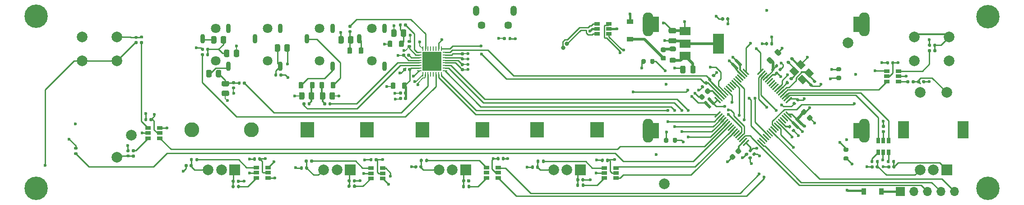
<source format=gbr>
%TF.GenerationSoftware,KiCad,Pcbnew,(5.1.8-0-10_14)*%
%TF.CreationDate,2021-01-08T14:50:06+01:00*%
%TF.ProjectId,PoundingSystem,506f756e-6469-46e6-9753-797374656d2e,rev?*%
%TF.SameCoordinates,Original*%
%TF.FileFunction,Copper,L1,Top*%
%TF.FilePolarity,Positive*%
%FSLAX46Y46*%
G04 Gerber Fmt 4.6, Leading zero omitted, Abs format (unit mm)*
G04 Created by KiCad (PCBNEW (5.1.8-0-10_14)) date 2021-01-08 14:50:06*
%MOMM*%
%LPD*%
G01*
G04 APERTURE LIST*
%TA.AperFunction,ComponentPad*%
%ADD10C,4.400000*%
%TD*%
%TA.AperFunction,ComponentPad*%
%ADD11C,0.700000*%
%TD*%
%TA.AperFunction,ComponentPad*%
%ADD12R,2.000000X2.000000*%
%TD*%
%TA.AperFunction,ComponentPad*%
%ADD13C,2.000000*%
%TD*%
%TA.AperFunction,ComponentPad*%
%ADD14R,2.000000X3.200000*%
%TD*%
%TA.AperFunction,ComponentPad*%
%ADD15R,2.500000X3.000000*%
%TD*%
%TA.AperFunction,SMDPad,CuDef*%
%ADD16R,3.606800X3.606800*%
%TD*%
%TA.AperFunction,SMDPad,CuDef*%
%ADD17R,0.807999X0.204000*%
%TD*%
%TA.AperFunction,SMDPad,CuDef*%
%ADD18R,0.204000X0.807999*%
%TD*%
%TA.AperFunction,ComponentPad*%
%ADD19C,1.800000*%
%TD*%
%TA.AperFunction,ComponentPad*%
%ADD20O,0.900000X1.800000*%
%TD*%
%TA.AperFunction,SMDPad,CuDef*%
%ADD21R,0.650000X1.060000*%
%TD*%
%TA.AperFunction,SMDPad,CuDef*%
%ADD22R,1.060000X0.650000*%
%TD*%
%TA.AperFunction,SMDPad,CuDef*%
%ADD23R,0.900000X1.200000*%
%TD*%
%TA.AperFunction,WasherPad*%
%ADD24O,2.000000X4.500000*%
%TD*%
%TA.AperFunction,SMDPad,CuDef*%
%ADD25R,1.500000X3.000000*%
%TD*%
%TA.AperFunction,ComponentPad*%
%ADD26C,2.800000*%
%TD*%
%TA.AperFunction,ComponentPad*%
%ADD27R,1.700000X1.700000*%
%TD*%
%TA.AperFunction,ComponentPad*%
%ADD28O,1.700000X1.700000*%
%TD*%
%TA.AperFunction,ComponentPad*%
%ADD29O,1.200000X1.900000*%
%TD*%
%TA.AperFunction,ComponentPad*%
%ADD30C,1.450000*%
%TD*%
%TA.AperFunction,SMDPad,CuDef*%
%ADD31R,1.200000X0.900000*%
%TD*%
%TA.AperFunction,SMDPad,CuDef*%
%ADD32C,0.100000*%
%TD*%
%TA.AperFunction,SMDPad,CuDef*%
%ADD33R,2.000000X1.500000*%
%TD*%
%TA.AperFunction,SMDPad,CuDef*%
%ADD34R,2.000000X3.800000*%
%TD*%
%TA.AperFunction,ViaPad*%
%ADD35C,0.600000*%
%TD*%
%TA.AperFunction,ViaPad*%
%ADD36C,0.800000*%
%TD*%
%TA.AperFunction,Conductor*%
%ADD37C,0.300000*%
%TD*%
%TA.AperFunction,Conductor*%
%ADD38C,0.500000*%
%TD*%
%TA.AperFunction,Conductor*%
%ADD39C,0.250000*%
%TD*%
%TA.AperFunction,Conductor*%
%ADD40C,0.400000*%
%TD*%
%TA.AperFunction,Conductor*%
%ADD41C,0.200000*%
%TD*%
%TA.AperFunction,Conductor*%
%ADD42C,0.261112*%
%TD*%
G04 APERTURE END LIST*
D10*
%TO.P,H2,1*%
%TO.N,Net-(H2-Pad1)*%
X36375000Y-76625000D03*
D11*
X38025000Y-76625000D03*
X37541726Y-77791726D03*
X36375000Y-78275000D03*
X35208274Y-77791726D03*
X34725000Y-76625000D03*
X35208274Y-75458274D03*
X36375000Y-74975000D03*
X37541726Y-75458274D03*
%TD*%
D12*
%TO.P,SW1,A*%
%TO.N,Net-(C51-Pad2)*%
X207200000Y-105435000D03*
D13*
%TO.P,SW1,C*%
%TO.N,GND*%
X204700000Y-105435000D03*
%TO.P,SW1,B*%
%TO.N,Net-(C52-Pad2)*%
X202200000Y-105435000D03*
D14*
%TO.P,SW1,MP*%
%TO.N,N/C*%
X210300000Y-97935000D03*
X199100000Y-97935000D03*
D13*
%TO.P,SW1,S2*%
%TO.N,Net-(C49-Pad2)*%
X207200000Y-90935000D03*
%TO.P,SW1,S1*%
%TO.N,GND*%
X202200000Y-90935000D03*
%TD*%
D12*
%TO.P,SW4,A*%
%TO.N,Net-(C43-Pad2)*%
X95317920Y-105435000D03*
D13*
%TO.P,SW4,C*%
%TO.N,GND*%
X92817920Y-105435000D03*
%TO.P,SW4,B*%
%TO.N,Net-(C41-Pad2)*%
X90317920Y-105435000D03*
D15*
%TO.P,SW4,MP*%
%TO.N,N/C*%
X98417920Y-97935000D03*
X87217920Y-97935000D03*
%TD*%
D12*
%TO.P,SW3,A*%
%TO.N,Net-(C44-Pad2)*%
X116970280Y-105435000D03*
D13*
%TO.P,SW3,C*%
%TO.N,GND*%
X114470280Y-105435000D03*
%TO.P,SW3,B*%
%TO.N,Net-(C42-Pad2)*%
X111970280Y-105435000D03*
D15*
%TO.P,SW3,MP*%
%TO.N,N/C*%
X120070280Y-97935000D03*
X108870280Y-97935000D03*
%TD*%
D13*
%TO.P,SW7,1*%
%TO.N,GND*%
X51500000Y-85000000D03*
%TO.P,SW7,2*%
%TO.N,Net-(C46-Pad2)*%
X51500000Y-80500000D03*
%TO.P,SW7,1*%
%TO.N,GND*%
X45000000Y-85000000D03*
%TO.P,SW7,2*%
%TO.N,Net-(C46-Pad2)*%
X45000000Y-80500000D03*
%TD*%
%TO.P,SW6,1*%
%TO.N,GND*%
X207668000Y-85000000D03*
%TO.P,SW6,2*%
%TO.N,Net-(C50-Pad2)*%
X207668000Y-80500000D03*
%TO.P,SW6,1*%
%TO.N,GND*%
X201168000Y-85000000D03*
%TO.P,SW6,2*%
%TO.N,Net-(C50-Pad2)*%
X201168000Y-80500000D03*
%TD*%
%TO.P,C1,2*%
%TO.N,Net-(C1-Pad2)*%
%TA.AperFunction,SMDPad,CuDef*%
G36*
G01*
X159100000Y-87075000D02*
X159100000Y-86125000D01*
G75*
G02*
X159350000Y-85875000I250000J0D01*
G01*
X159850000Y-85875000D01*
G75*
G02*
X160100000Y-86125000I0J-250000D01*
G01*
X160100000Y-87075000D01*
G75*
G02*
X159850000Y-87325000I-250000J0D01*
G01*
X159350000Y-87325000D01*
G75*
G02*
X159100000Y-87075000I0J250000D01*
G01*
G37*
%TD.AperFunction*%
%TO.P,C1,1*%
%TO.N,GND*%
%TA.AperFunction,SMDPad,CuDef*%
G36*
G01*
X157200000Y-87075000D02*
X157200000Y-86125000D01*
G75*
G02*
X157450000Y-85875000I250000J0D01*
G01*
X157950000Y-85875000D01*
G75*
G02*
X158200000Y-86125000I0J-250000D01*
G01*
X158200000Y-87075000D01*
G75*
G02*
X157950000Y-87325000I-250000J0D01*
G01*
X157450000Y-87325000D01*
G75*
G02*
X157200000Y-87075000I0J250000D01*
G01*
G37*
%TD.AperFunction*%
%TD*%
%TO.P,R16,2*%
%TO.N,LCD_BL*%
%TA.AperFunction,SMDPad,CuDef*%
G36*
G01*
X155825000Y-100175000D02*
X155825000Y-99625000D01*
G75*
G02*
X156025000Y-99425000I200000J0D01*
G01*
X156425000Y-99425000D01*
G75*
G02*
X156625000Y-99625000I0J-200000D01*
G01*
X156625000Y-100175000D01*
G75*
G02*
X156425000Y-100375000I-200000J0D01*
G01*
X156025000Y-100375000D01*
G75*
G02*
X155825000Y-100175000I0J200000D01*
G01*
G37*
%TD.AperFunction*%
%TO.P,R16,1*%
%TO.N,Net-(D7-Pad2)*%
%TA.AperFunction,SMDPad,CuDef*%
G36*
G01*
X154175000Y-100175000D02*
X154175000Y-99625000D01*
G75*
G02*
X154375000Y-99425000I200000J0D01*
G01*
X154775000Y-99425000D01*
G75*
G02*
X154975000Y-99625000I0J-200000D01*
G01*
X154975000Y-100175000D01*
G75*
G02*
X154775000Y-100375000I-200000J0D01*
G01*
X154375000Y-100375000D01*
G75*
G02*
X154175000Y-100175000I0J200000D01*
G01*
G37*
%TD.AperFunction*%
%TD*%
%TO.P,R15,2*%
%TO.N,LCD_BL*%
%TA.AperFunction,SMDPad,CuDef*%
G36*
G01*
X188575000Y-102075000D02*
X188025000Y-102075000D01*
G75*
G02*
X187825000Y-101875000I0J200000D01*
G01*
X187825000Y-101475000D01*
G75*
G02*
X188025000Y-101275000I200000J0D01*
G01*
X188575000Y-101275000D01*
G75*
G02*
X188775000Y-101475000I0J-200000D01*
G01*
X188775000Y-101875000D01*
G75*
G02*
X188575000Y-102075000I-200000J0D01*
G01*
G37*
%TD.AperFunction*%
%TO.P,R15,1*%
%TO.N,Net-(D6-Pad2)*%
%TA.AperFunction,SMDPad,CuDef*%
G36*
G01*
X188575000Y-103725000D02*
X188025000Y-103725000D01*
G75*
G02*
X187825000Y-103525000I0J200000D01*
G01*
X187825000Y-103125000D01*
G75*
G02*
X188025000Y-102925000I200000J0D01*
G01*
X188575000Y-102925000D01*
G75*
G02*
X188775000Y-103125000I0J-200000D01*
G01*
X188775000Y-103525000D01*
G75*
G02*
X188575000Y-103725000I-200000J0D01*
G01*
G37*
%TD.AperFunction*%
%TD*%
%TO.P,R4,2*%
%TO.N,LCD_BL*%
%TA.AperFunction,SMDPad,CuDef*%
G36*
G01*
X187219000Y-86951000D02*
X186669000Y-86951000D01*
G75*
G02*
X186469000Y-86751000I0J200000D01*
G01*
X186469000Y-86351000D01*
G75*
G02*
X186669000Y-86151000I200000J0D01*
G01*
X187219000Y-86151000D01*
G75*
G02*
X187419000Y-86351000I0J-200000D01*
G01*
X187419000Y-86751000D01*
G75*
G02*
X187219000Y-86951000I-200000J0D01*
G01*
G37*
%TD.AperFunction*%
%TO.P,R4,1*%
%TO.N,Net-(D5-Pad2)*%
%TA.AperFunction,SMDPad,CuDef*%
G36*
G01*
X187219000Y-88601000D02*
X186669000Y-88601000D01*
G75*
G02*
X186469000Y-88401000I0J200000D01*
G01*
X186469000Y-88001000D01*
G75*
G02*
X186669000Y-87801000I200000J0D01*
G01*
X187219000Y-87801000D01*
G75*
G02*
X187419000Y-88001000I0J-200000D01*
G01*
X187419000Y-88401000D01*
G75*
G02*
X187219000Y-88601000I-200000J0D01*
G01*
G37*
%TD.AperFunction*%
%TD*%
%TO.P,R3,2*%
%TO.N,LCD_BL*%
%TA.AperFunction,SMDPad,CuDef*%
G36*
G01*
X151575000Y-85345000D02*
X151575000Y-84795000D01*
G75*
G02*
X151775000Y-84595000I200000J0D01*
G01*
X152175000Y-84595000D01*
G75*
G02*
X152375000Y-84795000I0J-200000D01*
G01*
X152375000Y-85345000D01*
G75*
G02*
X152175000Y-85545000I-200000J0D01*
G01*
X151775000Y-85545000D01*
G75*
G02*
X151575000Y-85345000I0J200000D01*
G01*
G37*
%TD.AperFunction*%
%TO.P,R3,1*%
%TO.N,Net-(D4-Pad2)*%
%TA.AperFunction,SMDPad,CuDef*%
G36*
G01*
X149925000Y-85345000D02*
X149925000Y-84795000D01*
G75*
G02*
X150125000Y-84595000I200000J0D01*
G01*
X150525000Y-84595000D01*
G75*
G02*
X150725000Y-84795000I0J-200000D01*
G01*
X150725000Y-85345000D01*
G75*
G02*
X150525000Y-85545000I-200000J0D01*
G01*
X150125000Y-85545000D01*
G75*
G02*
X149925000Y-85345000I0J200000D01*
G01*
G37*
%TD.AperFunction*%
%TD*%
%TO.P,U2,64*%
%TO.N,+3V3*%
%TA.AperFunction,SMDPad,CuDef*%
G36*
G01*
X177177129Y-94465767D02*
X178167079Y-95455717D01*
G75*
G02*
X178167079Y-95561783I-53033J-53033D01*
G01*
X178061013Y-95667849D01*
G75*
G02*
X177954947Y-95667849I-53033J53033D01*
G01*
X176964997Y-94677899D01*
G75*
G02*
X176964997Y-94571833I53033J53033D01*
G01*
X177071063Y-94465767D01*
G75*
G02*
X177177129Y-94465767I53033J-53033D01*
G01*
G37*
%TD.AperFunction*%
%TO.P,U2,63*%
%TO.N,GND*%
%TA.AperFunction,SMDPad,CuDef*%
G36*
G01*
X176823576Y-94819320D02*
X177813526Y-95809270D01*
G75*
G02*
X177813526Y-95915336I-53033J-53033D01*
G01*
X177707460Y-96021402D01*
G75*
G02*
X177601394Y-96021402I-53033J53033D01*
G01*
X176611444Y-95031452D01*
G75*
G02*
X176611444Y-94925386I53033J53033D01*
G01*
X176717510Y-94819320D01*
G75*
G02*
X176823576Y-94819320I53033J-53033D01*
G01*
G37*
%TD.AperFunction*%
%TO.P,U2,62*%
%TO.N,Net-(U2-Pad62)*%
%TA.AperFunction,SMDPad,CuDef*%
G36*
G01*
X176470023Y-95172873D02*
X177459973Y-96162823D01*
G75*
G02*
X177459973Y-96268889I-53033J-53033D01*
G01*
X177353907Y-96374955D01*
G75*
G02*
X177247841Y-96374955I-53033J53033D01*
G01*
X176257891Y-95385005D01*
G75*
G02*
X176257891Y-95278939I53033J53033D01*
G01*
X176363957Y-95172873D01*
G75*
G02*
X176470023Y-95172873I53033J-53033D01*
G01*
G37*
%TD.AperFunction*%
%TO.P,U2,61*%
%TO.N,Net-(U2-Pad61)*%
%TA.AperFunction,SMDPad,CuDef*%
G36*
G01*
X176116469Y-95526427D02*
X177106419Y-96516377D01*
G75*
G02*
X177106419Y-96622443I-53033J-53033D01*
G01*
X177000353Y-96728509D01*
G75*
G02*
X176894287Y-96728509I-53033J53033D01*
G01*
X175904337Y-95738559D01*
G75*
G02*
X175904337Y-95632493I53033J53033D01*
G01*
X176010403Y-95526427D01*
G75*
G02*
X176116469Y-95526427I53033J-53033D01*
G01*
G37*
%TD.AperFunction*%
%TO.P,U2,60*%
%TO.N,BOOT0*%
%TA.AperFunction,SMDPad,CuDef*%
G36*
G01*
X175762916Y-95879980D02*
X176752866Y-96869930D01*
G75*
G02*
X176752866Y-96975996I-53033J-53033D01*
G01*
X176646800Y-97082062D01*
G75*
G02*
X176540734Y-97082062I-53033J53033D01*
G01*
X175550784Y-96092112D01*
G75*
G02*
X175550784Y-95986046I53033J53033D01*
G01*
X175656850Y-95879980D01*
G75*
G02*
X175762916Y-95879980I53033J-53033D01*
G01*
G37*
%TD.AperFunction*%
%TO.P,U2,59*%
%TO.N,TIM4_CH2*%
%TA.AperFunction,SMDPad,CuDef*%
G36*
G01*
X175409362Y-96233534D02*
X176399312Y-97223484D01*
G75*
G02*
X176399312Y-97329550I-53033J-53033D01*
G01*
X176293246Y-97435616D01*
G75*
G02*
X176187180Y-97435616I-53033J53033D01*
G01*
X175197230Y-96445666D01*
G75*
G02*
X175197230Y-96339600I53033J53033D01*
G01*
X175303296Y-96233534D01*
G75*
G02*
X175409362Y-96233534I53033J-53033D01*
G01*
G37*
%TD.AperFunction*%
%TO.P,U2,58*%
%TO.N,TIM4_CH1*%
%TA.AperFunction,SMDPad,CuDef*%
G36*
G01*
X175055809Y-96587087D02*
X176045759Y-97577037D01*
G75*
G02*
X176045759Y-97683103I-53033J-53033D01*
G01*
X175939693Y-97789169D01*
G75*
G02*
X175833627Y-97789169I-53033J53033D01*
G01*
X174843677Y-96799219D01*
G75*
G02*
X174843677Y-96693153I53033J53033D01*
G01*
X174949743Y-96587087D01*
G75*
G02*
X175055809Y-96587087I53033J-53033D01*
G01*
G37*
%TD.AperFunction*%
%TO.P,U2,57*%
%TO.N,BACK_BTN*%
%TA.AperFunction,SMDPad,CuDef*%
G36*
G01*
X174702256Y-96940640D02*
X175692206Y-97930590D01*
G75*
G02*
X175692206Y-98036656I-53033J-53033D01*
G01*
X175586140Y-98142722D01*
G75*
G02*
X175480074Y-98142722I-53033J53033D01*
G01*
X174490124Y-97152772D01*
G75*
G02*
X174490124Y-97046706I53033J53033D01*
G01*
X174596190Y-96940640D01*
G75*
G02*
X174702256Y-96940640I53033J-53033D01*
G01*
G37*
%TD.AperFunction*%
%TO.P,U2,56*%
%TO.N,Net-(U2-Pad56)*%
%TA.AperFunction,SMDPad,CuDef*%
G36*
G01*
X174348702Y-97294194D02*
X175338652Y-98284144D01*
G75*
G02*
X175338652Y-98390210I-53033J-53033D01*
G01*
X175232586Y-98496276D01*
G75*
G02*
X175126520Y-98496276I-53033J53033D01*
G01*
X174136570Y-97506326D01*
G75*
G02*
X174136570Y-97400260I53033J53033D01*
G01*
X174242636Y-97294194D01*
G75*
G02*
X174348702Y-97294194I53033J-53033D01*
G01*
G37*
%TD.AperFunction*%
%TO.P,U2,55*%
%TO.N,SWO*%
%TA.AperFunction,SMDPad,CuDef*%
G36*
G01*
X173995149Y-97647747D02*
X174985099Y-98637697D01*
G75*
G02*
X174985099Y-98743763I-53033J-53033D01*
G01*
X174879033Y-98849829D01*
G75*
G02*
X174772967Y-98849829I-53033J53033D01*
G01*
X173783017Y-97859879D01*
G75*
G02*
X173783017Y-97753813I53033J53033D01*
G01*
X173889083Y-97647747D01*
G75*
G02*
X173995149Y-97647747I53033J-53033D01*
G01*
G37*
%TD.AperFunction*%
%TO.P,U2,54*%
%TO.N,Net-(U2-Pad54)*%
%TA.AperFunction,SMDPad,CuDef*%
G36*
G01*
X173641596Y-98001300D02*
X174631546Y-98991250D01*
G75*
G02*
X174631546Y-99097316I-53033J-53033D01*
G01*
X174525480Y-99203382D01*
G75*
G02*
X174419414Y-99203382I-53033J53033D01*
G01*
X173429464Y-98213432D01*
G75*
G02*
X173429464Y-98107366I53033J53033D01*
G01*
X173535530Y-98001300D01*
G75*
G02*
X173641596Y-98001300I53033J-53033D01*
G01*
G37*
%TD.AperFunction*%
%TO.P,U2,53*%
%TO.N,SPI3_MOSI*%
%TA.AperFunction,SMDPad,CuDef*%
G36*
G01*
X173288042Y-98354854D02*
X174277992Y-99344804D01*
G75*
G02*
X174277992Y-99450870I-53033J-53033D01*
G01*
X174171926Y-99556936D01*
G75*
G02*
X174065860Y-99556936I-53033J53033D01*
G01*
X173075910Y-98566986D01*
G75*
G02*
X173075910Y-98460920I53033J53033D01*
G01*
X173181976Y-98354854D01*
G75*
G02*
X173288042Y-98354854I53033J-53033D01*
G01*
G37*
%TD.AperFunction*%
%TO.P,U2,52*%
%TO.N,Net-(U2-Pad52)*%
%TA.AperFunction,SMDPad,CuDef*%
G36*
G01*
X172934489Y-98708407D02*
X173924439Y-99698357D01*
G75*
G02*
X173924439Y-99804423I-53033J-53033D01*
G01*
X173818373Y-99910489D01*
G75*
G02*
X173712307Y-99910489I-53033J53033D01*
G01*
X172722357Y-98920539D01*
G75*
G02*
X172722357Y-98814473I53033J53033D01*
G01*
X172828423Y-98708407D01*
G75*
G02*
X172934489Y-98708407I53033J-53033D01*
G01*
G37*
%TD.AperFunction*%
%TO.P,U2,51*%
%TO.N,SPI3_SCK*%
%TA.AperFunction,SMDPad,CuDef*%
G36*
G01*
X172580935Y-99061961D02*
X173570885Y-100051911D01*
G75*
G02*
X173570885Y-100157977I-53033J-53033D01*
G01*
X173464819Y-100264043D01*
G75*
G02*
X173358753Y-100264043I-53033J53033D01*
G01*
X172368803Y-99274093D01*
G75*
G02*
X172368803Y-99168027I53033J53033D01*
G01*
X172474869Y-99061961D01*
G75*
G02*
X172580935Y-99061961I53033J-53033D01*
G01*
G37*
%TD.AperFunction*%
%TO.P,U2,50*%
%TO.N,Net-(U2-Pad50)*%
%TA.AperFunction,SMDPad,CuDef*%
G36*
G01*
X172227382Y-99415514D02*
X173217332Y-100405464D01*
G75*
G02*
X173217332Y-100511530I-53033J-53033D01*
G01*
X173111266Y-100617596D01*
G75*
G02*
X173005200Y-100617596I-53033J53033D01*
G01*
X172015250Y-99627646D01*
G75*
G02*
X172015250Y-99521580I53033J53033D01*
G01*
X172121316Y-99415514D01*
G75*
G02*
X172227382Y-99415514I53033J-53033D01*
G01*
G37*
%TD.AperFunction*%
%TO.P,U2,49*%
%TO.N,SWCLK*%
%TA.AperFunction,SMDPad,CuDef*%
G36*
G01*
X171873829Y-99769067D02*
X172863779Y-100759017D01*
G75*
G02*
X172863779Y-100865083I-53033J-53033D01*
G01*
X172757713Y-100971149D01*
G75*
G02*
X172651647Y-100971149I-53033J53033D01*
G01*
X171661697Y-99981199D01*
G75*
G02*
X171661697Y-99875133I53033J53033D01*
G01*
X171767763Y-99769067D01*
G75*
G02*
X171873829Y-99769067I53033J-53033D01*
G01*
G37*
%TD.AperFunction*%
%TO.P,U2,48*%
%TO.N,+3V3*%
%TA.AperFunction,SMDPad,CuDef*%
G36*
G01*
X170035351Y-99769067D02*
X170141417Y-99875133D01*
G75*
G02*
X170141417Y-99981199I-53033J-53033D01*
G01*
X169151467Y-100971149D01*
G75*
G02*
X169045401Y-100971149I-53033J53033D01*
G01*
X168939335Y-100865083D01*
G75*
G02*
X168939335Y-100759017I53033J53033D01*
G01*
X169929285Y-99769067D01*
G75*
G02*
X170035351Y-99769067I53033J-53033D01*
G01*
G37*
%TD.AperFunction*%
%TO.P,U2,47*%
%TO.N,Net-(C16-Pad2)*%
%TA.AperFunction,SMDPad,CuDef*%
G36*
G01*
X169681798Y-99415514D02*
X169787864Y-99521580D01*
G75*
G02*
X169787864Y-99627646I-53033J-53033D01*
G01*
X168797914Y-100617596D01*
G75*
G02*
X168691848Y-100617596I-53033J53033D01*
G01*
X168585782Y-100511530D01*
G75*
G02*
X168585782Y-100405464I53033J53033D01*
G01*
X169575732Y-99415514D01*
G75*
G02*
X169681798Y-99415514I53033J-53033D01*
G01*
G37*
%TD.AperFunction*%
%TO.P,U2,46*%
%TO.N,SWDIO*%
%TA.AperFunction,SMDPad,CuDef*%
G36*
G01*
X169328245Y-99061961D02*
X169434311Y-99168027D01*
G75*
G02*
X169434311Y-99274093I-53033J-53033D01*
G01*
X168444361Y-100264043D01*
G75*
G02*
X168338295Y-100264043I-53033J53033D01*
G01*
X168232229Y-100157977D01*
G75*
G02*
X168232229Y-100051911I53033J53033D01*
G01*
X169222179Y-99061961D01*
G75*
G02*
X169328245Y-99061961I53033J-53033D01*
G01*
G37*
%TD.AperFunction*%
%TO.P,U2,45*%
%TO.N,USB_D+*%
%TA.AperFunction,SMDPad,CuDef*%
G36*
G01*
X168974691Y-98708407D02*
X169080757Y-98814473D01*
G75*
G02*
X169080757Y-98920539I-53033J-53033D01*
G01*
X168090807Y-99910489D01*
G75*
G02*
X167984741Y-99910489I-53033J53033D01*
G01*
X167878675Y-99804423D01*
G75*
G02*
X167878675Y-99698357I53033J53033D01*
G01*
X168868625Y-98708407D01*
G75*
G02*
X168974691Y-98708407I53033J-53033D01*
G01*
G37*
%TD.AperFunction*%
%TO.P,U2,44*%
%TO.N,USB_D-*%
%TA.AperFunction,SMDPad,CuDef*%
G36*
G01*
X168621138Y-98354854D02*
X168727204Y-98460920D01*
G75*
G02*
X168727204Y-98566986I-53033J-53033D01*
G01*
X167737254Y-99556936D01*
G75*
G02*
X167631188Y-99556936I-53033J53033D01*
G01*
X167525122Y-99450870D01*
G75*
G02*
X167525122Y-99344804I53033J53033D01*
G01*
X168515072Y-98354854D01*
G75*
G02*
X168621138Y-98354854I53033J-53033D01*
G01*
G37*
%TD.AperFunction*%
%TO.P,U2,43*%
%TO.N,Net-(U2-Pad43)*%
%TA.AperFunction,SMDPad,CuDef*%
G36*
G01*
X168267584Y-98001300D02*
X168373650Y-98107366D01*
G75*
G02*
X168373650Y-98213432I-53033J-53033D01*
G01*
X167383700Y-99203382D01*
G75*
G02*
X167277634Y-99203382I-53033J53033D01*
G01*
X167171568Y-99097316D01*
G75*
G02*
X167171568Y-98991250I53033J53033D01*
G01*
X168161518Y-98001300D01*
G75*
G02*
X168267584Y-98001300I53033J-53033D01*
G01*
G37*
%TD.AperFunction*%
%TO.P,U2,42*%
%TO.N,TIM1_CH2*%
%TA.AperFunction,SMDPad,CuDef*%
G36*
G01*
X167914031Y-97647747D02*
X168020097Y-97753813D01*
G75*
G02*
X168020097Y-97859879I-53033J-53033D01*
G01*
X167030147Y-98849829D01*
G75*
G02*
X166924081Y-98849829I-53033J53033D01*
G01*
X166818015Y-98743763D01*
G75*
G02*
X166818015Y-98637697I53033J53033D01*
G01*
X167807965Y-97647747D01*
G75*
G02*
X167914031Y-97647747I53033J-53033D01*
G01*
G37*
%TD.AperFunction*%
%TO.P,U2,41*%
%TO.N,TIM1_CH1*%
%TA.AperFunction,SMDPad,CuDef*%
G36*
G01*
X167560478Y-97294194D02*
X167666544Y-97400260D01*
G75*
G02*
X167666544Y-97506326I-53033J-53033D01*
G01*
X166676594Y-98496276D01*
G75*
G02*
X166570528Y-98496276I-53033J53033D01*
G01*
X166464462Y-98390210D01*
G75*
G02*
X166464462Y-98284144I53033J53033D01*
G01*
X167454412Y-97294194D01*
G75*
G02*
X167560478Y-97294194I53033J-53033D01*
G01*
G37*
%TD.AperFunction*%
%TO.P,U2,40*%
%TO.N,Net-(U2-Pad40)*%
%TA.AperFunction,SMDPad,CuDef*%
G36*
G01*
X167206924Y-96940640D02*
X167312990Y-97046706D01*
G75*
G02*
X167312990Y-97152772I-53033J-53033D01*
G01*
X166323040Y-98142722D01*
G75*
G02*
X166216974Y-98142722I-53033J53033D01*
G01*
X166110908Y-98036656D01*
G75*
G02*
X166110908Y-97930590I53033J53033D01*
G01*
X167100858Y-96940640D01*
G75*
G02*
X167206924Y-96940640I53033J-53033D01*
G01*
G37*
%TD.AperFunction*%
%TO.P,U2,39*%
%TO.N,FIRE_LED*%
%TA.AperFunction,SMDPad,CuDef*%
G36*
G01*
X166853371Y-96587087D02*
X166959437Y-96693153D01*
G75*
G02*
X166959437Y-96799219I-53033J-53033D01*
G01*
X165969487Y-97789169D01*
G75*
G02*
X165863421Y-97789169I-53033J53033D01*
G01*
X165757355Y-97683103D01*
G75*
G02*
X165757355Y-97577037I53033J53033D01*
G01*
X166747305Y-96587087D01*
G75*
G02*
X166853371Y-96587087I53033J-53033D01*
G01*
G37*
%TD.AperFunction*%
%TO.P,U2,38*%
%TO.N,FIRE_BTN*%
%TA.AperFunction,SMDPad,CuDef*%
G36*
G01*
X166499818Y-96233534D02*
X166605884Y-96339600D01*
G75*
G02*
X166605884Y-96445666I-53033J-53033D01*
G01*
X165615934Y-97435616D01*
G75*
G02*
X165509868Y-97435616I-53033J53033D01*
G01*
X165403802Y-97329550D01*
G75*
G02*
X165403802Y-97223484I53033J53033D01*
G01*
X166393752Y-96233534D01*
G75*
G02*
X166499818Y-96233534I53033J-53033D01*
G01*
G37*
%TD.AperFunction*%
%TO.P,U2,37*%
%TO.N,I2S2_MCK*%
%TA.AperFunction,SMDPad,CuDef*%
G36*
G01*
X166146264Y-95879980D02*
X166252330Y-95986046D01*
G75*
G02*
X166252330Y-96092112I-53033J-53033D01*
G01*
X165262380Y-97082062D01*
G75*
G02*
X165156314Y-97082062I-53033J53033D01*
G01*
X165050248Y-96975996D01*
G75*
G02*
X165050248Y-96869930I53033J53033D01*
G01*
X166040198Y-95879980D01*
G75*
G02*
X166146264Y-95879980I53033J-53033D01*
G01*
G37*
%TD.AperFunction*%
%TO.P,U2,36*%
%TO.N,I2S2_SDO*%
%TA.AperFunction,SMDPad,CuDef*%
G36*
G01*
X165792711Y-95526427D02*
X165898777Y-95632493D01*
G75*
G02*
X165898777Y-95738559I-53033J-53033D01*
G01*
X164908827Y-96728509D01*
G75*
G02*
X164802761Y-96728509I-53033J53033D01*
G01*
X164696695Y-96622443D01*
G75*
G02*
X164696695Y-96516377I53033J53033D01*
G01*
X165686645Y-95526427D01*
G75*
G02*
X165792711Y-95526427I53033J-53033D01*
G01*
G37*
%TD.AperFunction*%
%TO.P,U2,35*%
%TO.N,I2S2_SDI*%
%TA.AperFunction,SMDPad,CuDef*%
G36*
G01*
X165439157Y-95172873D02*
X165545223Y-95278939D01*
G75*
G02*
X165545223Y-95385005I-53033J-53033D01*
G01*
X164555273Y-96374955D01*
G75*
G02*
X164449207Y-96374955I-53033J53033D01*
G01*
X164343141Y-96268889D01*
G75*
G02*
X164343141Y-96162823I53033J53033D01*
G01*
X165333091Y-95172873D01*
G75*
G02*
X165439157Y-95172873I53033J-53033D01*
G01*
G37*
%TD.AperFunction*%
%TO.P,U2,34*%
%TO.N,I2S2_SCLK*%
%TA.AperFunction,SMDPad,CuDef*%
G36*
G01*
X165085604Y-94819320D02*
X165191670Y-94925386D01*
G75*
G02*
X165191670Y-95031452I-53033J-53033D01*
G01*
X164201720Y-96021402D01*
G75*
G02*
X164095654Y-96021402I-53033J53033D01*
G01*
X163989588Y-95915336D01*
G75*
G02*
X163989588Y-95809270I53033J53033D01*
G01*
X164979538Y-94819320D01*
G75*
G02*
X165085604Y-94819320I53033J-53033D01*
G01*
G37*
%TD.AperFunction*%
%TO.P,U2,33*%
%TO.N,I2S2_WS*%
%TA.AperFunction,SMDPad,CuDef*%
G36*
G01*
X164732051Y-94465767D02*
X164838117Y-94571833D01*
G75*
G02*
X164838117Y-94677899I-53033J-53033D01*
G01*
X163848167Y-95667849D01*
G75*
G02*
X163742101Y-95667849I-53033J53033D01*
G01*
X163636035Y-95561783D01*
G75*
G02*
X163636035Y-95455717I53033J53033D01*
G01*
X164625985Y-94465767D01*
G75*
G02*
X164732051Y-94465767I53033J-53033D01*
G01*
G37*
%TD.AperFunction*%
%TO.P,U2,32*%
%TO.N,+3V3*%
%TA.AperFunction,SMDPad,CuDef*%
G36*
G01*
X163848167Y-91743405D02*
X164838117Y-92733355D01*
G75*
G02*
X164838117Y-92839421I-53033J-53033D01*
G01*
X164732051Y-92945487D01*
G75*
G02*
X164625985Y-92945487I-53033J53033D01*
G01*
X163636035Y-91955537D01*
G75*
G02*
X163636035Y-91849471I53033J53033D01*
G01*
X163742101Y-91743405D01*
G75*
G02*
X163848167Y-91743405I53033J-53033D01*
G01*
G37*
%TD.AperFunction*%
%TO.P,U2,31*%
%TO.N,Net-(C15-Pad2)*%
%TA.AperFunction,SMDPad,CuDef*%
G36*
G01*
X164201720Y-91389852D02*
X165191670Y-92379802D01*
G75*
G02*
X165191670Y-92485868I-53033J-53033D01*
G01*
X165085604Y-92591934D01*
G75*
G02*
X164979538Y-92591934I-53033J53033D01*
G01*
X163989588Y-91601984D01*
G75*
G02*
X163989588Y-91495918I53033J53033D01*
G01*
X164095654Y-91389852D01*
G75*
G02*
X164201720Y-91389852I53033J-53033D01*
G01*
G37*
%TD.AperFunction*%
%TO.P,U2,30*%
%TO.N,I2C2_SDA*%
%TA.AperFunction,SMDPad,CuDef*%
G36*
G01*
X164555273Y-91036299D02*
X165545223Y-92026249D01*
G75*
G02*
X165545223Y-92132315I-53033J-53033D01*
G01*
X165439157Y-92238381D01*
G75*
G02*
X165333091Y-92238381I-53033J53033D01*
G01*
X164343141Y-91248431D01*
G75*
G02*
X164343141Y-91142365I53033J53033D01*
G01*
X164449207Y-91036299D01*
G75*
G02*
X164555273Y-91036299I53033J-53033D01*
G01*
G37*
%TD.AperFunction*%
%TO.P,U2,29*%
%TO.N,I2C2_SCL*%
%TA.AperFunction,SMDPad,CuDef*%
G36*
G01*
X164908827Y-90682745D02*
X165898777Y-91672695D01*
G75*
G02*
X165898777Y-91778761I-53033J-53033D01*
G01*
X165792711Y-91884827D01*
G75*
G02*
X165686645Y-91884827I-53033J53033D01*
G01*
X164696695Y-90894877D01*
G75*
G02*
X164696695Y-90788811I53033J53033D01*
G01*
X164802761Y-90682745D01*
G75*
G02*
X164908827Y-90682745I53033J-53033D01*
G01*
G37*
%TD.AperFunction*%
%TO.P,U2,28*%
%TO.N,HOLD_SW*%
%TA.AperFunction,SMDPad,CuDef*%
G36*
G01*
X165262380Y-90329192D02*
X166252330Y-91319142D01*
G75*
G02*
X166252330Y-91425208I-53033J-53033D01*
G01*
X166146264Y-91531274D01*
G75*
G02*
X166040198Y-91531274I-53033J53033D01*
G01*
X165050248Y-90541324D01*
G75*
G02*
X165050248Y-90435258I53033J53033D01*
G01*
X165156314Y-90329192D01*
G75*
G02*
X165262380Y-90329192I53033J-53033D01*
G01*
G37*
%TD.AperFunction*%
%TO.P,U2,27*%
%TO.N,LCD_BL*%
%TA.AperFunction,SMDPad,CuDef*%
G36*
G01*
X165615934Y-89975638D02*
X166605884Y-90965588D01*
G75*
G02*
X166605884Y-91071654I-53033J-53033D01*
G01*
X166499818Y-91177720D01*
G75*
G02*
X166393752Y-91177720I-53033J53033D01*
G01*
X165403802Y-90187770D01*
G75*
G02*
X165403802Y-90081704I53033J53033D01*
G01*
X165509868Y-89975638D01*
G75*
G02*
X165615934Y-89975638I53033J-53033D01*
G01*
G37*
%TD.AperFunction*%
%TO.P,U2,26*%
%TO.N,Net-(U2-Pad26)*%
%TA.AperFunction,SMDPad,CuDef*%
G36*
G01*
X165969487Y-89622085D02*
X166959437Y-90612035D01*
G75*
G02*
X166959437Y-90718101I-53033J-53033D01*
G01*
X166853371Y-90824167D01*
G75*
G02*
X166747305Y-90824167I-53033J53033D01*
G01*
X165757355Y-89834217D01*
G75*
G02*
X165757355Y-89728151I53033J53033D01*
G01*
X165863421Y-89622085D01*
G75*
G02*
X165969487Y-89622085I53033J-53033D01*
G01*
G37*
%TD.AperFunction*%
%TO.P,U2,25*%
%TO.N,Net-(U2-Pad25)*%
%TA.AperFunction,SMDPad,CuDef*%
G36*
G01*
X166323040Y-89268532D02*
X167312990Y-90258482D01*
G75*
G02*
X167312990Y-90364548I-53033J-53033D01*
G01*
X167206924Y-90470614D01*
G75*
G02*
X167100858Y-90470614I-53033J53033D01*
G01*
X166110908Y-89480664D01*
G75*
G02*
X166110908Y-89374598I53033J53033D01*
G01*
X166216974Y-89268532D01*
G75*
G02*
X166323040Y-89268532I53033J-53033D01*
G01*
G37*
%TD.AperFunction*%
%TO.P,U2,24*%
%TO.N,Net-(U2-Pad24)*%
%TA.AperFunction,SMDPad,CuDef*%
G36*
G01*
X166676594Y-88914978D02*
X167666544Y-89904928D01*
G75*
G02*
X167666544Y-90010994I-53033J-53033D01*
G01*
X167560478Y-90117060D01*
G75*
G02*
X167454412Y-90117060I-53033J53033D01*
G01*
X166464462Y-89127110D01*
G75*
G02*
X166464462Y-89021044I53033J53033D01*
G01*
X166570528Y-88914978D01*
G75*
G02*
X166676594Y-88914978I53033J-53033D01*
G01*
G37*
%TD.AperFunction*%
%TO.P,U2,23*%
%TO.N,TIM3_CH2*%
%TA.AperFunction,SMDPad,CuDef*%
G36*
G01*
X167030147Y-88561425D02*
X168020097Y-89551375D01*
G75*
G02*
X168020097Y-89657441I-53033J-53033D01*
G01*
X167914031Y-89763507D01*
G75*
G02*
X167807965Y-89763507I-53033J53033D01*
G01*
X166818015Y-88773557D01*
G75*
G02*
X166818015Y-88667491I53033J53033D01*
G01*
X166924081Y-88561425D01*
G75*
G02*
X167030147Y-88561425I53033J-53033D01*
G01*
G37*
%TD.AperFunction*%
%TO.P,U2,22*%
%TO.N,TIM3_CH1*%
%TA.AperFunction,SMDPad,CuDef*%
G36*
G01*
X167383700Y-88207872D02*
X168373650Y-89197822D01*
G75*
G02*
X168373650Y-89303888I-53033J-53033D01*
G01*
X168267584Y-89409954D01*
G75*
G02*
X168161518Y-89409954I-53033J53033D01*
G01*
X167171568Y-88420004D01*
G75*
G02*
X167171568Y-88313938I53033J53033D01*
G01*
X167277634Y-88207872D01*
G75*
G02*
X167383700Y-88207872I53033J-53033D01*
G01*
G37*
%TD.AperFunction*%
%TO.P,U2,21*%
%TO.N,Net-(U2-Pad21)*%
%TA.AperFunction,SMDPad,CuDef*%
G36*
G01*
X167737254Y-87854318D02*
X168727204Y-88844268D01*
G75*
G02*
X168727204Y-88950334I-53033J-53033D01*
G01*
X168621138Y-89056400D01*
G75*
G02*
X168515072Y-89056400I-53033J53033D01*
G01*
X167525122Y-88066450D01*
G75*
G02*
X167525122Y-87960384I53033J53033D01*
G01*
X167631188Y-87854318D01*
G75*
G02*
X167737254Y-87854318I53033J-53033D01*
G01*
G37*
%TD.AperFunction*%
%TO.P,U2,20*%
%TO.N,Net-(U2-Pad20)*%
%TA.AperFunction,SMDPad,CuDef*%
G36*
G01*
X168090807Y-87500765D02*
X169080757Y-88490715D01*
G75*
G02*
X169080757Y-88596781I-53033J-53033D01*
G01*
X168974691Y-88702847D01*
G75*
G02*
X168868625Y-88702847I-53033J53033D01*
G01*
X167878675Y-87712897D01*
G75*
G02*
X167878675Y-87606831I53033J53033D01*
G01*
X167984741Y-87500765D01*
G75*
G02*
X168090807Y-87500765I53033J-53033D01*
G01*
G37*
%TD.AperFunction*%
%TO.P,U2,19*%
%TO.N,+3V3*%
%TA.AperFunction,SMDPad,CuDef*%
G36*
G01*
X168444361Y-87147211D02*
X169434311Y-88137161D01*
G75*
G02*
X169434311Y-88243227I-53033J-53033D01*
G01*
X169328245Y-88349293D01*
G75*
G02*
X169222179Y-88349293I-53033J53033D01*
G01*
X168232229Y-87359343D01*
G75*
G02*
X168232229Y-87253277I53033J53033D01*
G01*
X168338295Y-87147211D01*
G75*
G02*
X168444361Y-87147211I53033J-53033D01*
G01*
G37*
%TD.AperFunction*%
%TO.P,U2,18*%
%TO.N,GND*%
%TA.AperFunction,SMDPad,CuDef*%
G36*
G01*
X168797914Y-86793658D02*
X169787864Y-87783608D01*
G75*
G02*
X169787864Y-87889674I-53033J-53033D01*
G01*
X169681798Y-87995740D01*
G75*
G02*
X169575732Y-87995740I-53033J53033D01*
G01*
X168585782Y-87005790D01*
G75*
G02*
X168585782Y-86899724I53033J53033D01*
G01*
X168691848Y-86793658D01*
G75*
G02*
X168797914Y-86793658I53033J-53033D01*
G01*
G37*
%TD.AperFunction*%
%TO.P,U2,17*%
%TO.N,LCD_DC*%
%TA.AperFunction,SMDPad,CuDef*%
G36*
G01*
X169151467Y-86440105D02*
X170141417Y-87430055D01*
G75*
G02*
X170141417Y-87536121I-53033J-53033D01*
G01*
X170035351Y-87642187D01*
G75*
G02*
X169929285Y-87642187I-53033J53033D01*
G01*
X168939335Y-86652237D01*
G75*
G02*
X168939335Y-86546171I53033J53033D01*
G01*
X169045401Y-86440105D01*
G75*
G02*
X169151467Y-86440105I53033J-53033D01*
G01*
G37*
%TD.AperFunction*%
%TO.P,U2,16*%
%TO.N,LCD_CS*%
%TA.AperFunction,SMDPad,CuDef*%
G36*
G01*
X172757713Y-86440105D02*
X172863779Y-86546171D01*
G75*
G02*
X172863779Y-86652237I-53033J-53033D01*
G01*
X171873829Y-87642187D01*
G75*
G02*
X171767763Y-87642187I-53033J53033D01*
G01*
X171661697Y-87536121D01*
G75*
G02*
X171661697Y-87430055I53033J53033D01*
G01*
X172651647Y-86440105D01*
G75*
G02*
X172757713Y-86440105I53033J-53033D01*
G01*
G37*
%TD.AperFunction*%
%TO.P,U2,15*%
%TO.N,TIM2_CH2*%
%TA.AperFunction,SMDPad,CuDef*%
G36*
G01*
X173111266Y-86793658D02*
X173217332Y-86899724D01*
G75*
G02*
X173217332Y-87005790I-53033J-53033D01*
G01*
X172227382Y-87995740D01*
G75*
G02*
X172121316Y-87995740I-53033J53033D01*
G01*
X172015250Y-87889674D01*
G75*
G02*
X172015250Y-87783608I53033J53033D01*
G01*
X173005200Y-86793658D01*
G75*
G02*
X173111266Y-86793658I53033J-53033D01*
G01*
G37*
%TD.AperFunction*%
%TO.P,U2,14*%
%TO.N,TIM2_CH1*%
%TA.AperFunction,SMDPad,CuDef*%
G36*
G01*
X173464819Y-87147211D02*
X173570885Y-87253277D01*
G75*
G02*
X173570885Y-87359343I-53033J-53033D01*
G01*
X172580935Y-88349293D01*
G75*
G02*
X172474869Y-88349293I-53033J53033D01*
G01*
X172368803Y-88243227D01*
G75*
G02*
X172368803Y-88137161I53033J53033D01*
G01*
X173358753Y-87147211D01*
G75*
G02*
X173464819Y-87147211I53033J-53033D01*
G01*
G37*
%TD.AperFunction*%
%TO.P,U2,13*%
%TO.N,+3.3VA*%
%TA.AperFunction,SMDPad,CuDef*%
G36*
G01*
X173818373Y-87500765D02*
X173924439Y-87606831D01*
G75*
G02*
X173924439Y-87712897I-53033J-53033D01*
G01*
X172934489Y-88702847D01*
G75*
G02*
X172828423Y-88702847I-53033J53033D01*
G01*
X172722357Y-88596781D01*
G75*
G02*
X172722357Y-88490715I53033J53033D01*
G01*
X173712307Y-87500765D01*
G75*
G02*
X173818373Y-87500765I53033J-53033D01*
G01*
G37*
%TD.AperFunction*%
%TO.P,U2,12*%
%TO.N,GND*%
%TA.AperFunction,SMDPad,CuDef*%
G36*
G01*
X174171926Y-87854318D02*
X174277992Y-87960384D01*
G75*
G02*
X174277992Y-88066450I-53033J-53033D01*
G01*
X173288042Y-89056400D01*
G75*
G02*
X173181976Y-89056400I-53033J53033D01*
G01*
X173075910Y-88950334D01*
G75*
G02*
X173075910Y-88844268I53033J53033D01*
G01*
X174065860Y-87854318D01*
G75*
G02*
X174171926Y-87854318I53033J-53033D01*
G01*
G37*
%TD.AperFunction*%
%TO.P,U2,11*%
%TO.N,Net-(U2-Pad11)*%
%TA.AperFunction,SMDPad,CuDef*%
G36*
G01*
X174525480Y-88207872D02*
X174631546Y-88313938D01*
G75*
G02*
X174631546Y-88420004I-53033J-53033D01*
G01*
X173641596Y-89409954D01*
G75*
G02*
X173535530Y-89409954I-53033J53033D01*
G01*
X173429464Y-89303888D01*
G75*
G02*
X173429464Y-89197822I53033J53033D01*
G01*
X174419414Y-88207872D01*
G75*
G02*
X174525480Y-88207872I53033J-53033D01*
G01*
G37*
%TD.AperFunction*%
%TO.P,U2,10*%
%TO.N,Net-(U2-Pad10)*%
%TA.AperFunction,SMDPad,CuDef*%
G36*
G01*
X174879033Y-88561425D02*
X174985099Y-88667491D01*
G75*
G02*
X174985099Y-88773557I-53033J-53033D01*
G01*
X173995149Y-89763507D01*
G75*
G02*
X173889083Y-89763507I-53033J53033D01*
G01*
X173783017Y-89657441D01*
G75*
G02*
X173783017Y-89551375I53033J53033D01*
G01*
X174772967Y-88561425D01*
G75*
G02*
X174879033Y-88561425I53033J-53033D01*
G01*
G37*
%TD.AperFunction*%
%TO.P,U2,9*%
%TO.N,Net-(U2-Pad9)*%
%TA.AperFunction,SMDPad,CuDef*%
G36*
G01*
X175232586Y-88914978D02*
X175338652Y-89021044D01*
G75*
G02*
X175338652Y-89127110I-53033J-53033D01*
G01*
X174348702Y-90117060D01*
G75*
G02*
X174242636Y-90117060I-53033J53033D01*
G01*
X174136570Y-90010994D01*
G75*
G02*
X174136570Y-89904928I53033J53033D01*
G01*
X175126520Y-88914978D01*
G75*
G02*
X175232586Y-88914978I53033J-53033D01*
G01*
G37*
%TD.AperFunction*%
%TO.P,U2,8*%
%TO.N,Net-(U2-Pad8)*%
%TA.AperFunction,SMDPad,CuDef*%
G36*
G01*
X175586140Y-89268532D02*
X175692206Y-89374598D01*
G75*
G02*
X175692206Y-89480664I-53033J-53033D01*
G01*
X174702256Y-90470614D01*
G75*
G02*
X174596190Y-90470614I-53033J53033D01*
G01*
X174490124Y-90364548D01*
G75*
G02*
X174490124Y-90258482I53033J53033D01*
G01*
X175480074Y-89268532D01*
G75*
G02*
X175586140Y-89268532I53033J-53033D01*
G01*
G37*
%TD.AperFunction*%
%TO.P,U2,7*%
%TO.N,NRST*%
%TA.AperFunction,SMDPad,CuDef*%
G36*
G01*
X175939693Y-89622085D02*
X176045759Y-89728151D01*
G75*
G02*
X176045759Y-89834217I-53033J-53033D01*
G01*
X175055809Y-90824167D01*
G75*
G02*
X174949743Y-90824167I-53033J53033D01*
G01*
X174843677Y-90718101D01*
G75*
G02*
X174843677Y-90612035I53033J53033D01*
G01*
X175833627Y-89622085D01*
G75*
G02*
X175939693Y-89622085I53033J-53033D01*
G01*
G37*
%TD.AperFunction*%
%TO.P,U2,6*%
%TO.N,HSE_OUT*%
%TA.AperFunction,SMDPad,CuDef*%
G36*
G01*
X176293246Y-89975638D02*
X176399312Y-90081704D01*
G75*
G02*
X176399312Y-90187770I-53033J-53033D01*
G01*
X175409362Y-91177720D01*
G75*
G02*
X175303296Y-91177720I-53033J53033D01*
G01*
X175197230Y-91071654D01*
G75*
G02*
X175197230Y-90965588I53033J53033D01*
G01*
X176187180Y-89975638D01*
G75*
G02*
X176293246Y-89975638I53033J-53033D01*
G01*
G37*
%TD.AperFunction*%
%TO.P,U2,5*%
%TO.N,HSE_IN*%
%TA.AperFunction,SMDPad,CuDef*%
G36*
G01*
X176646800Y-90329192D02*
X176752866Y-90435258D01*
G75*
G02*
X176752866Y-90541324I-53033J-53033D01*
G01*
X175762916Y-91531274D01*
G75*
G02*
X175656850Y-91531274I-53033J53033D01*
G01*
X175550784Y-91425208D01*
G75*
G02*
X175550784Y-91319142I53033J53033D01*
G01*
X176540734Y-90329192D01*
G75*
G02*
X176646800Y-90329192I53033J-53033D01*
G01*
G37*
%TD.AperFunction*%
%TO.P,U2,4*%
%TO.N,SW1_BTN*%
%TA.AperFunction,SMDPad,CuDef*%
G36*
G01*
X177000353Y-90682745D02*
X177106419Y-90788811D01*
G75*
G02*
X177106419Y-90894877I-53033J-53033D01*
G01*
X176116469Y-91884827D01*
G75*
G02*
X176010403Y-91884827I-53033J53033D01*
G01*
X175904337Y-91778761D01*
G75*
G02*
X175904337Y-91672695I53033J53033D01*
G01*
X176894287Y-90682745D01*
G75*
G02*
X177000353Y-90682745I53033J-53033D01*
G01*
G37*
%TD.AperFunction*%
%TO.P,U2,3*%
%TO.N,SW1_A*%
%TA.AperFunction,SMDPad,CuDef*%
G36*
G01*
X177353907Y-91036299D02*
X177459973Y-91142365D01*
G75*
G02*
X177459973Y-91248431I-53033J-53033D01*
G01*
X176470023Y-92238381D01*
G75*
G02*
X176363957Y-92238381I-53033J53033D01*
G01*
X176257891Y-92132315D01*
G75*
G02*
X176257891Y-92026249I53033J53033D01*
G01*
X177247841Y-91036299D01*
G75*
G02*
X177353907Y-91036299I53033J-53033D01*
G01*
G37*
%TD.AperFunction*%
%TO.P,U2,2*%
%TO.N,SW1_B*%
%TA.AperFunction,SMDPad,CuDef*%
G36*
G01*
X177707460Y-91389852D02*
X177813526Y-91495918D01*
G75*
G02*
X177813526Y-91601984I-53033J-53033D01*
G01*
X176823576Y-92591934D01*
G75*
G02*
X176717510Y-92591934I-53033J53033D01*
G01*
X176611444Y-92485868D01*
G75*
G02*
X176611444Y-92379802I53033J53033D01*
G01*
X177601394Y-91389852D01*
G75*
G02*
X177707460Y-91389852I53033J-53033D01*
G01*
G37*
%TD.AperFunction*%
%TO.P,U2,1*%
%TO.N,+3V3*%
%TA.AperFunction,SMDPad,CuDef*%
G36*
G01*
X178061013Y-91743405D02*
X178167079Y-91849471D01*
G75*
G02*
X178167079Y-91955537I-53033J-53033D01*
G01*
X177177129Y-92945487D01*
G75*
G02*
X177071063Y-92945487I-53033J53033D01*
G01*
X176964997Y-92839421D01*
G75*
G02*
X176964997Y-92733355I53033J53033D01*
G01*
X177954947Y-91743405D01*
G75*
G02*
X178061013Y-91743405I53033J-53033D01*
G01*
G37*
%TD.AperFunction*%
%TD*%
D16*
%TO.P,U7,33*%
%TO.N,GND*%
X110650000Y-85100000D03*
D17*
%TO.P,U7,32*%
%TO.N,MICBIAS*%
X108252100Y-86850441D03*
%TO.P,U7,31*%
%TO.N,AVDD*%
X108252100Y-86350315D03*
%TO.P,U7,30*%
%TO.N,OUT_L*%
X108252100Y-85850189D03*
%TO.P,U7,29*%
%TO.N,OUT_R*%
X108252100Y-85350063D03*
%TO.P,U7,28*%
%TO.N,GND*%
X108252100Y-84849937D03*
%TO.P,U7,27*%
%TO.N,Net-(C33-Pad2)*%
X108252100Y-84349811D03*
%TO.P,U7,26*%
%TO.N,+3V3*%
X108252100Y-83849685D03*
%TO.P,U7,25*%
%TO.N,HP_L*%
X108252100Y-83349559D03*
D18*
%TO.P,U7,24*%
%TO.N,GND*%
X108899559Y-82702100D03*
%TO.P,U7,23*%
%TO.N,HP_R*%
X109399685Y-82702100D03*
%TO.P,U7,22*%
%TO.N,Net-(U7-Pad22)*%
X109899811Y-82702100D03*
%TO.P,U7,21*%
%TO.N,Net-(U7-Pad21)*%
X110399937Y-82702100D03*
%TO.P,U7,20*%
%TO.N,Net-(U7-Pad20)*%
X110900063Y-82702100D03*
%TO.P,U7,19*%
%TO.N,Net-(U7-Pad19)*%
X111400189Y-82702100D03*
%TO.P,U7,18*%
%TO.N,GND*%
X111900315Y-82702100D03*
%TO.P,U7,17*%
%TO.N,I2C2_SDA*%
X112400441Y-82702100D03*
D17*
%TO.P,U7,16*%
%TO.N,I2C2_SCL*%
X113047900Y-83349559D03*
%TO.P,U7,15*%
%TO.N,GND*%
X113047900Y-83849685D03*
%TO.P,U7,14*%
%TO.N,+3V3*%
X113047900Y-84349811D03*
%TO.P,U7,13*%
X113047900Y-84849937D03*
%TO.P,U7,12*%
%TO.N,GND*%
X113047900Y-85350063D03*
%TO.P,U7,11*%
%TO.N,I2S2_MCK*%
X113047900Y-85850189D03*
%TO.P,U7,10*%
%TO.N,I2S2_SDO*%
X113047900Y-86350315D03*
%TO.P,U7,9*%
%TO.N,I2S2_SDI*%
X113047900Y-86850441D03*
D18*
%TO.P,U7,8*%
%TO.N,I2S2_SCLK*%
X112400441Y-87497900D03*
%TO.P,U7,7*%
%TO.N,I2S2_WS*%
X111900315Y-87497900D03*
%TO.P,U7,6*%
%TO.N,IN_R*%
X111400189Y-87497900D03*
%TO.P,U7,5*%
%TO.N,Net-(U7-Pad5)*%
X110900063Y-87497900D03*
%TO.P,U7,4*%
%TO.N,Net-(U7-Pad4)*%
X110399937Y-87497900D03*
%TO.P,U7,3*%
%TO.N,IN_L*%
X109899811Y-87497900D03*
%TO.P,U7,2*%
%TO.N,MIC_-*%
X109399685Y-87497900D03*
%TO.P,U7,1*%
%TO.N,MIC_+*%
X108899559Y-87497900D03*
%TD*%
%TO.P,R33,2*%
%TO.N,Net-(J1-Pad4)*%
%TA.AperFunction,SMDPad,CuDef*%
G36*
G01*
X124498000Y-80617000D02*
X124498000Y-80987000D01*
G75*
G02*
X124363000Y-81122000I-135000J0D01*
G01*
X124093000Y-81122000D01*
G75*
G02*
X123958000Y-80987000I0J135000D01*
G01*
X123958000Y-80617000D01*
G75*
G02*
X124093000Y-80482000I135000J0D01*
G01*
X124363000Y-80482000D01*
G75*
G02*
X124498000Y-80617000I0J-135000D01*
G01*
G37*
%TD.AperFunction*%
%TO.P,R33,1*%
%TO.N,GND*%
%TA.AperFunction,SMDPad,CuDef*%
G36*
G01*
X125518000Y-80617000D02*
X125518000Y-80987000D01*
G75*
G02*
X125383000Y-81122000I-135000J0D01*
G01*
X125113000Y-81122000D01*
G75*
G02*
X124978000Y-80987000I0J135000D01*
G01*
X124978000Y-80617000D01*
G75*
G02*
X125113000Y-80482000I135000J0D01*
G01*
X125383000Y-80482000D01*
G75*
G02*
X125518000Y-80617000I0J-135000D01*
G01*
G37*
%TD.AperFunction*%
%TD*%
D19*
%TO.P,J5,*%
%TO.N,*%
X99357500Y-84970000D03*
X99357500Y-78870000D03*
D20*
%TO.P,J5,T*%
%TO.N,Net-(FB3-Pad1)*%
X101757500Y-85970000D03*
%TO.P,J5,S*%
%TO.N,GND*%
X101757500Y-78914000D03*
%TO.P,J5,R*%
%TO.N,Net-(FB4-Pad1)*%
X96960500Y-80847000D03*
%TD*%
%TO.P,R32,2*%
%TO.N,GND*%
%TA.AperFunction,SMDPad,CuDef*%
G36*
G01*
X71431998Y-90570000D02*
X72332002Y-90570000D01*
G75*
G02*
X72582000Y-90819998I0J-249998D01*
G01*
X72582000Y-91345002D01*
G75*
G02*
X72332002Y-91595000I-249998J0D01*
G01*
X71431998Y-91595000D01*
G75*
G02*
X71182000Y-91345002I0J249998D01*
G01*
X71182000Y-90819998D01*
G75*
G02*
X71431998Y-90570000I249998J0D01*
G01*
G37*
%TD.AperFunction*%
%TO.P,R32,1*%
%TO.N,Net-(C19-Pad2)*%
%TA.AperFunction,SMDPad,CuDef*%
G36*
G01*
X71431998Y-88745000D02*
X72332002Y-88745000D01*
G75*
G02*
X72582000Y-88994998I0J-249998D01*
G01*
X72582000Y-89520002D01*
G75*
G02*
X72332002Y-89770000I-249998J0D01*
G01*
X71431998Y-89770000D01*
G75*
G02*
X71182000Y-89520002I0J249998D01*
G01*
X71182000Y-88994998D01*
G75*
G02*
X71431998Y-88745000I249998J0D01*
G01*
G37*
%TD.AperFunction*%
%TD*%
%TO.P,R31,2*%
%TO.N,GND*%
%TA.AperFunction,SMDPad,CuDef*%
G36*
G01*
X73448500Y-84016002D02*
X73448500Y-83115998D01*
G75*
G02*
X73698498Y-82866000I249998J0D01*
G01*
X74223502Y-82866000D01*
G75*
G02*
X74473500Y-83115998I0J-249998D01*
G01*
X74473500Y-84016002D01*
G75*
G02*
X74223502Y-84266000I-249998J0D01*
G01*
X73698498Y-84266000D01*
G75*
G02*
X73448500Y-84016002I0J249998D01*
G01*
G37*
%TD.AperFunction*%
%TO.P,R31,1*%
%TO.N,Net-(C32-Pad2)*%
%TA.AperFunction,SMDPad,CuDef*%
G36*
G01*
X71623500Y-84016002D02*
X71623500Y-83115998D01*
G75*
G02*
X71873498Y-82866000I249998J0D01*
G01*
X72398502Y-82866000D01*
G75*
G02*
X72648500Y-83115998I0J-249998D01*
G01*
X72648500Y-84016002D01*
G75*
G02*
X72398502Y-84266000I-249998J0D01*
G01*
X71873498Y-84266000D01*
G75*
G02*
X71623500Y-84016002I0J249998D01*
G01*
G37*
%TD.AperFunction*%
%TD*%
%TO.P,R13,2*%
%TO.N,Net-(C32-Pad2)*%
%TA.AperFunction,SMDPad,CuDef*%
G36*
G01*
X71012000Y-81476002D02*
X71012000Y-80575998D01*
G75*
G02*
X71261998Y-80326000I249998J0D01*
G01*
X71787002Y-80326000D01*
G75*
G02*
X72037000Y-80575998I0J-249998D01*
G01*
X72037000Y-81476002D01*
G75*
G02*
X71787002Y-81726000I-249998J0D01*
G01*
X71261998Y-81726000D01*
G75*
G02*
X71012000Y-81476002I0J249998D01*
G01*
G37*
%TD.AperFunction*%
%TO.P,R13,1*%
%TO.N,Net-(J4-PadR)*%
%TA.AperFunction,SMDPad,CuDef*%
G36*
G01*
X69187000Y-81476002D02*
X69187000Y-80575998D01*
G75*
G02*
X69436998Y-80326000I249998J0D01*
G01*
X69962002Y-80326000D01*
G75*
G02*
X70212000Y-80575998I0J-249998D01*
G01*
X70212000Y-81476002D01*
G75*
G02*
X69962002Y-81726000I-249998J0D01*
G01*
X69436998Y-81726000D01*
G75*
G02*
X69187000Y-81476002I0J249998D01*
G01*
G37*
%TD.AperFunction*%
%TD*%
%TO.P,R12,2*%
%TO.N,Net-(J4-PadT)*%
%TA.AperFunction,SMDPad,CuDef*%
G36*
G01*
X69299500Y-86925998D02*
X69299500Y-87826002D01*
G75*
G02*
X69049502Y-88076000I-249998J0D01*
G01*
X68524498Y-88076000D01*
G75*
G02*
X68274500Y-87826002I0J249998D01*
G01*
X68274500Y-86925998D01*
G75*
G02*
X68524498Y-86676000I249998J0D01*
G01*
X69049502Y-86676000D01*
G75*
G02*
X69299500Y-86925998I0J-249998D01*
G01*
G37*
%TD.AperFunction*%
%TO.P,R12,1*%
%TO.N,Net-(C19-Pad2)*%
%TA.AperFunction,SMDPad,CuDef*%
G36*
G01*
X71124500Y-86925998D02*
X71124500Y-87826002D01*
G75*
G02*
X70874502Y-88076000I-249998J0D01*
G01*
X70349498Y-88076000D01*
G75*
G02*
X70099500Y-87826002I0J249998D01*
G01*
X70099500Y-86925998D01*
G75*
G02*
X70349498Y-86676000I249998J0D01*
G01*
X70874502Y-86676000D01*
G75*
G02*
X71124500Y-86925998I0J-249998D01*
G01*
G37*
%TD.AperFunction*%
%TD*%
%TO.P,C57,2*%
%TO.N,GND*%
%TA.AperFunction,SMDPad,CuDef*%
G36*
G01*
X73236000Y-89770000D02*
X73576000Y-89770000D01*
G75*
G02*
X73716000Y-89910000I0J-140000D01*
G01*
X73716000Y-90190000D01*
G75*
G02*
X73576000Y-90330000I-140000J0D01*
G01*
X73236000Y-90330000D01*
G75*
G02*
X73096000Y-90190000I0J140000D01*
G01*
X73096000Y-89910000D01*
G75*
G02*
X73236000Y-89770000I140000J0D01*
G01*
G37*
%TD.AperFunction*%
%TO.P,C57,1*%
%TO.N,Net-(C19-Pad2)*%
%TA.AperFunction,SMDPad,CuDef*%
G36*
G01*
X73236000Y-88810000D02*
X73576000Y-88810000D01*
G75*
G02*
X73716000Y-88950000I0J-140000D01*
G01*
X73716000Y-89230000D01*
G75*
G02*
X73576000Y-89370000I-140000J0D01*
G01*
X73236000Y-89370000D01*
G75*
G02*
X73096000Y-89230000I0J140000D01*
G01*
X73096000Y-88950000D01*
G75*
G02*
X73236000Y-88810000I140000J0D01*
G01*
G37*
%TD.AperFunction*%
%TD*%
%TO.P,C56,2*%
%TO.N,GND*%
%TA.AperFunction,SMDPad,CuDef*%
G36*
G01*
X67872000Y-82634000D02*
X67872000Y-82974000D01*
G75*
G02*
X67732000Y-83114000I-140000J0D01*
G01*
X67452000Y-83114000D01*
G75*
G02*
X67312000Y-82974000I0J140000D01*
G01*
X67312000Y-82634000D01*
G75*
G02*
X67452000Y-82494000I140000J0D01*
G01*
X67732000Y-82494000D01*
G75*
G02*
X67872000Y-82634000I0J-140000D01*
G01*
G37*
%TD.AperFunction*%
%TO.P,C56,1*%
%TO.N,Net-(C32-Pad2)*%
%TA.AperFunction,SMDPad,CuDef*%
G36*
G01*
X68832000Y-82634000D02*
X68832000Y-82974000D01*
G75*
G02*
X68692000Y-83114000I-140000J0D01*
G01*
X68412000Y-83114000D01*
G75*
G02*
X68272000Y-82974000I0J140000D01*
G01*
X68272000Y-82634000D01*
G75*
G02*
X68412000Y-82494000I140000J0D01*
G01*
X68692000Y-82494000D01*
G75*
G02*
X68832000Y-82634000I0J-140000D01*
G01*
G37*
%TD.AperFunction*%
%TD*%
%TO.P,C32,2*%
%TO.N,Net-(C32-Pad2)*%
%TA.AperFunction,SMDPad,CuDef*%
G36*
G01*
X68272000Y-83990000D02*
X68272000Y-83650000D01*
G75*
G02*
X68412000Y-83510000I140000J0D01*
G01*
X68692000Y-83510000D01*
G75*
G02*
X68832000Y-83650000I0J-140000D01*
G01*
X68832000Y-83990000D01*
G75*
G02*
X68692000Y-84130000I-140000J0D01*
G01*
X68412000Y-84130000D01*
G75*
G02*
X68272000Y-83990000I0J140000D01*
G01*
G37*
%TD.AperFunction*%
%TO.P,C32,1*%
%TO.N,IN_R*%
%TA.AperFunction,SMDPad,CuDef*%
G36*
G01*
X67312000Y-83990000D02*
X67312000Y-83650000D01*
G75*
G02*
X67452000Y-83510000I140000J0D01*
G01*
X67732000Y-83510000D01*
G75*
G02*
X67872000Y-83650000I0J-140000D01*
G01*
X67872000Y-83990000D01*
G75*
G02*
X67732000Y-84130000I-140000J0D01*
G01*
X67452000Y-84130000D01*
G75*
G02*
X67312000Y-83990000I0J140000D01*
G01*
G37*
%TD.AperFunction*%
%TD*%
%TO.P,C19,2*%
%TO.N,Net-(C19-Pad2)*%
%TA.AperFunction,SMDPad,CuDef*%
G36*
G01*
X74758000Y-88984000D02*
X74758000Y-89324000D01*
G75*
G02*
X74618000Y-89464000I-140000J0D01*
G01*
X74338000Y-89464000D01*
G75*
G02*
X74198000Y-89324000I0J140000D01*
G01*
X74198000Y-88984000D01*
G75*
G02*
X74338000Y-88844000I140000J0D01*
G01*
X74618000Y-88844000D01*
G75*
G02*
X74758000Y-88984000I0J-140000D01*
G01*
G37*
%TD.AperFunction*%
%TO.P,C19,1*%
%TO.N,IN_L*%
%TA.AperFunction,SMDPad,CuDef*%
G36*
G01*
X75718000Y-88984000D02*
X75718000Y-89324000D01*
G75*
G02*
X75578000Y-89464000I-140000J0D01*
G01*
X75298000Y-89464000D01*
G75*
G02*
X75158000Y-89324000I0J140000D01*
G01*
X75158000Y-88984000D01*
G75*
G02*
X75298000Y-88844000I140000J0D01*
G01*
X75578000Y-88844000D01*
G75*
G02*
X75718000Y-88984000I0J-140000D01*
G01*
G37*
%TD.AperFunction*%
%TD*%
%TO.P,FB7,2*%
%TO.N,+3V3*%
%TA.AperFunction,SMDPad,CuDef*%
G36*
G01*
X103782500Y-89268750D02*
X103782500Y-90031250D01*
G75*
G02*
X103563750Y-90250000I-218750J0D01*
G01*
X103126250Y-90250000D01*
G75*
G02*
X102907500Y-90031250I0J218750D01*
G01*
X102907500Y-89268750D01*
G75*
G02*
X103126250Y-89050000I218750J0D01*
G01*
X103563750Y-89050000D01*
G75*
G02*
X103782500Y-89268750I0J-218750D01*
G01*
G37*
%TD.AperFunction*%
%TO.P,FB7,1*%
%TO.N,AVDD*%
%TA.AperFunction,SMDPad,CuDef*%
G36*
G01*
X105907500Y-89268750D02*
X105907500Y-90031250D01*
G75*
G02*
X105688750Y-90250000I-218750J0D01*
G01*
X105251250Y-90250000D01*
G75*
G02*
X105032500Y-90031250I0J218750D01*
G01*
X105032500Y-89268750D01*
G75*
G02*
X105251250Y-89050000I218750J0D01*
G01*
X105688750Y-89050000D01*
G75*
G02*
X105907500Y-89268750I0J-218750D01*
G01*
G37*
%TD.AperFunction*%
%TD*%
%TO.P,C55,2*%
%TO.N,GND*%
%TA.AperFunction,SMDPad,CuDef*%
G36*
G01*
X104998000Y-91876000D02*
X104998000Y-92216000D01*
G75*
G02*
X104858000Y-92356000I-140000J0D01*
G01*
X104578000Y-92356000D01*
G75*
G02*
X104438000Y-92216000I0J140000D01*
G01*
X104438000Y-91876000D01*
G75*
G02*
X104578000Y-91736000I140000J0D01*
G01*
X104858000Y-91736000D01*
G75*
G02*
X104998000Y-91876000I0J-140000D01*
G01*
G37*
%TD.AperFunction*%
%TO.P,C55,1*%
%TO.N,AVDD*%
%TA.AperFunction,SMDPad,CuDef*%
G36*
G01*
X105958000Y-91876000D02*
X105958000Y-92216000D01*
G75*
G02*
X105818000Y-92356000I-140000J0D01*
G01*
X105538000Y-92356000D01*
G75*
G02*
X105398000Y-92216000I0J140000D01*
G01*
X105398000Y-91876000D01*
G75*
G02*
X105538000Y-91736000I140000J0D01*
G01*
X105818000Y-91736000D01*
G75*
G02*
X105958000Y-91876000I0J-140000D01*
G01*
G37*
%TD.AperFunction*%
%TD*%
%TO.P,C54,2*%
%TO.N,GND*%
%TA.AperFunction,SMDPad,CuDef*%
G36*
G01*
X104998000Y-90860000D02*
X104998000Y-91200000D01*
G75*
G02*
X104858000Y-91340000I-140000J0D01*
G01*
X104578000Y-91340000D01*
G75*
G02*
X104438000Y-91200000I0J140000D01*
G01*
X104438000Y-90860000D01*
G75*
G02*
X104578000Y-90720000I140000J0D01*
G01*
X104858000Y-90720000D01*
G75*
G02*
X104998000Y-90860000I0J-140000D01*
G01*
G37*
%TD.AperFunction*%
%TO.P,C54,1*%
%TO.N,AVDD*%
%TA.AperFunction,SMDPad,CuDef*%
G36*
G01*
X105958000Y-90860000D02*
X105958000Y-91200000D01*
G75*
G02*
X105818000Y-91340000I-140000J0D01*
G01*
X105538000Y-91340000D01*
G75*
G02*
X105398000Y-91200000I0J140000D01*
G01*
X105398000Y-90860000D01*
G75*
G02*
X105538000Y-90720000I140000J0D01*
G01*
X105818000Y-90720000D01*
G75*
G02*
X105958000Y-90860000I0J-140000D01*
G01*
G37*
%TD.AperFunction*%
%TD*%
D21*
%TO.P,U12,5*%
%TO.N,+3V3*%
X195326000Y-99992000D03*
%TO.P,U12,6*%
%TO.N,SW1_B*%
X194376000Y-99992000D03*
%TO.P,U12,4*%
%TO.N,SW1_A*%
X196276000Y-99992000D03*
%TO.P,U12,3*%
%TO.N,Net-(R29-Pad1)*%
X196276000Y-102192000D03*
%TO.P,U12,2*%
%TO.N,GND*%
X195326000Y-102192000D03*
%TO.P,U12,1*%
%TO.N,Net-(R30-Pad1)*%
X194376000Y-102192000D03*
%TD*%
%TO.P,R30,2*%
%TO.N,Net-(C52-Pad2)*%
%TA.AperFunction,SMDPad,CuDef*%
G36*
G01*
X193946000Y-104071000D02*
X193946000Y-103701000D01*
G75*
G02*
X194081000Y-103566000I135000J0D01*
G01*
X194351000Y-103566000D01*
G75*
G02*
X194486000Y-103701000I0J-135000D01*
G01*
X194486000Y-104071000D01*
G75*
G02*
X194351000Y-104206000I-135000J0D01*
G01*
X194081000Y-104206000D01*
G75*
G02*
X193946000Y-104071000I0J135000D01*
G01*
G37*
%TD.AperFunction*%
%TO.P,R30,1*%
%TO.N,Net-(R30-Pad1)*%
%TA.AperFunction,SMDPad,CuDef*%
G36*
G01*
X192926000Y-104071000D02*
X192926000Y-103701000D01*
G75*
G02*
X193061000Y-103566000I135000J0D01*
G01*
X193331000Y-103566000D01*
G75*
G02*
X193466000Y-103701000I0J-135000D01*
G01*
X193466000Y-104071000D01*
G75*
G02*
X193331000Y-104206000I-135000J0D01*
G01*
X193061000Y-104206000D01*
G75*
G02*
X192926000Y-104071000I0J135000D01*
G01*
G37*
%TD.AperFunction*%
%TD*%
%TO.P,R29,2*%
%TO.N,Net-(C51-Pad2)*%
%TA.AperFunction,SMDPad,CuDef*%
G36*
G01*
X196994000Y-104081000D02*
X196994000Y-103711000D01*
G75*
G02*
X197129000Y-103576000I135000J0D01*
G01*
X197399000Y-103576000D01*
G75*
G02*
X197534000Y-103711000I0J-135000D01*
G01*
X197534000Y-104081000D01*
G75*
G02*
X197399000Y-104216000I-135000J0D01*
G01*
X197129000Y-104216000D01*
G75*
G02*
X196994000Y-104081000I0J135000D01*
G01*
G37*
%TD.AperFunction*%
%TO.P,R29,1*%
%TO.N,Net-(R29-Pad1)*%
%TA.AperFunction,SMDPad,CuDef*%
G36*
G01*
X195974000Y-104081000D02*
X195974000Y-103711000D01*
G75*
G02*
X196109000Y-103576000I135000J0D01*
G01*
X196379000Y-103576000D01*
G75*
G02*
X196514000Y-103711000I0J-135000D01*
G01*
X196514000Y-104081000D01*
G75*
G02*
X196379000Y-104216000I-135000J0D01*
G01*
X196109000Y-104216000D01*
G75*
G02*
X195974000Y-104081000I0J135000D01*
G01*
G37*
%TD.AperFunction*%
%TD*%
%TO.P,C53,2*%
%TO.N,GND*%
%TA.AperFunction,SMDPad,CuDef*%
G36*
G01*
X195496000Y-97590000D02*
X195156000Y-97590000D01*
G75*
G02*
X195016000Y-97450000I0J140000D01*
G01*
X195016000Y-97170000D01*
G75*
G02*
X195156000Y-97030000I140000J0D01*
G01*
X195496000Y-97030000D01*
G75*
G02*
X195636000Y-97170000I0J-140000D01*
G01*
X195636000Y-97450000D01*
G75*
G02*
X195496000Y-97590000I-140000J0D01*
G01*
G37*
%TD.AperFunction*%
%TO.P,C53,1*%
%TO.N,+3V3*%
%TA.AperFunction,SMDPad,CuDef*%
G36*
G01*
X195496000Y-98550000D02*
X195156000Y-98550000D01*
G75*
G02*
X195016000Y-98410000I0J140000D01*
G01*
X195016000Y-98130000D01*
G75*
G02*
X195156000Y-97990000I140000J0D01*
G01*
X195496000Y-97990000D01*
G75*
G02*
X195636000Y-98130000I0J-140000D01*
G01*
X195636000Y-98410000D01*
G75*
G02*
X195496000Y-98550000I-140000J0D01*
G01*
G37*
%TD.AperFunction*%
%TD*%
%TO.P,C52,2*%
%TO.N,Net-(C52-Pad2)*%
%TA.AperFunction,SMDPad,CuDef*%
G36*
G01*
X193886000Y-105072000D02*
X193886000Y-104732000D01*
G75*
G02*
X194026000Y-104592000I140000J0D01*
G01*
X194306000Y-104592000D01*
G75*
G02*
X194446000Y-104732000I0J-140000D01*
G01*
X194446000Y-105072000D01*
G75*
G02*
X194306000Y-105212000I-140000J0D01*
G01*
X194026000Y-105212000D01*
G75*
G02*
X193886000Y-105072000I0J140000D01*
G01*
G37*
%TD.AperFunction*%
%TO.P,C52,1*%
%TO.N,GND*%
%TA.AperFunction,SMDPad,CuDef*%
G36*
G01*
X192926000Y-105072000D02*
X192926000Y-104732000D01*
G75*
G02*
X193066000Y-104592000I140000J0D01*
G01*
X193346000Y-104592000D01*
G75*
G02*
X193486000Y-104732000I0J-140000D01*
G01*
X193486000Y-105072000D01*
G75*
G02*
X193346000Y-105212000I-140000J0D01*
G01*
X193066000Y-105212000D01*
G75*
G02*
X192926000Y-105072000I0J140000D01*
G01*
G37*
%TD.AperFunction*%
%TD*%
%TO.P,C51,2*%
%TO.N,Net-(C51-Pad2)*%
%TA.AperFunction,SMDPad,CuDef*%
G36*
G01*
X197022000Y-105072000D02*
X197022000Y-104732000D01*
G75*
G02*
X197162000Y-104592000I140000J0D01*
G01*
X197442000Y-104592000D01*
G75*
G02*
X197582000Y-104732000I0J-140000D01*
G01*
X197582000Y-105072000D01*
G75*
G02*
X197442000Y-105212000I-140000J0D01*
G01*
X197162000Y-105212000D01*
G75*
G02*
X197022000Y-105072000I0J140000D01*
G01*
G37*
%TD.AperFunction*%
%TO.P,C51,1*%
%TO.N,GND*%
%TA.AperFunction,SMDPad,CuDef*%
G36*
G01*
X196062000Y-105072000D02*
X196062000Y-104732000D01*
G75*
G02*
X196202000Y-104592000I140000J0D01*
G01*
X196482000Y-104592000D01*
G75*
G02*
X196622000Y-104732000I0J-140000D01*
G01*
X196622000Y-105072000D01*
G75*
G02*
X196482000Y-105212000I-140000J0D01*
G01*
X196202000Y-105212000D01*
G75*
G02*
X196062000Y-105072000I0J140000D01*
G01*
G37*
%TD.AperFunction*%
%TD*%
D22*
%TO.P,U11,5*%
%TO.N,+3V3*%
X196004000Y-87884000D03*
%TO.P,U11,6*%
%TO.N,SW1_BTN*%
X196004000Y-88834000D03*
%TO.P,U11,4*%
%TO.N,BACK_BTN*%
X196004000Y-86934000D03*
%TO.P,U11,3*%
%TO.N,Net-(R28-Pad1)*%
X198204000Y-86934000D03*
%TO.P,U11,2*%
%TO.N,GND*%
X198204000Y-87884000D03*
%TO.P,U11,1*%
%TO.N,Net-(R27-Pad1)*%
X198204000Y-88834000D03*
%TD*%
%TO.P,R28,2*%
%TO.N,Net-(C50-Pad2)*%
%TA.AperFunction,SMDPad,CuDef*%
G36*
G01*
X204710000Y-83243000D02*
X204710000Y-82873000D01*
G75*
G02*
X204845000Y-82738000I135000J0D01*
G01*
X205115000Y-82738000D01*
G75*
G02*
X205250000Y-82873000I0J-135000D01*
G01*
X205250000Y-83243000D01*
G75*
G02*
X205115000Y-83378000I-135000J0D01*
G01*
X204845000Y-83378000D01*
G75*
G02*
X204710000Y-83243000I0J135000D01*
G01*
G37*
%TD.AperFunction*%
%TO.P,R28,1*%
%TO.N,Net-(R28-Pad1)*%
%TA.AperFunction,SMDPad,CuDef*%
G36*
G01*
X203690000Y-83243000D02*
X203690000Y-82873000D01*
G75*
G02*
X203825000Y-82738000I135000J0D01*
G01*
X204095000Y-82738000D01*
G75*
G02*
X204230000Y-82873000I0J-135000D01*
G01*
X204230000Y-83243000D01*
G75*
G02*
X204095000Y-83378000I-135000J0D01*
G01*
X203825000Y-83378000D01*
G75*
G02*
X203690000Y-83243000I0J135000D01*
G01*
G37*
%TD.AperFunction*%
%TD*%
%TO.P,R27,2*%
%TO.N,Net-(C49-Pad2)*%
%TA.AperFunction,SMDPad,CuDef*%
G36*
G01*
X200646000Y-89085000D02*
X200646000Y-88715000D01*
G75*
G02*
X200781000Y-88580000I135000J0D01*
G01*
X201051000Y-88580000D01*
G75*
G02*
X201186000Y-88715000I0J-135000D01*
G01*
X201186000Y-89085000D01*
G75*
G02*
X201051000Y-89220000I-135000J0D01*
G01*
X200781000Y-89220000D01*
G75*
G02*
X200646000Y-89085000I0J135000D01*
G01*
G37*
%TD.AperFunction*%
%TO.P,R27,1*%
%TO.N,Net-(R27-Pad1)*%
%TA.AperFunction,SMDPad,CuDef*%
G36*
G01*
X199626000Y-89085000D02*
X199626000Y-88715000D01*
G75*
G02*
X199761000Y-88580000I135000J0D01*
G01*
X200031000Y-88580000D01*
G75*
G02*
X200166000Y-88715000I0J-135000D01*
G01*
X200166000Y-89085000D01*
G75*
G02*
X200031000Y-89220000I-135000J0D01*
G01*
X199761000Y-89220000D01*
G75*
G02*
X199626000Y-89085000I0J135000D01*
G01*
G37*
%TD.AperFunction*%
%TD*%
%TO.P,C50,2*%
%TO.N,Net-(C50-Pad2)*%
%TA.AperFunction,SMDPad,CuDef*%
G36*
G01*
X204670000Y-82212000D02*
X204670000Y-81872000D01*
G75*
G02*
X204810000Y-81732000I140000J0D01*
G01*
X205090000Y-81732000D01*
G75*
G02*
X205230000Y-81872000I0J-140000D01*
G01*
X205230000Y-82212000D01*
G75*
G02*
X205090000Y-82352000I-140000J0D01*
G01*
X204810000Y-82352000D01*
G75*
G02*
X204670000Y-82212000I0J140000D01*
G01*
G37*
%TD.AperFunction*%
%TO.P,C50,1*%
%TO.N,GND*%
%TA.AperFunction,SMDPad,CuDef*%
G36*
G01*
X203710000Y-82212000D02*
X203710000Y-81872000D01*
G75*
G02*
X203850000Y-81732000I140000J0D01*
G01*
X204130000Y-81732000D01*
G75*
G02*
X204270000Y-81872000I0J-140000D01*
G01*
X204270000Y-82212000D01*
G75*
G02*
X204130000Y-82352000I-140000J0D01*
G01*
X203850000Y-82352000D01*
G75*
G02*
X203710000Y-82212000I0J140000D01*
G01*
G37*
%TD.AperFunction*%
%TD*%
%TO.P,C49,2*%
%TO.N,Net-(C49-Pad2)*%
%TA.AperFunction,SMDPad,CuDef*%
G36*
G01*
X202210000Y-88730000D02*
X202210000Y-89070000D01*
G75*
G02*
X202070000Y-89210000I-140000J0D01*
G01*
X201790000Y-89210000D01*
G75*
G02*
X201650000Y-89070000I0J140000D01*
G01*
X201650000Y-88730000D01*
G75*
G02*
X201790000Y-88590000I140000J0D01*
G01*
X202070000Y-88590000D01*
G75*
G02*
X202210000Y-88730000I0J-140000D01*
G01*
G37*
%TD.AperFunction*%
%TO.P,C49,1*%
%TO.N,GND*%
%TA.AperFunction,SMDPad,CuDef*%
G36*
G01*
X203170000Y-88730000D02*
X203170000Y-89070000D01*
G75*
G02*
X203030000Y-89210000I-140000J0D01*
G01*
X202750000Y-89210000D01*
G75*
G02*
X202610000Y-89070000I0J140000D01*
G01*
X202610000Y-88730000D01*
G75*
G02*
X202750000Y-88590000I140000J0D01*
G01*
X203030000Y-88590000D01*
G75*
G02*
X203170000Y-88730000I0J-140000D01*
G01*
G37*
%TD.AperFunction*%
%TD*%
%TO.P,C48,2*%
%TO.N,GND*%
%TA.AperFunction,SMDPad,CuDef*%
G36*
G01*
X196396000Y-85174000D02*
X196396000Y-85514000D01*
G75*
G02*
X196256000Y-85654000I-140000J0D01*
G01*
X195976000Y-85654000D01*
G75*
G02*
X195836000Y-85514000I0J140000D01*
G01*
X195836000Y-85174000D01*
G75*
G02*
X195976000Y-85034000I140000J0D01*
G01*
X196256000Y-85034000D01*
G75*
G02*
X196396000Y-85174000I0J-140000D01*
G01*
G37*
%TD.AperFunction*%
%TO.P,C48,1*%
%TO.N,+3V3*%
%TA.AperFunction,SMDPad,CuDef*%
G36*
G01*
X197356000Y-85174000D02*
X197356000Y-85514000D01*
G75*
G02*
X197216000Y-85654000I-140000J0D01*
G01*
X196936000Y-85654000D01*
G75*
G02*
X196796000Y-85514000I0J140000D01*
G01*
X196796000Y-85174000D01*
G75*
G02*
X196936000Y-85034000I140000J0D01*
G01*
X197216000Y-85034000D01*
G75*
G02*
X197356000Y-85174000I0J-140000D01*
G01*
G37*
%TD.AperFunction*%
%TD*%
%TO.P,U10,5*%
%TO.N,+3V3*%
X59604000Y-98552000D03*
%TO.P,U10,6*%
%TO.N,HOLD_SW*%
X59604000Y-97602000D03*
%TO.P,U10,4*%
%TO.N,FIRE_BTN*%
X59604000Y-99502000D03*
%TO.P,U10,3*%
%TO.N,Net-(R26-Pad1)*%
X57404000Y-99502000D03*
%TO.P,U10,2*%
%TO.N,GND*%
X57404000Y-98552000D03*
%TO.P,U10,1*%
%TO.N,Net-(R25-Pad1)*%
X57404000Y-97602000D03*
%TD*%
%TO.P,R26,2*%
%TO.N,Net-(C47-Pad2)*%
%TA.AperFunction,SMDPad,CuDef*%
G36*
G01*
X54425000Y-102602000D02*
X54795000Y-102602000D01*
G75*
G02*
X54930000Y-102737000I0J-135000D01*
G01*
X54930000Y-103007000D01*
G75*
G02*
X54795000Y-103142000I-135000J0D01*
G01*
X54425000Y-103142000D01*
G75*
G02*
X54290000Y-103007000I0J135000D01*
G01*
X54290000Y-102737000D01*
G75*
G02*
X54425000Y-102602000I135000J0D01*
G01*
G37*
%TD.AperFunction*%
%TO.P,R26,1*%
%TO.N,Net-(R26-Pad1)*%
%TA.AperFunction,SMDPad,CuDef*%
G36*
G01*
X54425000Y-101582000D02*
X54795000Y-101582000D01*
G75*
G02*
X54930000Y-101717000I0J-135000D01*
G01*
X54930000Y-101987000D01*
G75*
G02*
X54795000Y-102122000I-135000J0D01*
G01*
X54425000Y-102122000D01*
G75*
G02*
X54290000Y-101987000I0J135000D01*
G01*
X54290000Y-101717000D01*
G75*
G02*
X54425000Y-101582000I135000J0D01*
G01*
G37*
%TD.AperFunction*%
%TD*%
%TO.P,R25,2*%
%TO.N,Net-(C46-Pad2)*%
%TA.AperFunction,SMDPad,CuDef*%
G36*
G01*
X56319000Y-80784000D02*
X55949000Y-80784000D01*
G75*
G02*
X55814000Y-80649000I0J135000D01*
G01*
X55814000Y-80379000D01*
G75*
G02*
X55949000Y-80244000I135000J0D01*
G01*
X56319000Y-80244000D01*
G75*
G02*
X56454000Y-80379000I0J-135000D01*
G01*
X56454000Y-80649000D01*
G75*
G02*
X56319000Y-80784000I-135000J0D01*
G01*
G37*
%TD.AperFunction*%
%TO.P,R25,1*%
%TO.N,Net-(R25-Pad1)*%
%TA.AperFunction,SMDPad,CuDef*%
G36*
G01*
X56319000Y-81804000D02*
X55949000Y-81804000D01*
G75*
G02*
X55814000Y-81669000I0J135000D01*
G01*
X55814000Y-81399000D01*
G75*
G02*
X55949000Y-81264000I135000J0D01*
G01*
X56319000Y-81264000D01*
G75*
G02*
X56454000Y-81399000I0J-135000D01*
G01*
X56454000Y-81669000D01*
G75*
G02*
X56319000Y-81804000I-135000J0D01*
G01*
G37*
%TD.AperFunction*%
%TD*%
%TO.P,C47,2*%
%TO.N,Net-(C47-Pad2)*%
%TA.AperFunction,SMDPad,CuDef*%
G36*
G01*
X53452000Y-102562000D02*
X53792000Y-102562000D01*
G75*
G02*
X53932000Y-102702000I0J-140000D01*
G01*
X53932000Y-102982000D01*
G75*
G02*
X53792000Y-103122000I-140000J0D01*
G01*
X53452000Y-103122000D01*
G75*
G02*
X53312000Y-102982000I0J140000D01*
G01*
X53312000Y-102702000D01*
G75*
G02*
X53452000Y-102562000I140000J0D01*
G01*
G37*
%TD.AperFunction*%
%TO.P,C47,1*%
%TO.N,GND*%
%TA.AperFunction,SMDPad,CuDef*%
G36*
G01*
X53452000Y-101602000D02*
X53792000Y-101602000D01*
G75*
G02*
X53932000Y-101742000I0J-140000D01*
G01*
X53932000Y-102022000D01*
G75*
G02*
X53792000Y-102162000I-140000J0D01*
G01*
X53452000Y-102162000D01*
G75*
G02*
X53312000Y-102022000I0J140000D01*
G01*
X53312000Y-101742000D01*
G75*
G02*
X53452000Y-101602000I140000J0D01*
G01*
G37*
%TD.AperFunction*%
%TD*%
%TO.P,C46,2*%
%TO.N,Net-(C46-Pad2)*%
%TA.AperFunction,SMDPad,CuDef*%
G36*
G01*
X55288000Y-80854000D02*
X54948000Y-80854000D01*
G75*
G02*
X54808000Y-80714000I0J140000D01*
G01*
X54808000Y-80434000D01*
G75*
G02*
X54948000Y-80294000I140000J0D01*
G01*
X55288000Y-80294000D01*
G75*
G02*
X55428000Y-80434000I0J-140000D01*
G01*
X55428000Y-80714000D01*
G75*
G02*
X55288000Y-80854000I-140000J0D01*
G01*
G37*
%TD.AperFunction*%
%TO.P,C46,1*%
%TO.N,GND*%
%TA.AperFunction,SMDPad,CuDef*%
G36*
G01*
X55288000Y-81814000D02*
X54948000Y-81814000D01*
G75*
G02*
X54808000Y-81674000I0J140000D01*
G01*
X54808000Y-81394000D01*
G75*
G02*
X54948000Y-81254000I140000J0D01*
G01*
X55288000Y-81254000D01*
G75*
G02*
X55428000Y-81394000I0J-140000D01*
G01*
X55428000Y-81674000D01*
G75*
G02*
X55288000Y-81814000I-140000J0D01*
G01*
G37*
%TD.AperFunction*%
%TD*%
%TO.P,C45,2*%
%TO.N,GND*%
%TA.AperFunction,SMDPad,CuDef*%
G36*
G01*
X57232000Y-95842000D02*
X57232000Y-96182000D01*
G75*
G02*
X57092000Y-96322000I-140000J0D01*
G01*
X56812000Y-96322000D01*
G75*
G02*
X56672000Y-96182000I0J140000D01*
G01*
X56672000Y-95842000D01*
G75*
G02*
X56812000Y-95702000I140000J0D01*
G01*
X57092000Y-95702000D01*
G75*
G02*
X57232000Y-95842000I0J-140000D01*
G01*
G37*
%TD.AperFunction*%
%TO.P,C45,1*%
%TO.N,+3V3*%
%TA.AperFunction,SMDPad,CuDef*%
G36*
G01*
X58192000Y-95842000D02*
X58192000Y-96182000D01*
G75*
G02*
X58052000Y-96322000I-140000J0D01*
G01*
X57772000Y-96322000D01*
G75*
G02*
X57632000Y-96182000I0J140000D01*
G01*
X57632000Y-95842000D01*
G75*
G02*
X57772000Y-95702000I140000J0D01*
G01*
X58052000Y-95702000D01*
G75*
G02*
X58192000Y-95842000I0J-140000D01*
G01*
G37*
%TD.AperFunction*%
%TD*%
%TO.P,C38,2*%
%TO.N,Net-(C38-Pad2)*%
%TA.AperFunction,SMDPad,CuDef*%
G36*
G01*
X138275000Y-107155000D02*
X138275000Y-107495000D01*
G75*
G02*
X138135000Y-107635000I-140000J0D01*
G01*
X137855000Y-107635000D01*
G75*
G02*
X137715000Y-107495000I0J140000D01*
G01*
X137715000Y-107155000D01*
G75*
G02*
X137855000Y-107015000I140000J0D01*
G01*
X138135000Y-107015000D01*
G75*
G02*
X138275000Y-107155000I0J-140000D01*
G01*
G37*
%TD.AperFunction*%
%TO.P,C38,1*%
%TO.N,GND*%
%TA.AperFunction,SMDPad,CuDef*%
G36*
G01*
X139235000Y-107155000D02*
X139235000Y-107495000D01*
G75*
G02*
X139095000Y-107635000I-140000J0D01*
G01*
X138815000Y-107635000D01*
G75*
G02*
X138675000Y-107495000I0J140000D01*
G01*
X138675000Y-107155000D01*
G75*
G02*
X138815000Y-107015000I140000J0D01*
G01*
X139095000Y-107015000D01*
G75*
G02*
X139235000Y-107155000I0J-140000D01*
G01*
G37*
%TD.AperFunction*%
%TD*%
%TO.P,U9,5*%
%TO.N,+3V3*%
X123075000Y-106000000D03*
%TO.P,U9,6*%
%TO.N,TIM4_CH2*%
X123075000Y-105050000D03*
%TO.P,U9,4*%
%TO.N,TIM4_CH1*%
X123075000Y-106950000D03*
%TO.P,U9,3*%
%TO.N,Net-(R24-Pad1)*%
X120875000Y-106950000D03*
%TO.P,U9,2*%
%TO.N,GND*%
X120875000Y-106000000D03*
%TO.P,U9,1*%
%TO.N,Net-(R22-Pad1)*%
X120875000Y-105050000D03*
%TD*%
%TO.P,U8,5*%
%TO.N,+3V3*%
X101380000Y-106100000D03*
%TO.P,U8,6*%
%TO.N,TIM2_CH2*%
X101380000Y-105150000D03*
%TO.P,U8,4*%
%TO.N,TIM2_CH1*%
X101380000Y-107050000D03*
%TO.P,U8,3*%
%TO.N,Net-(R23-Pad1)*%
X99180000Y-107050000D03*
%TO.P,U8,2*%
%TO.N,GND*%
X99180000Y-106100000D03*
%TO.P,U8,1*%
%TO.N,Net-(R21-Pad1)*%
X99180000Y-105150000D03*
%TD*%
%TO.P,R24,2*%
%TO.N,Net-(C44-Pad2)*%
%TA.AperFunction,SMDPad,CuDef*%
G36*
G01*
X116810000Y-108400000D02*
X116810000Y-108770000D01*
G75*
G02*
X116675000Y-108905000I-135000J0D01*
G01*
X116405000Y-108905000D01*
G75*
G02*
X116270000Y-108770000I0J135000D01*
G01*
X116270000Y-108400000D01*
G75*
G02*
X116405000Y-108265000I135000J0D01*
G01*
X116675000Y-108265000D01*
G75*
G02*
X116810000Y-108400000I0J-135000D01*
G01*
G37*
%TD.AperFunction*%
%TO.P,R24,1*%
%TO.N,Net-(R24-Pad1)*%
%TA.AperFunction,SMDPad,CuDef*%
G36*
G01*
X117830000Y-108400000D02*
X117830000Y-108770000D01*
G75*
G02*
X117695000Y-108905000I-135000J0D01*
G01*
X117425000Y-108905000D01*
G75*
G02*
X117290000Y-108770000I0J135000D01*
G01*
X117290000Y-108400000D01*
G75*
G02*
X117425000Y-108265000I135000J0D01*
G01*
X117695000Y-108265000D01*
G75*
G02*
X117830000Y-108400000I0J-135000D01*
G01*
G37*
%TD.AperFunction*%
%TD*%
%TO.P,R23,2*%
%TO.N,Net-(C43-Pad2)*%
%TA.AperFunction,SMDPad,CuDef*%
G36*
G01*
X95350000Y-108345000D02*
X95350000Y-108715000D01*
G75*
G02*
X95215000Y-108850000I-135000J0D01*
G01*
X94945000Y-108850000D01*
G75*
G02*
X94810000Y-108715000I0J135000D01*
G01*
X94810000Y-108345000D01*
G75*
G02*
X94945000Y-108210000I135000J0D01*
G01*
X95215000Y-108210000D01*
G75*
G02*
X95350000Y-108345000I0J-135000D01*
G01*
G37*
%TD.AperFunction*%
%TO.P,R23,1*%
%TO.N,Net-(R23-Pad1)*%
%TA.AperFunction,SMDPad,CuDef*%
G36*
G01*
X96370000Y-108345000D02*
X96370000Y-108715000D01*
G75*
G02*
X96235000Y-108850000I-135000J0D01*
G01*
X95965000Y-108850000D01*
G75*
G02*
X95830000Y-108715000I0J135000D01*
G01*
X95830000Y-108345000D01*
G75*
G02*
X95965000Y-108210000I135000J0D01*
G01*
X96235000Y-108210000D01*
G75*
G02*
X96370000Y-108345000I0J-135000D01*
G01*
G37*
%TD.AperFunction*%
%TD*%
%TO.P,R22,2*%
%TO.N,Net-(C42-Pad2)*%
%TA.AperFunction,SMDPad,CuDef*%
G36*
G01*
X108890000Y-103510000D02*
X108890000Y-103880000D01*
G75*
G02*
X108755000Y-104015000I-135000J0D01*
G01*
X108485000Y-104015000D01*
G75*
G02*
X108350000Y-103880000I0J135000D01*
G01*
X108350000Y-103510000D01*
G75*
G02*
X108485000Y-103375000I135000J0D01*
G01*
X108755000Y-103375000D01*
G75*
G02*
X108890000Y-103510000I0J-135000D01*
G01*
G37*
%TD.AperFunction*%
%TO.P,R22,1*%
%TO.N,Net-(R22-Pad1)*%
%TA.AperFunction,SMDPad,CuDef*%
G36*
G01*
X109910000Y-103510000D02*
X109910000Y-103880000D01*
G75*
G02*
X109775000Y-104015000I-135000J0D01*
G01*
X109505000Y-104015000D01*
G75*
G02*
X109370000Y-103880000I0J135000D01*
G01*
X109370000Y-103510000D01*
G75*
G02*
X109505000Y-103375000I135000J0D01*
G01*
X109775000Y-103375000D01*
G75*
G02*
X109910000Y-103510000I0J-135000D01*
G01*
G37*
%TD.AperFunction*%
%TD*%
%TO.P,R21,2*%
%TO.N,Net-(C41-Pad2)*%
%TA.AperFunction,SMDPad,CuDef*%
G36*
G01*
X87320000Y-103625000D02*
X87320000Y-103995000D01*
G75*
G02*
X87185000Y-104130000I-135000J0D01*
G01*
X86915000Y-104130000D01*
G75*
G02*
X86780000Y-103995000I0J135000D01*
G01*
X86780000Y-103625000D01*
G75*
G02*
X86915000Y-103490000I135000J0D01*
G01*
X87185000Y-103490000D01*
G75*
G02*
X87320000Y-103625000I0J-135000D01*
G01*
G37*
%TD.AperFunction*%
%TO.P,R21,1*%
%TO.N,Net-(R21-Pad1)*%
%TA.AperFunction,SMDPad,CuDef*%
G36*
G01*
X88340000Y-103625000D02*
X88340000Y-103995000D01*
G75*
G02*
X88205000Y-104130000I-135000J0D01*
G01*
X87935000Y-104130000D01*
G75*
G02*
X87800000Y-103995000I0J135000D01*
G01*
X87800000Y-103625000D01*
G75*
G02*
X87935000Y-103490000I135000J0D01*
G01*
X88205000Y-103490000D01*
G75*
G02*
X88340000Y-103625000I0J-135000D01*
G01*
G37*
%TD.AperFunction*%
%TD*%
%TO.P,C44,2*%
%TO.N,Net-(C44-Pad2)*%
%TA.AperFunction,SMDPad,CuDef*%
G36*
G01*
X116850000Y-107365000D02*
X116850000Y-107705000D01*
G75*
G02*
X116710000Y-107845000I-140000J0D01*
G01*
X116430000Y-107845000D01*
G75*
G02*
X116290000Y-107705000I0J140000D01*
G01*
X116290000Y-107365000D01*
G75*
G02*
X116430000Y-107225000I140000J0D01*
G01*
X116710000Y-107225000D01*
G75*
G02*
X116850000Y-107365000I0J-140000D01*
G01*
G37*
%TD.AperFunction*%
%TO.P,C44,1*%
%TO.N,GND*%
%TA.AperFunction,SMDPad,CuDef*%
G36*
G01*
X117810000Y-107365000D02*
X117810000Y-107705000D01*
G75*
G02*
X117670000Y-107845000I-140000J0D01*
G01*
X117390000Y-107845000D01*
G75*
G02*
X117250000Y-107705000I0J140000D01*
G01*
X117250000Y-107365000D01*
G75*
G02*
X117390000Y-107225000I140000J0D01*
G01*
X117670000Y-107225000D01*
G75*
G02*
X117810000Y-107365000I0J-140000D01*
G01*
G37*
%TD.AperFunction*%
%TD*%
%TO.P,C43,2*%
%TO.N,Net-(C43-Pad2)*%
%TA.AperFunction,SMDPad,CuDef*%
G36*
G01*
X95390000Y-107360000D02*
X95390000Y-107700000D01*
G75*
G02*
X95250000Y-107840000I-140000J0D01*
G01*
X94970000Y-107840000D01*
G75*
G02*
X94830000Y-107700000I0J140000D01*
G01*
X94830000Y-107360000D01*
G75*
G02*
X94970000Y-107220000I140000J0D01*
G01*
X95250000Y-107220000D01*
G75*
G02*
X95390000Y-107360000I0J-140000D01*
G01*
G37*
%TD.AperFunction*%
%TO.P,C43,1*%
%TO.N,GND*%
%TA.AperFunction,SMDPad,CuDef*%
G36*
G01*
X96350000Y-107360000D02*
X96350000Y-107700000D01*
G75*
G02*
X96210000Y-107840000I-140000J0D01*
G01*
X95930000Y-107840000D01*
G75*
G02*
X95790000Y-107700000I0J140000D01*
G01*
X95790000Y-107360000D01*
G75*
G02*
X95930000Y-107220000I140000J0D01*
G01*
X96210000Y-107220000D01*
G75*
G02*
X96350000Y-107360000I0J-140000D01*
G01*
G37*
%TD.AperFunction*%
%TD*%
%TO.P,C42,2*%
%TO.N,Net-(C42-Pad2)*%
%TA.AperFunction,SMDPad,CuDef*%
G36*
G01*
X108280000Y-105060000D02*
X108280000Y-104720000D01*
G75*
G02*
X108420000Y-104580000I140000J0D01*
G01*
X108700000Y-104580000D01*
G75*
G02*
X108840000Y-104720000I0J-140000D01*
G01*
X108840000Y-105060000D01*
G75*
G02*
X108700000Y-105200000I-140000J0D01*
G01*
X108420000Y-105200000D01*
G75*
G02*
X108280000Y-105060000I0J140000D01*
G01*
G37*
%TD.AperFunction*%
%TO.P,C42,1*%
%TO.N,GND*%
%TA.AperFunction,SMDPad,CuDef*%
G36*
G01*
X107320000Y-105060000D02*
X107320000Y-104720000D01*
G75*
G02*
X107460000Y-104580000I140000J0D01*
G01*
X107740000Y-104580000D01*
G75*
G02*
X107880000Y-104720000I0J-140000D01*
G01*
X107880000Y-105060000D01*
G75*
G02*
X107740000Y-105200000I-140000J0D01*
G01*
X107460000Y-105200000D01*
G75*
G02*
X107320000Y-105060000I0J140000D01*
G01*
G37*
%TD.AperFunction*%
%TD*%
%TO.P,C41,1*%
%TO.N,GND*%
%TA.AperFunction,SMDPad,CuDef*%
G36*
G01*
X85870000Y-105290000D02*
X85870000Y-104950000D01*
G75*
G02*
X86010000Y-104810000I140000J0D01*
G01*
X86290000Y-104810000D01*
G75*
G02*
X86430000Y-104950000I0J-140000D01*
G01*
X86430000Y-105290000D01*
G75*
G02*
X86290000Y-105430000I-140000J0D01*
G01*
X86010000Y-105430000D01*
G75*
G02*
X85870000Y-105290000I0J140000D01*
G01*
G37*
%TD.AperFunction*%
%TO.P,C41,2*%
%TO.N,Net-(C41-Pad2)*%
%TA.AperFunction,SMDPad,CuDef*%
G36*
G01*
X86830000Y-105290000D02*
X86830000Y-104950000D01*
G75*
G02*
X86970000Y-104810000I140000J0D01*
G01*
X87250000Y-104810000D01*
G75*
G02*
X87390000Y-104950000I0J-140000D01*
G01*
X87390000Y-105290000D01*
G75*
G02*
X87250000Y-105430000I-140000J0D01*
G01*
X86970000Y-105430000D01*
G75*
G02*
X86830000Y-105290000I0J140000D01*
G01*
G37*
%TD.AperFunction*%
%TD*%
%TO.P,C40,2*%
%TO.N,GND*%
%TA.AperFunction,SMDPad,CuDef*%
G36*
G01*
X123730000Y-103530000D02*
X123730000Y-103190000D01*
G75*
G02*
X123870000Y-103050000I140000J0D01*
G01*
X124150000Y-103050000D01*
G75*
G02*
X124290000Y-103190000I0J-140000D01*
G01*
X124290000Y-103530000D01*
G75*
G02*
X124150000Y-103670000I-140000J0D01*
G01*
X123870000Y-103670000D01*
G75*
G02*
X123730000Y-103530000I0J140000D01*
G01*
G37*
%TD.AperFunction*%
%TO.P,C40,1*%
%TO.N,+3V3*%
%TA.AperFunction,SMDPad,CuDef*%
G36*
G01*
X122770000Y-103530000D02*
X122770000Y-103190000D01*
G75*
G02*
X122910000Y-103050000I140000J0D01*
G01*
X123190000Y-103050000D01*
G75*
G02*
X123330000Y-103190000I0J-140000D01*
G01*
X123330000Y-103530000D01*
G75*
G02*
X123190000Y-103670000I-140000J0D01*
G01*
X122910000Y-103670000D01*
G75*
G02*
X122770000Y-103530000I0J140000D01*
G01*
G37*
%TD.AperFunction*%
%TD*%
%TO.P,C39,2*%
%TO.N,GND*%
%TA.AperFunction,SMDPad,CuDef*%
G36*
G01*
X99490000Y-103370000D02*
X99490000Y-103710000D01*
G75*
G02*
X99350000Y-103850000I-140000J0D01*
G01*
X99070000Y-103850000D01*
G75*
G02*
X98930000Y-103710000I0J140000D01*
G01*
X98930000Y-103370000D01*
G75*
G02*
X99070000Y-103230000I140000J0D01*
G01*
X99350000Y-103230000D01*
G75*
G02*
X99490000Y-103370000I0J-140000D01*
G01*
G37*
%TD.AperFunction*%
%TO.P,C39,1*%
%TO.N,+3V3*%
%TA.AperFunction,SMDPad,CuDef*%
G36*
G01*
X100450000Y-103370000D02*
X100450000Y-103710000D01*
G75*
G02*
X100310000Y-103850000I-140000J0D01*
G01*
X100030000Y-103850000D01*
G75*
G02*
X99890000Y-103710000I0J140000D01*
G01*
X99890000Y-103370000D01*
G75*
G02*
X100030000Y-103230000I140000J0D01*
G01*
X100310000Y-103230000D01*
G75*
G02*
X100450000Y-103370000I0J-140000D01*
G01*
G37*
%TD.AperFunction*%
%TD*%
%TO.P,U6,5*%
%TO.N,+3V3*%
X145150000Y-106050000D03*
%TO.P,U6,6*%
%TO.N,TIM1_CH1*%
X145150000Y-105100000D03*
%TO.P,U6,4*%
%TO.N,TIM1_CH2*%
X145150000Y-107000000D03*
%TO.P,U6,3*%
%TO.N,Net-(R20-Pad1)*%
X142950000Y-107000000D03*
%TO.P,U6,2*%
%TO.N,GND*%
X142950000Y-106050000D03*
%TO.P,U6,1*%
%TO.N,Net-(R19-Pad1)*%
X142950000Y-105100000D03*
%TD*%
%TO.P,R20,2*%
%TO.N,Net-(C38-Pad2)*%
%TA.AperFunction,SMDPad,CuDef*%
G36*
G01*
X138235000Y-108165000D02*
X138235000Y-108535000D01*
G75*
G02*
X138100000Y-108670000I-135000J0D01*
G01*
X137830000Y-108670000D01*
G75*
G02*
X137695000Y-108535000I0J135000D01*
G01*
X137695000Y-108165000D01*
G75*
G02*
X137830000Y-108030000I135000J0D01*
G01*
X138100000Y-108030000D01*
G75*
G02*
X138235000Y-108165000I0J-135000D01*
G01*
G37*
%TD.AperFunction*%
%TO.P,R20,1*%
%TO.N,Net-(R20-Pad1)*%
%TA.AperFunction,SMDPad,CuDef*%
G36*
G01*
X139255000Y-108165000D02*
X139255000Y-108535000D01*
G75*
G02*
X139120000Y-108670000I-135000J0D01*
G01*
X138850000Y-108670000D01*
G75*
G02*
X138715000Y-108535000I0J135000D01*
G01*
X138715000Y-108165000D01*
G75*
G02*
X138850000Y-108030000I135000J0D01*
G01*
X139120000Y-108030000D01*
G75*
G02*
X139255000Y-108165000I0J-135000D01*
G01*
G37*
%TD.AperFunction*%
%TD*%
%TO.P,R19,2*%
%TO.N,Net-(C37-Pad2)*%
%TA.AperFunction,SMDPad,CuDef*%
G36*
G01*
X130800000Y-103690000D02*
X130800000Y-104060000D01*
G75*
G02*
X130665000Y-104195000I-135000J0D01*
G01*
X130395000Y-104195000D01*
G75*
G02*
X130260000Y-104060000I0J135000D01*
G01*
X130260000Y-103690000D01*
G75*
G02*
X130395000Y-103555000I135000J0D01*
G01*
X130665000Y-103555000D01*
G75*
G02*
X130800000Y-103690000I0J-135000D01*
G01*
G37*
%TD.AperFunction*%
%TO.P,R19,1*%
%TO.N,Net-(R19-Pad1)*%
%TA.AperFunction,SMDPad,CuDef*%
G36*
G01*
X131820000Y-103690000D02*
X131820000Y-104060000D01*
G75*
G02*
X131685000Y-104195000I-135000J0D01*
G01*
X131415000Y-104195000D01*
G75*
G02*
X131280000Y-104060000I0J135000D01*
G01*
X131280000Y-103690000D01*
G75*
G02*
X131415000Y-103555000I135000J0D01*
G01*
X131685000Y-103555000D01*
G75*
G02*
X131820000Y-103690000I0J-135000D01*
G01*
G37*
%TD.AperFunction*%
%TD*%
%TO.P,C37,2*%
%TO.N,Net-(C37-Pad2)*%
%TA.AperFunction,SMDPad,CuDef*%
G36*
G01*
X130170000Y-105130000D02*
X130170000Y-104790000D01*
G75*
G02*
X130310000Y-104650000I140000J0D01*
G01*
X130590000Y-104650000D01*
G75*
G02*
X130730000Y-104790000I0J-140000D01*
G01*
X130730000Y-105130000D01*
G75*
G02*
X130590000Y-105270000I-140000J0D01*
G01*
X130310000Y-105270000D01*
G75*
G02*
X130170000Y-105130000I0J140000D01*
G01*
G37*
%TD.AperFunction*%
%TO.P,C37,1*%
%TO.N,GND*%
%TA.AperFunction,SMDPad,CuDef*%
G36*
G01*
X129210000Y-105130000D02*
X129210000Y-104790000D01*
G75*
G02*
X129350000Y-104650000I140000J0D01*
G01*
X129630000Y-104650000D01*
G75*
G02*
X129770000Y-104790000I0J-140000D01*
G01*
X129770000Y-105130000D01*
G75*
G02*
X129630000Y-105270000I-140000J0D01*
G01*
X129350000Y-105270000D01*
G75*
G02*
X129210000Y-105130000I0J140000D01*
G01*
G37*
%TD.AperFunction*%
%TD*%
%TO.P,C36,2*%
%TO.N,GND*%
%TA.AperFunction,SMDPad,CuDef*%
G36*
G01*
X142875000Y-103505000D02*
X142875000Y-103845000D01*
G75*
G02*
X142735000Y-103985000I-140000J0D01*
G01*
X142455000Y-103985000D01*
G75*
G02*
X142315000Y-103845000I0J140000D01*
G01*
X142315000Y-103505000D01*
G75*
G02*
X142455000Y-103365000I140000J0D01*
G01*
X142735000Y-103365000D01*
G75*
G02*
X142875000Y-103505000I0J-140000D01*
G01*
G37*
%TD.AperFunction*%
%TO.P,C36,1*%
%TO.N,+3V3*%
%TA.AperFunction,SMDPad,CuDef*%
G36*
G01*
X143835000Y-103505000D02*
X143835000Y-103845000D01*
G75*
G02*
X143695000Y-103985000I-140000J0D01*
G01*
X143415000Y-103985000D01*
G75*
G02*
X143275000Y-103845000I0J140000D01*
G01*
X143275000Y-103505000D01*
G75*
G02*
X143415000Y-103365000I140000J0D01*
G01*
X143695000Y-103365000D01*
G75*
G02*
X143835000Y-103505000I0J-140000D01*
G01*
G37*
%TD.AperFunction*%
%TD*%
%TO.P,U4,5*%
%TO.N,+3V3*%
X79910000Y-106000000D03*
%TO.P,U4,6*%
%TO.N,TIM3_CH2*%
X79910000Y-105050000D03*
%TO.P,U4,4*%
%TO.N,TIM3_CH1*%
X79910000Y-106950000D03*
%TO.P,U4,3*%
%TO.N,Net-(R18-Pad1)*%
X77710000Y-106950000D03*
%TO.P,U4,2*%
%TO.N,GND*%
X77710000Y-106000000D03*
%TO.P,U4,1*%
%TO.N,Net-(R17-Pad1)*%
X77710000Y-105050000D03*
%TD*%
%TO.P,R18,2*%
%TO.N,Net-(C35-Pad2)*%
%TA.AperFunction,SMDPad,CuDef*%
G36*
G01*
X73600000Y-108415000D02*
X73600000Y-108785000D01*
G75*
G02*
X73465000Y-108920000I-135000J0D01*
G01*
X73195000Y-108920000D01*
G75*
G02*
X73060000Y-108785000I0J135000D01*
G01*
X73060000Y-108415000D01*
G75*
G02*
X73195000Y-108280000I135000J0D01*
G01*
X73465000Y-108280000D01*
G75*
G02*
X73600000Y-108415000I0J-135000D01*
G01*
G37*
%TD.AperFunction*%
%TO.P,R18,1*%
%TO.N,Net-(R18-Pad1)*%
%TA.AperFunction,SMDPad,CuDef*%
G36*
G01*
X74620000Y-108415000D02*
X74620000Y-108785000D01*
G75*
G02*
X74485000Y-108920000I-135000J0D01*
G01*
X74215000Y-108920000D01*
G75*
G02*
X74080000Y-108785000I0J135000D01*
G01*
X74080000Y-108415000D01*
G75*
G02*
X74215000Y-108280000I135000J0D01*
G01*
X74485000Y-108280000D01*
G75*
G02*
X74620000Y-108415000I0J-135000D01*
G01*
G37*
%TD.AperFunction*%
%TD*%
%TO.P,R17,2*%
%TO.N,Net-(C34-Pad2)*%
%TA.AperFunction,SMDPad,CuDef*%
G36*
G01*
X65772000Y-103359000D02*
X65772000Y-103729000D01*
G75*
G02*
X65637000Y-103864000I-135000J0D01*
G01*
X65367000Y-103864000D01*
G75*
G02*
X65232000Y-103729000I0J135000D01*
G01*
X65232000Y-103359000D01*
G75*
G02*
X65367000Y-103224000I135000J0D01*
G01*
X65637000Y-103224000D01*
G75*
G02*
X65772000Y-103359000I0J-135000D01*
G01*
G37*
%TD.AperFunction*%
%TO.P,R17,1*%
%TO.N,Net-(R17-Pad1)*%
%TA.AperFunction,SMDPad,CuDef*%
G36*
G01*
X66792000Y-103359000D02*
X66792000Y-103729000D01*
G75*
G02*
X66657000Y-103864000I-135000J0D01*
G01*
X66387000Y-103864000D01*
G75*
G02*
X66252000Y-103729000I0J135000D01*
G01*
X66252000Y-103359000D01*
G75*
G02*
X66387000Y-103224000I135000J0D01*
G01*
X66657000Y-103224000D01*
G75*
G02*
X66792000Y-103359000I0J-135000D01*
G01*
G37*
%TD.AperFunction*%
%TD*%
%TO.P,C35,2*%
%TO.N,Net-(C35-Pad2)*%
%TA.AperFunction,SMDPad,CuDef*%
G36*
G01*
X73630000Y-107430000D02*
X73630000Y-107770000D01*
G75*
G02*
X73490000Y-107910000I-140000J0D01*
G01*
X73210000Y-107910000D01*
G75*
G02*
X73070000Y-107770000I0J140000D01*
G01*
X73070000Y-107430000D01*
G75*
G02*
X73210000Y-107290000I140000J0D01*
G01*
X73490000Y-107290000D01*
G75*
G02*
X73630000Y-107430000I0J-140000D01*
G01*
G37*
%TD.AperFunction*%
%TO.P,C35,1*%
%TO.N,GND*%
%TA.AperFunction,SMDPad,CuDef*%
G36*
G01*
X74590000Y-107430000D02*
X74590000Y-107770000D01*
G75*
G02*
X74450000Y-107910000I-140000J0D01*
G01*
X74170000Y-107910000D01*
G75*
G02*
X74030000Y-107770000I0J140000D01*
G01*
X74030000Y-107430000D01*
G75*
G02*
X74170000Y-107290000I140000J0D01*
G01*
X74450000Y-107290000D01*
G75*
G02*
X74590000Y-107430000I0J-140000D01*
G01*
G37*
%TD.AperFunction*%
%TD*%
%TO.P,C34,2*%
%TO.N,Net-(C34-Pad2)*%
%TA.AperFunction,SMDPad,CuDef*%
G36*
G01*
X65190000Y-104840000D02*
X65190000Y-104500000D01*
G75*
G02*
X65330000Y-104360000I140000J0D01*
G01*
X65610000Y-104360000D01*
G75*
G02*
X65750000Y-104500000I0J-140000D01*
G01*
X65750000Y-104840000D01*
G75*
G02*
X65610000Y-104980000I-140000J0D01*
G01*
X65330000Y-104980000D01*
G75*
G02*
X65190000Y-104840000I0J140000D01*
G01*
G37*
%TD.AperFunction*%
%TO.P,C34,1*%
%TO.N,GND*%
%TA.AperFunction,SMDPad,CuDef*%
G36*
G01*
X64230000Y-104840000D02*
X64230000Y-104500000D01*
G75*
G02*
X64370000Y-104360000I140000J0D01*
G01*
X64650000Y-104360000D01*
G75*
G02*
X64790000Y-104500000I0J-140000D01*
G01*
X64790000Y-104840000D01*
G75*
G02*
X64650000Y-104980000I-140000J0D01*
G01*
X64370000Y-104980000D01*
G75*
G02*
X64230000Y-104840000I0J140000D01*
G01*
G37*
%TD.AperFunction*%
%TD*%
%TO.P,C28,2*%
%TO.N,GND*%
%TA.AperFunction,SMDPad,CuDef*%
G36*
G01*
X77630000Y-103260000D02*
X77630000Y-103600000D01*
G75*
G02*
X77490000Y-103740000I-140000J0D01*
G01*
X77210000Y-103740000D01*
G75*
G02*
X77070000Y-103600000I0J140000D01*
G01*
X77070000Y-103260000D01*
G75*
G02*
X77210000Y-103120000I140000J0D01*
G01*
X77490000Y-103120000D01*
G75*
G02*
X77630000Y-103260000I0J-140000D01*
G01*
G37*
%TD.AperFunction*%
%TO.P,C28,1*%
%TO.N,+3V3*%
%TA.AperFunction,SMDPad,CuDef*%
G36*
G01*
X78590000Y-103260000D02*
X78590000Y-103600000D01*
G75*
G02*
X78450000Y-103740000I-140000J0D01*
G01*
X78170000Y-103740000D01*
G75*
G02*
X78030000Y-103600000I0J140000D01*
G01*
X78030000Y-103260000D01*
G75*
G02*
X78170000Y-103120000I140000J0D01*
G01*
X78450000Y-103120000D01*
G75*
G02*
X78590000Y-103260000I0J-140000D01*
G01*
G37*
%TD.AperFunction*%
%TD*%
%TO.P,C23,1*%
%TO.N,Net-(C23-Pad1)*%
%TA.AperFunction,SMDPad,CuDef*%
G36*
G01*
X174650000Y-81580000D02*
X174650000Y-81920000D01*
G75*
G02*
X174510000Y-82060000I-140000J0D01*
G01*
X174230000Y-82060000D01*
G75*
G02*
X174090000Y-81920000I0J140000D01*
G01*
X174090000Y-81580000D01*
G75*
G02*
X174230000Y-81440000I140000J0D01*
G01*
X174510000Y-81440000D01*
G75*
G02*
X174650000Y-81580000I0J-140000D01*
G01*
G37*
%TD.AperFunction*%
%TO.P,C23,2*%
%TO.N,GND*%
%TA.AperFunction,SMDPad,CuDef*%
G36*
G01*
X173690000Y-81580000D02*
X173690000Y-81920000D01*
G75*
G02*
X173550000Y-82060000I-140000J0D01*
G01*
X173270000Y-82060000D01*
G75*
G02*
X173130000Y-81920000I0J140000D01*
G01*
X173130000Y-81580000D01*
G75*
G02*
X173270000Y-81440000I140000J0D01*
G01*
X173550000Y-81440000D01*
G75*
G02*
X173690000Y-81580000I0J-140000D01*
G01*
G37*
%TD.AperFunction*%
%TD*%
%TO.P,R14,2*%
%TO.N,Net-(C20-Pad1)*%
%TA.AperFunction,SMDPad,CuDef*%
G36*
G01*
X82150000Y-82099998D02*
X82150000Y-83000002D01*
G75*
G02*
X81900002Y-83250000I-249998J0D01*
G01*
X81374998Y-83250000D01*
G75*
G02*
X81125000Y-83000002I0J249998D01*
G01*
X81125000Y-82099998D01*
G75*
G02*
X81374998Y-81850000I249998J0D01*
G01*
X81900002Y-81850000D01*
G75*
G02*
X82150000Y-82099998I0J-249998D01*
G01*
G37*
%TD.AperFunction*%
%TO.P,R14,1*%
%TO.N,MICBIAS*%
%TA.AperFunction,SMDPad,CuDef*%
G36*
G01*
X83975000Y-82099998D02*
X83975000Y-83000002D01*
G75*
G02*
X83725002Y-83250000I-249998J0D01*
G01*
X83199998Y-83250000D01*
G75*
G02*
X82950000Y-83000002I0J249998D01*
G01*
X82950000Y-82099998D01*
G75*
G02*
X83199998Y-81850000I249998J0D01*
G01*
X83725002Y-81850000D01*
G75*
G02*
X83975000Y-82099998I0J-249998D01*
G01*
G37*
%TD.AperFunction*%
%TD*%
D23*
%TO.P,D1,2*%
%TO.N,VCC*%
X194950000Y-109550000D03*
%TO.P,D1,1*%
%TO.N,+3V3*%
X191650000Y-109550000D03*
%TD*%
%TO.P,C20,2*%
%TO.N,MIC_+*%
%TA.AperFunction,SMDPad,CuDef*%
G36*
G01*
X82016000Y-87800000D02*
X82016000Y-87460000D01*
G75*
G02*
X82156000Y-87320000I140000J0D01*
G01*
X82436000Y-87320000D01*
G75*
G02*
X82576000Y-87460000I0J-140000D01*
G01*
X82576000Y-87800000D01*
G75*
G02*
X82436000Y-87940000I-140000J0D01*
G01*
X82156000Y-87940000D01*
G75*
G02*
X82016000Y-87800000I0J140000D01*
G01*
G37*
%TD.AperFunction*%
%TO.P,C20,1*%
%TO.N,Net-(C20-Pad1)*%
%TA.AperFunction,SMDPad,CuDef*%
G36*
G01*
X81056000Y-87800000D02*
X81056000Y-87460000D01*
G75*
G02*
X81196000Y-87320000I140000J0D01*
G01*
X81476000Y-87320000D01*
G75*
G02*
X81616000Y-87460000I0J-140000D01*
G01*
X81616000Y-87800000D01*
G75*
G02*
X81476000Y-87940000I-140000J0D01*
G01*
X81196000Y-87940000D01*
G75*
G02*
X81056000Y-87800000I0J140000D01*
G01*
G37*
%TD.AperFunction*%
%TD*%
D13*
%TO.P,SW5,2*%
%TO.N,Net-(C47-Pad2)*%
X51512000Y-103052000D03*
%TO.P,SW5,1*%
%TO.N,GND*%
X54262000Y-98922000D03*
%TD*%
%TO.P,U5,*%
%TO.N,*%
X188700000Y-81600000D03*
D24*
X191700000Y-78100000D03*
X151200000Y-78100000D03*
X191700000Y-98100000D03*
X151200000Y-98100000D03*
D25*
X190450000Y-78100000D03*
X190450000Y-98100000D03*
X152450000Y-98100000D03*
X152450000Y-78100000D03*
D13*
X154200000Y-108100000D03*
%TD*%
%TO.P,C33,2*%
%TO.N,Net-(C33-Pad2)*%
%TA.AperFunction,SMDPad,CuDef*%
G36*
G01*
X105990000Y-84070000D02*
X105990000Y-83730000D01*
G75*
G02*
X106130000Y-83590000I140000J0D01*
G01*
X106410000Y-83590000D01*
G75*
G02*
X106550000Y-83730000I0J-140000D01*
G01*
X106550000Y-84070000D01*
G75*
G02*
X106410000Y-84210000I-140000J0D01*
G01*
X106130000Y-84210000D01*
G75*
G02*
X105990000Y-84070000I0J140000D01*
G01*
G37*
%TD.AperFunction*%
%TO.P,C33,1*%
%TO.N,GND*%
%TA.AperFunction,SMDPad,CuDef*%
G36*
G01*
X105030000Y-84070000D02*
X105030000Y-83730000D01*
G75*
G02*
X105170000Y-83590000I140000J0D01*
G01*
X105450000Y-83590000D01*
G75*
G02*
X105590000Y-83730000I0J-140000D01*
G01*
X105590000Y-84070000D01*
G75*
G02*
X105450000Y-84210000I-140000J0D01*
G01*
X105170000Y-84210000D01*
G75*
G02*
X105030000Y-84070000I0J140000D01*
G01*
G37*
%TD.AperFunction*%
%TD*%
%TO.P,C31,2*%
%TO.N,GND*%
%TA.AperFunction,SMDPad,CuDef*%
G36*
G01*
X116150000Y-86350000D02*
X116490000Y-86350000D01*
G75*
G02*
X116630000Y-86490000I0J-140000D01*
G01*
X116630000Y-86770000D01*
G75*
G02*
X116490000Y-86910000I-140000J0D01*
G01*
X116150000Y-86910000D01*
G75*
G02*
X116010000Y-86770000I0J140000D01*
G01*
X116010000Y-86490000D01*
G75*
G02*
X116150000Y-86350000I140000J0D01*
G01*
G37*
%TD.AperFunction*%
%TO.P,C31,1*%
%TO.N,+3V3*%
%TA.AperFunction,SMDPad,CuDef*%
G36*
G01*
X116150000Y-85390000D02*
X116490000Y-85390000D01*
G75*
G02*
X116630000Y-85530000I0J-140000D01*
G01*
X116630000Y-85810000D01*
G75*
G02*
X116490000Y-85950000I-140000J0D01*
G01*
X116150000Y-85950000D01*
G75*
G02*
X116010000Y-85810000I0J140000D01*
G01*
X116010000Y-85530000D01*
G75*
G02*
X116150000Y-85390000I140000J0D01*
G01*
G37*
%TD.AperFunction*%
%TD*%
%TO.P,C30,2*%
%TO.N,GND*%
%TA.AperFunction,SMDPad,CuDef*%
G36*
G01*
X106560000Y-81600000D02*
X106220000Y-81600000D01*
G75*
G02*
X106080000Y-81460000I0J140000D01*
G01*
X106080000Y-81180000D01*
G75*
G02*
X106220000Y-81040000I140000J0D01*
G01*
X106560000Y-81040000D01*
G75*
G02*
X106700000Y-81180000I0J-140000D01*
G01*
X106700000Y-81460000D01*
G75*
G02*
X106560000Y-81600000I-140000J0D01*
G01*
G37*
%TD.AperFunction*%
%TO.P,C30,1*%
%TO.N,+3V3*%
%TA.AperFunction,SMDPad,CuDef*%
G36*
G01*
X106560000Y-82560000D02*
X106220000Y-82560000D01*
G75*
G02*
X106080000Y-82420000I0J140000D01*
G01*
X106080000Y-82140000D01*
G75*
G02*
X106220000Y-82000000I140000J0D01*
G01*
X106560000Y-82000000D01*
G75*
G02*
X106700000Y-82140000I0J-140000D01*
G01*
X106700000Y-82420000D01*
G75*
G02*
X106560000Y-82560000I-140000J0D01*
G01*
G37*
%TD.AperFunction*%
%TD*%
%TO.P,C29,2*%
%TO.N,GND*%
%TA.AperFunction,SMDPad,CuDef*%
G36*
G01*
X116500000Y-83940000D02*
X116160000Y-83940000D01*
G75*
G02*
X116020000Y-83800000I0J140000D01*
G01*
X116020000Y-83520000D01*
G75*
G02*
X116160000Y-83380000I140000J0D01*
G01*
X116500000Y-83380000D01*
G75*
G02*
X116640000Y-83520000I0J-140000D01*
G01*
X116640000Y-83800000D01*
G75*
G02*
X116500000Y-83940000I-140000J0D01*
G01*
G37*
%TD.AperFunction*%
%TO.P,C29,1*%
%TO.N,+3V3*%
%TA.AperFunction,SMDPad,CuDef*%
G36*
G01*
X116500000Y-84900000D02*
X116160000Y-84900000D01*
G75*
G02*
X116020000Y-84760000I0J140000D01*
G01*
X116020000Y-84480000D01*
G75*
G02*
X116160000Y-84340000I140000J0D01*
G01*
X116500000Y-84340000D01*
G75*
G02*
X116640000Y-84480000I0J-140000D01*
G01*
X116640000Y-84760000D01*
G75*
G02*
X116500000Y-84900000I-140000J0D01*
G01*
G37*
%TD.AperFunction*%
%TD*%
%TO.P,C22,2*%
%TO.N,GND*%
%TA.AperFunction,SMDPad,CuDef*%
G36*
G01*
X105776000Y-86440000D02*
X105776000Y-86780000D01*
G75*
G02*
X105636000Y-86920000I-140000J0D01*
G01*
X105356000Y-86920000D01*
G75*
G02*
X105216000Y-86780000I0J140000D01*
G01*
X105216000Y-86440000D01*
G75*
G02*
X105356000Y-86300000I140000J0D01*
G01*
X105636000Y-86300000D01*
G75*
G02*
X105776000Y-86440000I0J-140000D01*
G01*
G37*
%TD.AperFunction*%
%TO.P,C22,1*%
%TO.N,AVDD*%
%TA.AperFunction,SMDPad,CuDef*%
G36*
G01*
X106736000Y-86440000D02*
X106736000Y-86780000D01*
G75*
G02*
X106596000Y-86920000I-140000J0D01*
G01*
X106316000Y-86920000D01*
G75*
G02*
X106176000Y-86780000I0J140000D01*
G01*
X106176000Y-86440000D01*
G75*
G02*
X106316000Y-86300000I140000J0D01*
G01*
X106596000Y-86300000D01*
G75*
G02*
X106736000Y-86440000I0J-140000D01*
G01*
G37*
%TD.AperFunction*%
%TD*%
D12*
%TO.P,SW8,A*%
%TO.N,Net-(C35-Pad2)*%
X73665560Y-105435000D03*
D13*
%TO.P,SW8,C*%
%TO.N,GND*%
X71165560Y-105435000D03*
%TO.P,SW8,B*%
%TO.N,Net-(C34-Pad2)*%
X68665560Y-105435000D03*
D26*
%TO.P,SW8,MP*%
%TO.N,N/C*%
X76765560Y-97935000D03*
X65565560Y-97935000D03*
%TD*%
D11*
%TO.P,H4,1*%
%TO.N,Net-(H4-Pad1)*%
X37541726Y-107783274D03*
X36375000Y-107300000D03*
X35208274Y-107783274D03*
X34725000Y-108950000D03*
X35208274Y-110116726D03*
X36375000Y-110600000D03*
X37541726Y-110116726D03*
X38025000Y-108950000D03*
D10*
X36375000Y-108950000D03*
%TD*%
D11*
%TO.P,H3,1*%
%TO.N,Net-(H3-Pad1)*%
X216141726Y-75483274D03*
X214975000Y-75000000D03*
X213808274Y-75483274D03*
X213325000Y-76650000D03*
X213808274Y-77816726D03*
X214975000Y-78300000D03*
X216141726Y-77816726D03*
X216625000Y-76650000D03*
D10*
X214975000Y-76650000D03*
%TD*%
D11*
%TO.P,H2,1*%
%TO.N,Net-(H2-Pad1)*%
X37541726Y-75458274D03*
X36375000Y-74975000D03*
X35208274Y-75458274D03*
X34725000Y-76625000D03*
X35208274Y-77791726D03*
X36375000Y-78275000D03*
X37541726Y-77791726D03*
X38025000Y-76625000D03*
D10*
X36375000Y-76625000D03*
%TD*%
D11*
%TO.P,H1,1*%
%TO.N,Net-(H1-Pad1)*%
X216141726Y-107783274D03*
X214975000Y-107300000D03*
X213808274Y-107783274D03*
X213325000Y-108950000D03*
X213808274Y-110116726D03*
X214975000Y-110600000D03*
X216141726Y-110116726D03*
X216625000Y-108950000D03*
D10*
X214975000Y-108950000D03*
%TD*%
D19*
%TO.P,J2,*%
%TO.N,*%
X89581667Y-84970000D03*
X89581667Y-78870000D03*
D20*
%TO.P,J2,T*%
%TO.N,Net-(FB5-Pad1)*%
X91981667Y-85970000D03*
%TO.P,J2,S*%
%TO.N,GND*%
X91981667Y-78914000D03*
%TO.P,J2,R*%
%TO.N,Net-(FB6-Pad1)*%
X87184667Y-80847000D03*
%TD*%
%TO.P,R11,2*%
%TO.N,Net-(D3-Pad2)*%
%TA.AperFunction,SMDPad,CuDef*%
G36*
G01*
X43985000Y-101670000D02*
X43615000Y-101670000D01*
G75*
G02*
X43480000Y-101535000I0J135000D01*
G01*
X43480000Y-101265000D01*
G75*
G02*
X43615000Y-101130000I135000J0D01*
G01*
X43985000Y-101130000D01*
G75*
G02*
X44120000Y-101265000I0J-135000D01*
G01*
X44120000Y-101535000D01*
G75*
G02*
X43985000Y-101670000I-135000J0D01*
G01*
G37*
%TD.AperFunction*%
%TO.P,R11,1*%
%TO.N,FIRE_LED*%
%TA.AperFunction,SMDPad,CuDef*%
G36*
G01*
X43985000Y-102690000D02*
X43615000Y-102690000D01*
G75*
G02*
X43480000Y-102555000I0J135000D01*
G01*
X43480000Y-102285000D01*
G75*
G02*
X43615000Y-102150000I135000J0D01*
G01*
X43985000Y-102150000D01*
G75*
G02*
X44120000Y-102285000I0J-135000D01*
G01*
X44120000Y-102555000D01*
G75*
G02*
X43985000Y-102690000I-135000J0D01*
G01*
G37*
%TD.AperFunction*%
%TD*%
D27*
%TO.P,J6,1*%
%TO.N,VCC*%
X198470000Y-109550000D03*
D28*
%TO.P,J6,2*%
%TO.N,GND*%
X201010000Y-109550000D03*
%TO.P,J6,3*%
%TO.N,SWDIO*%
X203550000Y-109550000D03*
%TO.P,J6,4*%
%TO.N,SWCLK*%
X206090000Y-109550000D03*
%TO.P,J6,5*%
%TO.N,SWO*%
X208630000Y-109550000D03*
%TD*%
%TO.P,C21,2*%
%TO.N,GND*%
%TA.AperFunction,SMDPad,CuDef*%
G36*
G01*
X165450000Y-76930000D02*
X165450000Y-77270000D01*
G75*
G02*
X165310000Y-77410000I-140000J0D01*
G01*
X165030000Y-77410000D01*
G75*
G02*
X164890000Y-77270000I0J140000D01*
G01*
X164890000Y-76930000D01*
G75*
G02*
X165030000Y-76790000I140000J0D01*
G01*
X165310000Y-76790000D01*
G75*
G02*
X165450000Y-76930000I0J-140000D01*
G01*
G37*
%TD.AperFunction*%
%TO.P,C21,1*%
%TO.N,+3V3*%
%TA.AperFunction,SMDPad,CuDef*%
G36*
G01*
X166410000Y-76930000D02*
X166410000Y-77270000D01*
G75*
G02*
X166270000Y-77410000I-140000J0D01*
G01*
X165990000Y-77410000D01*
G75*
G02*
X165850000Y-77270000I0J140000D01*
G01*
X165850000Y-76930000D01*
G75*
G02*
X165990000Y-76790000I140000J0D01*
G01*
X166270000Y-76790000D01*
G75*
G02*
X166410000Y-76930000I0J-140000D01*
G01*
G37*
%TD.AperFunction*%
%TD*%
D19*
%TO.P,J4,*%
%TO.N,*%
X70030000Y-84970000D03*
X70030000Y-78870000D03*
D20*
%TO.P,J4,T*%
%TO.N,Net-(J4-PadT)*%
X72430000Y-85970000D03*
%TO.P,J4,S*%
%TO.N,GND*%
X72430000Y-78914000D03*
%TO.P,J4,R*%
%TO.N,Net-(J4-PadR)*%
X67633000Y-80847000D03*
%TD*%
D12*
%TO.P,SW2,A*%
%TO.N,Net-(C38-Pad2)*%
X138472640Y-105435000D03*
D13*
%TO.P,SW2,C*%
%TO.N,GND*%
X135972640Y-105435000D03*
%TO.P,SW2,B*%
%TO.N,Net-(C37-Pad2)*%
X133472640Y-105435000D03*
D15*
%TO.P,SW2,MP*%
%TO.N,N/C*%
X141572640Y-97935000D03*
X130372640Y-97935000D03*
%TD*%
D19*
%TO.P,J3,*%
%TO.N,*%
X79805834Y-84970000D03*
X79805834Y-78870000D03*
D20*
%TO.P,J3,T*%
%TO.N,Net-(C20-Pad1)*%
X82205834Y-85970000D03*
%TO.P,J3,S*%
%TO.N,GND*%
X82205834Y-78914000D03*
%TO.P,J3,R*%
%TO.N,MIC_-*%
X77408834Y-80847000D03*
%TD*%
D29*
%TO.P,J1,6*%
%TO.N,Net-(J1-Pad6)*%
X125960000Y-75602500D03*
X118960000Y-75602500D03*
D30*
X124960000Y-78302500D03*
X119960000Y-78302500D03*
%TD*%
%TO.P,R10,2*%
%TO.N,GND*%
%TA.AperFunction,SMDPad,CuDef*%
G36*
G01*
X86720000Y-91109998D02*
X86720000Y-92010002D01*
G75*
G02*
X86470002Y-92260000I-249998J0D01*
G01*
X85944998Y-92260000D01*
G75*
G02*
X85695000Y-92010002I0J249998D01*
G01*
X85695000Y-91109998D01*
G75*
G02*
X85944998Y-90860000I249998J0D01*
G01*
X86470002Y-90860000D01*
G75*
G02*
X86720000Y-91109998I0J-249998D01*
G01*
G37*
%TD.AperFunction*%
%TO.P,R10,1*%
%TO.N,Net-(C26-Pad2)*%
%TA.AperFunction,SMDPad,CuDef*%
G36*
G01*
X88545000Y-91109998D02*
X88545000Y-92010002D01*
G75*
G02*
X88295002Y-92260000I-249998J0D01*
G01*
X87769998Y-92260000D01*
G75*
G02*
X87520000Y-92010002I0J249998D01*
G01*
X87520000Y-91109998D01*
G75*
G02*
X87769998Y-90860000I249998J0D01*
G01*
X88295002Y-90860000D01*
G75*
G02*
X88545000Y-91109998I0J-249998D01*
G01*
G37*
%TD.AperFunction*%
%TD*%
%TO.P,R9,2*%
%TO.N,GND*%
%TA.AperFunction,SMDPad,CuDef*%
G36*
G01*
X91420000Y-92010002D02*
X91420000Y-91109998D01*
G75*
G02*
X91669998Y-90860000I249998J0D01*
G01*
X92195002Y-90860000D01*
G75*
G02*
X92445000Y-91109998I0J-249998D01*
G01*
X92445000Y-92010002D01*
G75*
G02*
X92195002Y-92260000I-249998J0D01*
G01*
X91669998Y-92260000D01*
G75*
G02*
X91420000Y-92010002I0J249998D01*
G01*
G37*
%TD.AperFunction*%
%TO.P,R9,1*%
%TO.N,Net-(C27-Pad2)*%
%TA.AperFunction,SMDPad,CuDef*%
G36*
G01*
X89595000Y-92010002D02*
X89595000Y-91109998D01*
G75*
G02*
X89844998Y-90860000I249998J0D01*
G01*
X90370002Y-90860000D01*
G75*
G02*
X90620000Y-91109998I0J-249998D01*
G01*
X90620000Y-92010002D01*
G75*
G02*
X90370002Y-92260000I-249998J0D01*
G01*
X89844998Y-92260000D01*
G75*
G02*
X89595000Y-92010002I0J249998D01*
G01*
G37*
%TD.AperFunction*%
%TD*%
%TO.P,R8,2*%
%TO.N,GND*%
%TA.AperFunction,SMDPad,CuDef*%
G36*
G01*
X103994000Y-79305998D02*
X103994000Y-80206002D01*
G75*
G02*
X103744002Y-80456000I-249998J0D01*
G01*
X103218998Y-80456000D01*
G75*
G02*
X102969000Y-80206002I0J249998D01*
G01*
X102969000Y-79305998D01*
G75*
G02*
X103218998Y-79056000I249998J0D01*
G01*
X103744002Y-79056000D01*
G75*
G02*
X103994000Y-79305998I0J-249998D01*
G01*
G37*
%TD.AperFunction*%
%TO.P,R8,1*%
%TO.N,Net-(C24-Pad2)*%
%TA.AperFunction,SMDPad,CuDef*%
G36*
G01*
X105819000Y-79305998D02*
X105819000Y-80206002D01*
G75*
G02*
X105569002Y-80456000I-249998J0D01*
G01*
X105043998Y-80456000D01*
G75*
G02*
X104794000Y-80206002I0J249998D01*
G01*
X104794000Y-79305998D01*
G75*
G02*
X105043998Y-79056000I249998J0D01*
G01*
X105569002Y-79056000D01*
G75*
G02*
X105819000Y-79305998I0J-249998D01*
G01*
G37*
%TD.AperFunction*%
%TD*%
%TO.P,R7,1*%
%TO.N,Net-(C25-Pad2)*%
%TA.AperFunction,SMDPad,CuDef*%
G36*
G01*
X95913000Y-80575998D02*
X95913000Y-81476002D01*
G75*
G02*
X95663002Y-81726000I-249998J0D01*
G01*
X95137998Y-81726000D01*
G75*
G02*
X94888000Y-81476002I0J249998D01*
G01*
X94888000Y-80575998D01*
G75*
G02*
X95137998Y-80326000I249998J0D01*
G01*
X95663002Y-80326000D01*
G75*
G02*
X95913000Y-80575998I0J-249998D01*
G01*
G37*
%TD.AperFunction*%
%TO.P,R7,2*%
%TO.N,GND*%
%TA.AperFunction,SMDPad,CuDef*%
G36*
G01*
X94088000Y-80575998D02*
X94088000Y-81476002D01*
G75*
G02*
X93838002Y-81726000I-249998J0D01*
G01*
X93312998Y-81726000D01*
G75*
G02*
X93063000Y-81476002I0J249998D01*
G01*
X93063000Y-80575998D01*
G75*
G02*
X93312998Y-80326000I249998J0D01*
G01*
X93838002Y-80326000D01*
G75*
G02*
X94088000Y-80575998I0J-249998D01*
G01*
G37*
%TD.AperFunction*%
%TD*%
%TO.P,FB6,2*%
%TO.N,Net-(C27-Pad2)*%
%TA.AperFunction,SMDPad,CuDef*%
G36*
G01*
X90395000Y-89178750D02*
X90395000Y-89941250D01*
G75*
G02*
X90176250Y-90160000I-218750J0D01*
G01*
X89738750Y-90160000D01*
G75*
G02*
X89520000Y-89941250I0J218750D01*
G01*
X89520000Y-89178750D01*
G75*
G02*
X89738750Y-88960000I218750J0D01*
G01*
X90176250Y-88960000D01*
G75*
G02*
X90395000Y-89178750I0J-218750D01*
G01*
G37*
%TD.AperFunction*%
%TO.P,FB6,1*%
%TO.N,Net-(FB6-Pad1)*%
%TA.AperFunction,SMDPad,CuDef*%
G36*
G01*
X92520000Y-89178750D02*
X92520000Y-89941250D01*
G75*
G02*
X92301250Y-90160000I-218750J0D01*
G01*
X91863750Y-90160000D01*
G75*
G02*
X91645000Y-89941250I0J218750D01*
G01*
X91645000Y-89178750D01*
G75*
G02*
X91863750Y-88960000I218750J0D01*
G01*
X92301250Y-88960000D01*
G75*
G02*
X92520000Y-89178750I0J-218750D01*
G01*
G37*
%TD.AperFunction*%
%TD*%
%TO.P,FB5,2*%
%TO.N,Net-(C26-Pad2)*%
%TA.AperFunction,SMDPad,CuDef*%
G36*
G01*
X87745000Y-89941250D02*
X87745000Y-89178750D01*
G75*
G02*
X87963750Y-88960000I218750J0D01*
G01*
X88401250Y-88960000D01*
G75*
G02*
X88620000Y-89178750I0J-218750D01*
G01*
X88620000Y-89941250D01*
G75*
G02*
X88401250Y-90160000I-218750J0D01*
G01*
X87963750Y-90160000D01*
G75*
G02*
X87745000Y-89941250I0J218750D01*
G01*
G37*
%TD.AperFunction*%
%TO.P,FB5,1*%
%TO.N,Net-(FB5-Pad1)*%
%TA.AperFunction,SMDPad,CuDef*%
G36*
G01*
X85620000Y-89941250D02*
X85620000Y-89178750D01*
G75*
G02*
X85838750Y-88960000I218750J0D01*
G01*
X86276250Y-88960000D01*
G75*
G02*
X86495000Y-89178750I0J-218750D01*
G01*
X86495000Y-89941250D01*
G75*
G02*
X86276250Y-90160000I-218750J0D01*
G01*
X85838750Y-90160000D01*
G75*
G02*
X85620000Y-89941250I0J218750D01*
G01*
G37*
%TD.AperFunction*%
%TD*%
%TO.P,FB4,1*%
%TO.N,Net-(FB4-Pad1)*%
%TA.AperFunction,SMDPad,CuDef*%
G36*
G01*
X97766000Y-82676750D02*
X97766000Y-83439250D01*
G75*
G02*
X97547250Y-83658000I-218750J0D01*
G01*
X97109750Y-83658000D01*
G75*
G02*
X96891000Y-83439250I0J218750D01*
G01*
X96891000Y-82676750D01*
G75*
G02*
X97109750Y-82458000I218750J0D01*
G01*
X97547250Y-82458000D01*
G75*
G02*
X97766000Y-82676750I0J-218750D01*
G01*
G37*
%TD.AperFunction*%
%TO.P,FB4,2*%
%TO.N,Net-(C25-Pad2)*%
%TA.AperFunction,SMDPad,CuDef*%
G36*
G01*
X95641000Y-82676750D02*
X95641000Y-83439250D01*
G75*
G02*
X95422250Y-83658000I-218750J0D01*
G01*
X94984750Y-83658000D01*
G75*
G02*
X94766000Y-83439250I0J218750D01*
G01*
X94766000Y-82676750D01*
G75*
G02*
X94984750Y-82458000I218750J0D01*
G01*
X95422250Y-82458000D01*
G75*
G02*
X95641000Y-82676750I0J-218750D01*
G01*
G37*
%TD.AperFunction*%
%TD*%
%TO.P,FB3,2*%
%TO.N,Net-(C24-Pad2)*%
%TA.AperFunction,SMDPad,CuDef*%
G36*
G01*
X104464500Y-82169250D02*
X104464500Y-81406750D01*
G75*
G02*
X104683250Y-81188000I218750J0D01*
G01*
X105120750Y-81188000D01*
G75*
G02*
X105339500Y-81406750I0J-218750D01*
G01*
X105339500Y-82169250D01*
G75*
G02*
X105120750Y-82388000I-218750J0D01*
G01*
X104683250Y-82388000D01*
G75*
G02*
X104464500Y-82169250I0J218750D01*
G01*
G37*
%TD.AperFunction*%
%TO.P,FB3,1*%
%TO.N,Net-(FB3-Pad1)*%
%TA.AperFunction,SMDPad,CuDef*%
G36*
G01*
X102339500Y-82169250D02*
X102339500Y-81406750D01*
G75*
G02*
X102558250Y-81188000I218750J0D01*
G01*
X102995750Y-81188000D01*
G75*
G02*
X103214500Y-81406750I0J-218750D01*
G01*
X103214500Y-82169250D01*
G75*
G02*
X102995750Y-82388000I-218750J0D01*
G01*
X102558250Y-82388000D01*
G75*
G02*
X102339500Y-82169250I0J218750D01*
G01*
G37*
%TD.AperFunction*%
%TD*%
%TO.P,C27,2*%
%TO.N,Net-(C27-Pad2)*%
%TA.AperFunction,SMDPad,CuDef*%
G36*
G01*
X90820000Y-92890000D02*
X90820000Y-93230000D01*
G75*
G02*
X90680000Y-93370000I-140000J0D01*
G01*
X90400000Y-93370000D01*
G75*
G02*
X90260000Y-93230000I0J140000D01*
G01*
X90260000Y-92890000D01*
G75*
G02*
X90400000Y-92750000I140000J0D01*
G01*
X90680000Y-92750000D01*
G75*
G02*
X90820000Y-92890000I0J-140000D01*
G01*
G37*
%TD.AperFunction*%
%TO.P,C27,1*%
%TO.N,OUT_R*%
%TA.AperFunction,SMDPad,CuDef*%
G36*
G01*
X91780000Y-92890000D02*
X91780000Y-93230000D01*
G75*
G02*
X91640000Y-93370000I-140000J0D01*
G01*
X91360000Y-93370000D01*
G75*
G02*
X91220000Y-93230000I0J140000D01*
G01*
X91220000Y-92890000D01*
G75*
G02*
X91360000Y-92750000I140000J0D01*
G01*
X91640000Y-92750000D01*
G75*
G02*
X91780000Y-92890000I0J-140000D01*
G01*
G37*
%TD.AperFunction*%
%TD*%
%TO.P,C26,2*%
%TO.N,Net-(C26-Pad2)*%
%TA.AperFunction,SMDPad,CuDef*%
G36*
G01*
X87300000Y-93230000D02*
X87300000Y-92890000D01*
G75*
G02*
X87440000Y-92750000I140000J0D01*
G01*
X87720000Y-92750000D01*
G75*
G02*
X87860000Y-92890000I0J-140000D01*
G01*
X87860000Y-93230000D01*
G75*
G02*
X87720000Y-93370000I-140000J0D01*
G01*
X87440000Y-93370000D01*
G75*
G02*
X87300000Y-93230000I0J140000D01*
G01*
G37*
%TD.AperFunction*%
%TO.P,C26,1*%
%TO.N,OUT_L*%
%TA.AperFunction,SMDPad,CuDef*%
G36*
G01*
X86340000Y-93230000D02*
X86340000Y-92890000D01*
G75*
G02*
X86480000Y-92750000I140000J0D01*
G01*
X86760000Y-92750000D01*
G75*
G02*
X86900000Y-92890000I0J-140000D01*
G01*
X86900000Y-93230000D01*
G75*
G02*
X86760000Y-93370000I-140000J0D01*
G01*
X86480000Y-93370000D01*
G75*
G02*
X86340000Y-93230000I0J140000D01*
G01*
G37*
%TD.AperFunction*%
%TD*%
%TO.P,C25,2*%
%TO.N,Net-(C25-Pad2)*%
%TA.AperFunction,SMDPad,CuDef*%
G36*
G01*
X95080000Y-79194000D02*
X95420000Y-79194000D01*
G75*
G02*
X95560000Y-79334000I0J-140000D01*
G01*
X95560000Y-79614000D01*
G75*
G02*
X95420000Y-79754000I-140000J0D01*
G01*
X95080000Y-79754000D01*
G75*
G02*
X94940000Y-79614000I0J140000D01*
G01*
X94940000Y-79334000D01*
G75*
G02*
X95080000Y-79194000I140000J0D01*
G01*
G37*
%TD.AperFunction*%
%TO.P,C25,1*%
%TO.N,HP_R*%
%TA.AperFunction,SMDPad,CuDef*%
G36*
G01*
X95080000Y-78234000D02*
X95420000Y-78234000D01*
G75*
G02*
X95560000Y-78374000I0J-140000D01*
G01*
X95560000Y-78654000D01*
G75*
G02*
X95420000Y-78794000I-140000J0D01*
G01*
X95080000Y-78794000D01*
G75*
G02*
X94940000Y-78654000I0J140000D01*
G01*
X94940000Y-78374000D01*
G75*
G02*
X95080000Y-78234000I140000J0D01*
G01*
G37*
%TD.AperFunction*%
%TD*%
%TO.P,C24,2*%
%TO.N,Net-(C24-Pad2)*%
%TA.AperFunction,SMDPad,CuDef*%
G36*
G01*
X104984000Y-78062000D02*
X104984000Y-78402000D01*
G75*
G02*
X104844000Y-78542000I-140000J0D01*
G01*
X104564000Y-78542000D01*
G75*
G02*
X104424000Y-78402000I0J140000D01*
G01*
X104424000Y-78062000D01*
G75*
G02*
X104564000Y-77922000I140000J0D01*
G01*
X104844000Y-77922000D01*
G75*
G02*
X104984000Y-78062000I0J-140000D01*
G01*
G37*
%TD.AperFunction*%
%TO.P,C24,1*%
%TO.N,HP_L*%
%TA.AperFunction,SMDPad,CuDef*%
G36*
G01*
X105944000Y-78062000D02*
X105944000Y-78402000D01*
G75*
G02*
X105804000Y-78542000I-140000J0D01*
G01*
X105524000Y-78542000D01*
G75*
G02*
X105384000Y-78402000I0J140000D01*
G01*
X105384000Y-78062000D01*
G75*
G02*
X105524000Y-77922000I140000J0D01*
G01*
X105804000Y-77922000D01*
G75*
G02*
X105944000Y-78062000I0J-140000D01*
G01*
G37*
%TD.AperFunction*%
%TD*%
D22*
%TO.P,U3,5*%
%TO.N,+5V*%
X143850000Y-78970000D03*
%TO.P,U3,6*%
%TO.N,USB_D-*%
X143850000Y-78020000D03*
%TO.P,U3,4*%
%TO.N,USB_D+*%
X143850000Y-79920000D03*
%TO.P,U3,3*%
%TO.N,USB_CONN_D+*%
X141650000Y-79920000D03*
%TO.P,U3,2*%
%TO.N,GND*%
X141650000Y-78970000D03*
%TO.P,U3,1*%
%TO.N,USB_CONN_D-*%
X141650000Y-78020000D03*
%TD*%
D31*
%TO.P,D2,2*%
%TO.N,Net-(D2-Pad2)*%
X147800000Y-77580000D03*
%TO.P,D2,1*%
%TO.N,Net-(D2-Pad1)*%
X147800000Y-80880000D03*
%TD*%
%TO.P,C12,2*%
%TO.N,GND*%
%TA.AperFunction,SMDPad,CuDef*%
G36*
G01*
X178673770Y-92661777D02*
X178914186Y-92902193D01*
G75*
G02*
X178914186Y-93100183I-98995J-98995D01*
G01*
X178716196Y-93298173D01*
G75*
G02*
X178518206Y-93298173I-98995J98995D01*
G01*
X178277790Y-93057757D01*
G75*
G02*
X178277790Y-92859767I98995J98995D01*
G01*
X178475780Y-92661777D01*
G75*
G02*
X178673770Y-92661777I98995J-98995D01*
G01*
G37*
%TD.AperFunction*%
%TO.P,C12,1*%
%TO.N,+3V3*%
%TA.AperFunction,SMDPad,CuDef*%
G36*
G01*
X179352592Y-91982955D02*
X179593008Y-92223371D01*
G75*
G02*
X179593008Y-92421361I-98995J-98995D01*
G01*
X179395018Y-92619351D01*
G75*
G02*
X179197028Y-92619351I-98995J98995D01*
G01*
X178956612Y-92378935D01*
G75*
G02*
X178956612Y-92180945I98995J98995D01*
G01*
X179154602Y-91982955D01*
G75*
G02*
X179352592Y-91982955I98995J-98995D01*
G01*
G37*
%TD.AperFunction*%
%TD*%
%TO.P,C2,2*%
%TO.N,GND*%
%TA.AperFunction,SMDPad,CuDef*%
G36*
G01*
X156229000Y-79810000D02*
X155279000Y-79810000D01*
G75*
G02*
X155029000Y-79560000I0J250000D01*
G01*
X155029000Y-79060000D01*
G75*
G02*
X155279000Y-78810000I250000J0D01*
G01*
X156229000Y-78810000D01*
G75*
G02*
X156479000Y-79060000I0J-250000D01*
G01*
X156479000Y-79560000D01*
G75*
G02*
X156229000Y-79810000I-250000J0D01*
G01*
G37*
%TD.AperFunction*%
%TO.P,C2,1*%
%TO.N,+3V3*%
%TA.AperFunction,SMDPad,CuDef*%
G36*
G01*
X156229000Y-81710000D02*
X155279000Y-81710000D01*
G75*
G02*
X155029000Y-81460000I0J250000D01*
G01*
X155029000Y-80960000D01*
G75*
G02*
X155279000Y-80710000I250000J0D01*
G01*
X156229000Y-80710000D01*
G75*
G02*
X156479000Y-80960000I0J-250000D01*
G01*
X156479000Y-81460000D01*
G75*
G02*
X156229000Y-81710000I-250000J0D01*
G01*
G37*
%TD.AperFunction*%
%TD*%
%TO.P,C3,2*%
%TO.N,GND*%
%TA.AperFunction,SMDPad,CuDef*%
G36*
G01*
X181015679Y-95553168D02*
X181369233Y-95199614D01*
G75*
G02*
X181687431Y-95199614I159099J-159099D01*
G01*
X182005629Y-95517812D01*
G75*
G02*
X182005629Y-95836010I-159099J-159099D01*
G01*
X181652075Y-96189564D01*
G75*
G02*
X181333877Y-96189564I-159099J159099D01*
G01*
X181015679Y-95871366D01*
G75*
G02*
X181015679Y-95553168I159099J159099D01*
G01*
G37*
%TD.AperFunction*%
%TO.P,C3,1*%
%TO.N,+3V3*%
%TA.AperFunction,SMDPad,CuDef*%
G36*
G01*
X179919663Y-94457152D02*
X180273217Y-94103598D01*
G75*
G02*
X180591415Y-94103598I159099J-159099D01*
G01*
X180909613Y-94421796D01*
G75*
G02*
X180909613Y-94739994I-159099J-159099D01*
G01*
X180556059Y-95093548D01*
G75*
G02*
X180237861Y-95093548I-159099J159099D01*
G01*
X179919663Y-94775350D01*
G75*
G02*
X179919663Y-94457152I159099J159099D01*
G01*
G37*
%TD.AperFunction*%
%TD*%
%TO.P,C4,2*%
%TO.N,GND*%
%TA.AperFunction,SMDPad,CuDef*%
G36*
G01*
X168370114Y-85969879D02*
X168129698Y-85729463D01*
G75*
G02*
X168129698Y-85531473I98995J98995D01*
G01*
X168327688Y-85333483D01*
G75*
G02*
X168525678Y-85333483I98995J-98995D01*
G01*
X168766094Y-85573899D01*
G75*
G02*
X168766094Y-85771889I-98995J-98995D01*
G01*
X168568104Y-85969879D01*
G75*
G02*
X168370114Y-85969879I-98995J98995D01*
G01*
G37*
%TD.AperFunction*%
%TO.P,C4,1*%
%TO.N,+3V3*%
%TA.AperFunction,SMDPad,CuDef*%
G36*
G01*
X167691292Y-86648701D02*
X167450876Y-86408285D01*
G75*
G02*
X167450876Y-86210295I98995J98995D01*
G01*
X167648866Y-86012305D01*
G75*
G02*
X167846856Y-86012305I98995J-98995D01*
G01*
X168087272Y-86252721D01*
G75*
G02*
X168087272Y-86450711I-98995J-98995D01*
G01*
X167889282Y-86648701D01*
G75*
G02*
X167691292Y-86648701I-98995J98995D01*
G01*
G37*
%TD.AperFunction*%
%TD*%
%TO.P,C5,2*%
%TO.N,GND*%
%TA.AperFunction,SMDPad,CuDef*%
G36*
G01*
X167663008Y-85262772D02*
X167422592Y-85022356D01*
G75*
G02*
X167422592Y-84824366I98995J98995D01*
G01*
X167620582Y-84626376D01*
G75*
G02*
X167818572Y-84626376I98995J-98995D01*
G01*
X168058988Y-84866792D01*
G75*
G02*
X168058988Y-85064782I-98995J-98995D01*
G01*
X167860998Y-85262772D01*
G75*
G02*
X167663008Y-85262772I-98995J98995D01*
G01*
G37*
%TD.AperFunction*%
%TO.P,C5,1*%
%TO.N,+3V3*%
%TA.AperFunction,SMDPad,CuDef*%
G36*
G01*
X166984186Y-85941594D02*
X166743770Y-85701178D01*
G75*
G02*
X166743770Y-85503188I98995J98995D01*
G01*
X166941760Y-85305198D01*
G75*
G02*
X167139750Y-85305198I98995J-98995D01*
G01*
X167380166Y-85545614D01*
G75*
G02*
X167380166Y-85743604I-98995J-98995D01*
G01*
X167182176Y-85941594D01*
G75*
G02*
X166984186Y-85941594I-98995J98995D01*
G01*
G37*
%TD.AperFunction*%
%TD*%
%TO.P,C6,2*%
%TO.N,GND*%
%TA.AperFunction,SMDPad,CuDef*%
G36*
G01*
X162776901Y-93274292D02*
X163017317Y-93514708D01*
G75*
G02*
X163017317Y-93712698I-98995J-98995D01*
G01*
X162819327Y-93910688D01*
G75*
G02*
X162621337Y-93910688I-98995J98995D01*
G01*
X162380921Y-93670272D01*
G75*
G02*
X162380921Y-93472282I98995J98995D01*
G01*
X162578911Y-93274292D01*
G75*
G02*
X162776901Y-93274292I98995J-98995D01*
G01*
G37*
%TD.AperFunction*%
%TO.P,C6,1*%
%TO.N,+3V3*%
%TA.AperFunction,SMDPad,CuDef*%
G36*
G01*
X163455723Y-92595470D02*
X163696139Y-92835886D01*
G75*
G02*
X163696139Y-93033876I-98995J-98995D01*
G01*
X163498149Y-93231866D01*
G75*
G02*
X163300159Y-93231866I-98995J98995D01*
G01*
X163059743Y-92991450D01*
G75*
G02*
X163059743Y-92793460I98995J98995D01*
G01*
X163257733Y-92595470D01*
G75*
G02*
X163455723Y-92595470I98995J-98995D01*
G01*
G37*
%TD.AperFunction*%
%TD*%
%TO.P,C7,2*%
%TO.N,GND*%
%TA.AperFunction,SMDPad,CuDef*%
G36*
G01*
X162083936Y-92553043D02*
X162324352Y-92793459D01*
G75*
G02*
X162324352Y-92991449I-98995J-98995D01*
G01*
X162126362Y-93189439D01*
G75*
G02*
X161928372Y-93189439I-98995J98995D01*
G01*
X161687956Y-92949023D01*
G75*
G02*
X161687956Y-92751033I98995J98995D01*
G01*
X161885946Y-92553043D01*
G75*
G02*
X162083936Y-92553043I98995J-98995D01*
G01*
G37*
%TD.AperFunction*%
%TO.P,C7,1*%
%TO.N,+3V3*%
%TA.AperFunction,SMDPad,CuDef*%
G36*
G01*
X162762758Y-91874221D02*
X163003174Y-92114637D01*
G75*
G02*
X163003174Y-92312627I-98995J-98995D01*
G01*
X162805184Y-92510617D01*
G75*
G02*
X162607194Y-92510617I-98995J98995D01*
G01*
X162366778Y-92270201D01*
G75*
G02*
X162366778Y-92072211I98995J98995D01*
G01*
X162564768Y-91874221D01*
G75*
G02*
X162762758Y-91874221I98995J-98995D01*
G01*
G37*
%TD.AperFunction*%
%TD*%
%TO.P,C8,2*%
%TO.N,GND*%
%TA.AperFunction,SMDPad,CuDef*%
G36*
G01*
X170738364Y-102409552D02*
X170978780Y-102169136D01*
G75*
G02*
X171176770Y-102169136I98995J-98995D01*
G01*
X171374760Y-102367126D01*
G75*
G02*
X171374760Y-102565116I-98995J-98995D01*
G01*
X171134344Y-102805532D01*
G75*
G02*
X170936354Y-102805532I-98995J98995D01*
G01*
X170738364Y-102607542D01*
G75*
G02*
X170738364Y-102409552I98995J98995D01*
G01*
G37*
%TD.AperFunction*%
%TO.P,C8,1*%
%TO.N,+3V3*%
%TA.AperFunction,SMDPad,CuDef*%
G36*
G01*
X170059542Y-101730730D02*
X170299958Y-101490314D01*
G75*
G02*
X170497948Y-101490314I98995J-98995D01*
G01*
X170695938Y-101688304D01*
G75*
G02*
X170695938Y-101886294I-98995J-98995D01*
G01*
X170455522Y-102126710D01*
G75*
G02*
X170257532Y-102126710I-98995J98995D01*
G01*
X170059542Y-101928720D01*
G75*
G02*
X170059542Y-101730730I98995J98995D01*
G01*
G37*
%TD.AperFunction*%
%TD*%
%TO.P,C9,2*%
%TO.N,GND*%
%TA.AperFunction,SMDPad,CuDef*%
G36*
G01*
X170010802Y-103126218D02*
X170251218Y-102885802D01*
G75*
G02*
X170449208Y-102885802I98995J-98995D01*
G01*
X170647198Y-103083792D01*
G75*
G02*
X170647198Y-103281782I-98995J-98995D01*
G01*
X170406782Y-103522198D01*
G75*
G02*
X170208792Y-103522198I-98995J98995D01*
G01*
X170010802Y-103324208D01*
G75*
G02*
X170010802Y-103126218I98995J98995D01*
G01*
G37*
%TD.AperFunction*%
%TO.P,C9,1*%
%TO.N,+3V3*%
%TA.AperFunction,SMDPad,CuDef*%
G36*
G01*
X169331980Y-102447396D02*
X169572396Y-102206980D01*
G75*
G02*
X169770386Y-102206980I98995J-98995D01*
G01*
X169968376Y-102404970D01*
G75*
G02*
X169968376Y-102602960I-98995J-98995D01*
G01*
X169727960Y-102843376D01*
G75*
G02*
X169529970Y-102843376I-98995J98995D01*
G01*
X169331980Y-102645386D01*
G75*
G02*
X169331980Y-102447396I98995J98995D01*
G01*
G37*
%TD.AperFunction*%
%TD*%
%TO.P,C10,2*%
%TO.N,GND*%
%TA.AperFunction,SMDPad,CuDef*%
G36*
G01*
X178531240Y-96328993D02*
X178771656Y-96569409D01*
G75*
G02*
X178771656Y-96767399I-98995J-98995D01*
G01*
X178573666Y-96965389D01*
G75*
G02*
X178375676Y-96965389I-98995J98995D01*
G01*
X178135260Y-96724973D01*
G75*
G02*
X178135260Y-96526983I98995J98995D01*
G01*
X178333250Y-96328993D01*
G75*
G02*
X178531240Y-96328993I98995J-98995D01*
G01*
G37*
%TD.AperFunction*%
%TO.P,C10,1*%
%TO.N,+3V3*%
%TA.AperFunction,SMDPad,CuDef*%
G36*
G01*
X179210062Y-95650171D02*
X179450478Y-95890587D01*
G75*
G02*
X179450478Y-96088577I-98995J-98995D01*
G01*
X179252488Y-96286567D01*
G75*
G02*
X179054498Y-96286567I-98995J98995D01*
G01*
X178814082Y-96046151D01*
G75*
G02*
X178814082Y-95848161I98995J98995D01*
G01*
X179012072Y-95650171D01*
G75*
G02*
X179210062Y-95650171I98995J-98995D01*
G01*
G37*
%TD.AperFunction*%
%TD*%
%TO.P,C11,2*%
%TO.N,GND*%
%TA.AperFunction,SMDPad,CuDef*%
G36*
G01*
X179298371Y-97121213D02*
X179538787Y-97361629D01*
G75*
G02*
X179538787Y-97559619I-98995J-98995D01*
G01*
X179340797Y-97757609D01*
G75*
G02*
X179142807Y-97757609I-98995J98995D01*
G01*
X178902391Y-97517193D01*
G75*
G02*
X178902391Y-97319203I98995J98995D01*
G01*
X179100381Y-97121213D01*
G75*
G02*
X179298371Y-97121213I98995J-98995D01*
G01*
G37*
%TD.AperFunction*%
%TO.P,C11,1*%
%TO.N,+3V3*%
%TA.AperFunction,SMDPad,CuDef*%
G36*
G01*
X179977193Y-96442391D02*
X180217609Y-96682807D01*
G75*
G02*
X180217609Y-96880797I-98995J-98995D01*
G01*
X180019619Y-97078787D01*
G75*
G02*
X179821629Y-97078787I-98995J98995D01*
G01*
X179581213Y-96838371D01*
G75*
G02*
X179581213Y-96640381I98995J98995D01*
G01*
X179779203Y-96442391D01*
G75*
G02*
X179977193Y-96442391I98995J-98995D01*
G01*
G37*
%TD.AperFunction*%
%TD*%
%TO.P,C13,2*%
%TO.N,GND*%
%TA.AperFunction,SMDPad,CuDef*%
G36*
G01*
X175646243Y-86507838D02*
X175886659Y-86267422D01*
G75*
G02*
X176084649Y-86267422I98995J-98995D01*
G01*
X176282639Y-86465412D01*
G75*
G02*
X176282639Y-86663402I-98995J-98995D01*
G01*
X176042223Y-86903818D01*
G75*
G02*
X175844233Y-86903818I-98995J98995D01*
G01*
X175646243Y-86705828D01*
G75*
G02*
X175646243Y-86507838I98995J98995D01*
G01*
G37*
%TD.AperFunction*%
%TO.P,C13,1*%
%TO.N,+3.3VA*%
%TA.AperFunction,SMDPad,CuDef*%
G36*
G01*
X174967421Y-85829016D02*
X175207837Y-85588600D01*
G75*
G02*
X175405827Y-85588600I98995J-98995D01*
G01*
X175603817Y-85786590D01*
G75*
G02*
X175603817Y-85984580I-98995J-98995D01*
G01*
X175363401Y-86224996D01*
G75*
G02*
X175165411Y-86224996I-98995J98995D01*
G01*
X174967421Y-86027006D01*
G75*
G02*
X174967421Y-85829016I98995J98995D01*
G01*
G37*
%TD.AperFunction*%
%TD*%
%TO.P,C14,2*%
%TO.N,GND*%
%TA.AperFunction,SMDPad,CuDef*%
G36*
G01*
X174939137Y-87214945D02*
X175179553Y-86974529D01*
G75*
G02*
X175377543Y-86974529I98995J-98995D01*
G01*
X175575533Y-87172519D01*
G75*
G02*
X175575533Y-87370509I-98995J-98995D01*
G01*
X175335117Y-87610925D01*
G75*
G02*
X175137127Y-87610925I-98995J98995D01*
G01*
X174939137Y-87412935D01*
G75*
G02*
X174939137Y-87214945I98995J98995D01*
G01*
G37*
%TD.AperFunction*%
%TO.P,C14,1*%
%TO.N,+3.3VA*%
%TA.AperFunction,SMDPad,CuDef*%
G36*
G01*
X174260315Y-86536123D02*
X174500731Y-86295707D01*
G75*
G02*
X174698721Y-86295707I98995J-98995D01*
G01*
X174896711Y-86493697D01*
G75*
G02*
X174896711Y-86691687I-98995J-98995D01*
G01*
X174656295Y-86932103D01*
G75*
G02*
X174458305Y-86932103I-98995J98995D01*
G01*
X174260315Y-86734113D01*
G75*
G02*
X174260315Y-86536123I98995J98995D01*
G01*
G37*
%TD.AperFunction*%
%TD*%
%TO.P,C15,2*%
%TO.N,Net-(C15-Pad2)*%
%TA.AperFunction,SMDPad,CuDef*%
G36*
G01*
X162225358Y-91167114D02*
X161871804Y-90813560D01*
G75*
G02*
X161871804Y-90495362I159099J159099D01*
G01*
X162190002Y-90177164D01*
G75*
G02*
X162508200Y-90177164I159099J-159099D01*
G01*
X162861754Y-90530718D01*
G75*
G02*
X162861754Y-90848916I-159099J-159099D01*
G01*
X162543556Y-91167114D01*
G75*
G02*
X162225358Y-91167114I-159099J159099D01*
G01*
G37*
%TD.AperFunction*%
%TO.P,C15,1*%
%TO.N,GND*%
%TA.AperFunction,SMDPad,CuDef*%
G36*
G01*
X161129342Y-92263130D02*
X160775788Y-91909576D01*
G75*
G02*
X160775788Y-91591378I159099J159099D01*
G01*
X161093986Y-91273180D01*
G75*
G02*
X161412184Y-91273180I159099J-159099D01*
G01*
X161765738Y-91626734D01*
G75*
G02*
X161765738Y-91944932I-159099J-159099D01*
G01*
X161447540Y-92263130D01*
G75*
G02*
X161129342Y-92263130I-159099J159099D01*
G01*
G37*
%TD.AperFunction*%
%TD*%
%TO.P,C16,2*%
%TO.N,Net-(C16-Pad2)*%
%TA.AperFunction,SMDPad,CuDef*%
G36*
G01*
X167967065Y-102438396D02*
X167613511Y-102084842D01*
G75*
G02*
X167613511Y-101766644I159099J159099D01*
G01*
X167931709Y-101448446D01*
G75*
G02*
X168249907Y-101448446I159099J-159099D01*
G01*
X168603461Y-101802000D01*
G75*
G02*
X168603461Y-102120198I-159099J-159099D01*
G01*
X168285263Y-102438396D01*
G75*
G02*
X167967065Y-102438396I-159099J159099D01*
G01*
G37*
%TD.AperFunction*%
%TO.P,C16,1*%
%TO.N,GND*%
%TA.AperFunction,SMDPad,CuDef*%
G36*
G01*
X166871049Y-103534412D02*
X166517495Y-103180858D01*
G75*
G02*
X166517495Y-102862660I159099J159099D01*
G01*
X166835693Y-102544462D01*
G75*
G02*
X167153891Y-102544462I159099J-159099D01*
G01*
X167507445Y-102898016D01*
G75*
G02*
X167507445Y-103216214I-159099J-159099D01*
G01*
X167189247Y-103534412D01*
G75*
G02*
X166871049Y-103534412I-159099J159099D01*
G01*
G37*
%TD.AperFunction*%
%TD*%
%TO.P,C17,2*%
%TO.N,GND*%
%TA.AperFunction,SMDPad,CuDef*%
G36*
G01*
X181812215Y-89187214D02*
X182052631Y-89427630D01*
G75*
G02*
X182052631Y-89625620I-98995J-98995D01*
G01*
X181854641Y-89823610D01*
G75*
G02*
X181656651Y-89823610I-98995J98995D01*
G01*
X181416235Y-89583194D01*
G75*
G02*
X181416235Y-89385204I98995J98995D01*
G01*
X181614225Y-89187214D01*
G75*
G02*
X181812215Y-89187214I98995J-98995D01*
G01*
G37*
%TD.AperFunction*%
%TO.P,C17,1*%
%TO.N,HSE_IN*%
%TA.AperFunction,SMDPad,CuDef*%
G36*
G01*
X182491037Y-88508392D02*
X182731453Y-88748808D01*
G75*
G02*
X182731453Y-88946798I-98995J-98995D01*
G01*
X182533463Y-89144788D01*
G75*
G02*
X182335473Y-89144788I-98995J98995D01*
G01*
X182095057Y-88904372D01*
G75*
G02*
X182095057Y-88706382I98995J98995D01*
G01*
X182293047Y-88508392D01*
G75*
G02*
X182491037Y-88508392I98995J-98995D01*
G01*
G37*
%TD.AperFunction*%
%TD*%
%TO.P,C18,2*%
%TO.N,GND*%
%TA.AperFunction,SMDPad,CuDef*%
G36*
G01*
X178092833Y-84902148D02*
X177852417Y-84661732D01*
G75*
G02*
X177852417Y-84463742I98995J98995D01*
G01*
X178050407Y-84265752D01*
G75*
G02*
X178248397Y-84265752I98995J-98995D01*
G01*
X178488813Y-84506168D01*
G75*
G02*
X178488813Y-84704158I-98995J-98995D01*
G01*
X178290823Y-84902148D01*
G75*
G02*
X178092833Y-84902148I-98995J98995D01*
G01*
G37*
%TD.AperFunction*%
%TO.P,C18,1*%
%TO.N,Net-(C18-Pad1)*%
%TA.AperFunction,SMDPad,CuDef*%
G36*
G01*
X177414011Y-85580970D02*
X177173595Y-85340554D01*
G75*
G02*
X177173595Y-85142564I98995J98995D01*
G01*
X177371585Y-84944574D01*
G75*
G02*
X177569575Y-84944574I98995J-98995D01*
G01*
X177809991Y-85184990D01*
G75*
G02*
X177809991Y-85382980I-98995J-98995D01*
G01*
X177612001Y-85580970D01*
G75*
G02*
X177414011Y-85580970I-98995J98995D01*
G01*
G37*
%TD.AperFunction*%
%TD*%
%TO.P,F1,2*%
%TO.N,Net-(F1-Pad2)*%
%TA.AperFunction,SMDPad,CuDef*%
G36*
G01*
X154300250Y-83332500D02*
X153787750Y-83332500D01*
G75*
G02*
X153569000Y-83113750I0J218750D01*
G01*
X153569000Y-82676250D01*
G75*
G02*
X153787750Y-82457500I218750J0D01*
G01*
X154300250Y-82457500D01*
G75*
G02*
X154519000Y-82676250I0J-218750D01*
G01*
X154519000Y-83113750D01*
G75*
G02*
X154300250Y-83332500I-218750J0D01*
G01*
G37*
%TD.AperFunction*%
%TO.P,F1,1*%
%TO.N,Net-(D2-Pad1)*%
%TA.AperFunction,SMDPad,CuDef*%
G36*
G01*
X154300250Y-84907500D02*
X153787750Y-84907500D01*
G75*
G02*
X153569000Y-84688750I0J218750D01*
G01*
X153569000Y-84251250D01*
G75*
G02*
X153787750Y-84032500I218750J0D01*
G01*
X154300250Y-84032500D01*
G75*
G02*
X154519000Y-84251250I0J-218750D01*
G01*
X154519000Y-84688750D01*
G75*
G02*
X154300250Y-84907500I-218750J0D01*
G01*
G37*
%TD.AperFunction*%
%TD*%
%TO.P,FB1,2*%
%TO.N,Net-(F1-Pad2)*%
%TA.AperFunction,SMDPad,CuDef*%
G36*
G01*
X156185250Y-83175000D02*
X155422750Y-83175000D01*
G75*
G02*
X155204000Y-82956250I0J218750D01*
G01*
X155204000Y-82518750D01*
G75*
G02*
X155422750Y-82300000I218750J0D01*
G01*
X156185250Y-82300000D01*
G75*
G02*
X156404000Y-82518750I0J-218750D01*
G01*
X156404000Y-82956250D01*
G75*
G02*
X156185250Y-83175000I-218750J0D01*
G01*
G37*
%TD.AperFunction*%
%TO.P,FB1,1*%
%TO.N,Net-(C1-Pad2)*%
%TA.AperFunction,SMDPad,CuDef*%
G36*
G01*
X156185250Y-85300000D02*
X155422750Y-85300000D01*
G75*
G02*
X155204000Y-85081250I0J218750D01*
G01*
X155204000Y-84643750D01*
G75*
G02*
X155422750Y-84425000I218750J0D01*
G01*
X156185250Y-84425000D01*
G75*
G02*
X156404000Y-84643750I0J-218750D01*
G01*
X156404000Y-85081250D01*
G75*
G02*
X156185250Y-85300000I-218750J0D01*
G01*
G37*
%TD.AperFunction*%
%TD*%
%TO.P,FB2,2*%
%TO.N,+3V3*%
%TA.AperFunction,SMDPad,CuDef*%
G36*
G01*
X175511009Y-83978489D02*
X174971840Y-83439320D01*
G75*
G02*
X174971840Y-83129960I154680J154680D01*
G01*
X175281199Y-82820601D01*
G75*
G02*
X175590559Y-82820601I154680J-154680D01*
G01*
X176129728Y-83359770D01*
G75*
G02*
X176129728Y-83669130I-154680J-154680D01*
G01*
X175820369Y-83978489D01*
G75*
G02*
X175511009Y-83978489I-154680J154680D01*
G01*
G37*
%TD.AperFunction*%
%TO.P,FB2,1*%
%TO.N,+3.3VA*%
%TA.AperFunction,SMDPad,CuDef*%
G36*
G01*
X174008407Y-85481091D02*
X173469238Y-84941922D01*
G75*
G02*
X173469238Y-84632562I154680J154680D01*
G01*
X173778597Y-84323203D01*
G75*
G02*
X174087957Y-84323203I154680J-154680D01*
G01*
X174627126Y-84862372D01*
G75*
G02*
X174627126Y-85171732I-154680J-154680D01*
G01*
X174317767Y-85481091D01*
G75*
G02*
X174008407Y-85481091I-154680J154680D01*
G01*
G37*
%TD.AperFunction*%
%TD*%
%TA.AperFunction,SMDPad,CuDef*%
D32*
%TO.P,HSE1,4*%
%TO.N,GND*%
G36*
X181083895Y-88529605D02*
G01*
X180235367Y-89378133D01*
X179245417Y-88388183D01*
X180093945Y-87539655D01*
X181083895Y-88529605D01*
G37*
%TD.AperFunction*%
%TA.AperFunction,SMDPad,CuDef*%
%TO.P,HSE1,3*%
%TO.N,Net-(C18-Pad1)*%
G36*
X179528260Y-86973970D02*
G01*
X178679732Y-87822498D01*
X177689782Y-86832548D01*
X178538310Y-85984020D01*
X179528260Y-86973970D01*
G37*
%TD.AperFunction*%
%TA.AperFunction,SMDPad,CuDef*%
%TO.P,HSE1,2*%
%TO.N,GND*%
G36*
X180730341Y-85771889D02*
G01*
X179881813Y-86620417D01*
X178891863Y-85630467D01*
X179740391Y-84781939D01*
X180730341Y-85771889D01*
G37*
%TD.AperFunction*%
%TA.AperFunction,SMDPad,CuDef*%
%TO.P,HSE1,1*%
%TO.N,HSE_IN*%
G36*
X182285976Y-87327524D02*
G01*
X181437448Y-88176052D01*
X180447498Y-87186102D01*
X181296026Y-86337574D01*
X182285976Y-87327524D01*
G37*
%TD.AperFunction*%
%TD*%
%TO.P,R1,2*%
%TO.N,GND*%
%TA.AperFunction,SMDPad,CuDef*%
G36*
G01*
X178138795Y-98008371D02*
X178400424Y-97746742D01*
G75*
G02*
X178591342Y-97746742I95459J-95459D01*
G01*
X178782261Y-97937661D01*
G75*
G02*
X178782261Y-98128579I-95459J-95459D01*
G01*
X178520632Y-98390208D01*
G75*
G02*
X178329714Y-98390208I-95459J95459D01*
G01*
X178138795Y-98199289D01*
G75*
G02*
X178138795Y-98008371I95459J95459D01*
G01*
G37*
%TD.AperFunction*%
%TO.P,R1,1*%
%TO.N,BOOT0*%
%TA.AperFunction,SMDPad,CuDef*%
G36*
G01*
X177417547Y-97287123D02*
X177679176Y-97025494D01*
G75*
G02*
X177870094Y-97025494I95459J-95459D01*
G01*
X178061013Y-97216413D01*
G75*
G02*
X178061013Y-97407331I-95459J-95459D01*
G01*
X177799384Y-97668960D01*
G75*
G02*
X177608466Y-97668960I-95459J95459D01*
G01*
X177417547Y-97478041D01*
G75*
G02*
X177417547Y-97287123I95459J95459D01*
G01*
G37*
%TD.AperFunction*%
%TD*%
%TO.P,R2,2*%
%TO.N,Net-(C18-Pad1)*%
%TA.AperFunction,SMDPad,CuDef*%
G36*
G01*
X177970520Y-88651109D02*
X177708891Y-88389480D01*
G75*
G02*
X177708891Y-88198562I95459J95459D01*
G01*
X177899810Y-88007643D01*
G75*
G02*
X178090728Y-88007643I95459J-95459D01*
G01*
X178352357Y-88269272D01*
G75*
G02*
X178352357Y-88460190I-95459J-95459D01*
G01*
X178161438Y-88651109D01*
G75*
G02*
X177970520Y-88651109I-95459J95459D01*
G01*
G37*
%TD.AperFunction*%
%TO.P,R2,1*%
%TO.N,HSE_OUT*%
%TA.AperFunction,SMDPad,CuDef*%
G36*
G01*
X177249272Y-89372357D02*
X176987643Y-89110728D01*
G75*
G02*
X176987643Y-88919810I95459J95459D01*
G01*
X177178562Y-88728891D01*
G75*
G02*
X177369480Y-88728891I95459J-95459D01*
G01*
X177631109Y-88990520D01*
G75*
G02*
X177631109Y-89181438I-95459J-95459D01*
G01*
X177440190Y-89372357D01*
G75*
G02*
X177249272Y-89372357I-95459J95459D01*
G01*
G37*
%TD.AperFunction*%
%TD*%
%TO.P,R5,2*%
%TO.N,I2C2_SCL*%
%TA.AperFunction,SMDPad,CuDef*%
G36*
G01*
X162801649Y-88137161D02*
X163063278Y-88398790D01*
G75*
G02*
X163063278Y-88589708I-95459J-95459D01*
G01*
X162872359Y-88780627D01*
G75*
G02*
X162681441Y-88780627I-95459J95459D01*
G01*
X162419812Y-88518998D01*
G75*
G02*
X162419812Y-88328080I95459J95459D01*
G01*
X162610731Y-88137161D01*
G75*
G02*
X162801649Y-88137161I95459J-95459D01*
G01*
G37*
%TD.AperFunction*%
%TO.P,R5,1*%
%TO.N,+3V3*%
%TA.AperFunction,SMDPad,CuDef*%
G36*
G01*
X163522897Y-87415913D02*
X163784526Y-87677542D01*
G75*
G02*
X163784526Y-87868460I-95459J-95459D01*
G01*
X163593607Y-88059379D01*
G75*
G02*
X163402689Y-88059379I-95459J95459D01*
G01*
X163141060Y-87797750D01*
G75*
G02*
X163141060Y-87606832I95459J95459D01*
G01*
X163331979Y-87415913D01*
G75*
G02*
X163522897Y-87415913I95459J-95459D01*
G01*
G37*
%TD.AperFunction*%
%TD*%
%TO.P,R6,2*%
%TO.N,I2C2_SDA*%
%TA.AperFunction,SMDPad,CuDef*%
G36*
G01*
X162045044Y-89445308D02*
X161783415Y-89183679D01*
G75*
G02*
X161783415Y-88992761I95459J95459D01*
G01*
X161974334Y-88801842D01*
G75*
G02*
X162165252Y-88801842I95459J-95459D01*
G01*
X162426881Y-89063471D01*
G75*
G02*
X162426881Y-89254389I-95459J-95459D01*
G01*
X162235962Y-89445308D01*
G75*
G02*
X162045044Y-89445308I-95459J95459D01*
G01*
G37*
%TD.AperFunction*%
%TO.P,R6,1*%
%TO.N,+3V3*%
%TA.AperFunction,SMDPad,CuDef*%
G36*
G01*
X161323796Y-90166556D02*
X161062167Y-89904927D01*
G75*
G02*
X161062167Y-89714009I95459J95459D01*
G01*
X161253086Y-89523090D01*
G75*
G02*
X161444004Y-89523090I95459J-95459D01*
G01*
X161705633Y-89784719D01*
G75*
G02*
X161705633Y-89975637I-95459J-95459D01*
G01*
X161514714Y-90166556D01*
G75*
G02*
X161323796Y-90166556I-95459J95459D01*
G01*
G37*
%TD.AperFunction*%
%TD*%
D33*
%TO.P,U1,1*%
%TO.N,GND*%
X158114000Y-79420000D03*
%TO.P,U1,3*%
%TO.N,Net-(C1-Pad2)*%
X158114000Y-84020000D03*
%TO.P,U1,2*%
%TO.N,+3V3*%
X158114000Y-81720000D03*
D34*
X164414000Y-81720000D03*
%TD*%
D35*
%TO.N,GND*%
X179350000Y-99060000D03*
X126310000Y-80790000D03*
X93550000Y-79640000D03*
X103480000Y-78330000D03*
X72230000Y-92400000D03*
X73450000Y-91030000D03*
X66450000Y-82530000D03*
X73930000Y-82150000D03*
X104620000Y-87280000D03*
X103780000Y-92190000D03*
X103670000Y-91080000D03*
X192220000Y-104890000D03*
X195250000Y-104840000D03*
X195330000Y-96310000D03*
X195240000Y-103620000D03*
X203962000Y-88900000D03*
X203962000Y-81026000D03*
X195072000Y-85344000D03*
X199644000Y-87884000D03*
X53600000Y-100880000D03*
X56910000Y-94920000D03*
X56230000Y-98540000D03*
X141470000Y-106090000D03*
X140350000Y-107325000D03*
X128500000Y-104950000D03*
X124870000Y-103360000D03*
X106800000Y-104890000D03*
X117500000Y-107535000D03*
X120875000Y-105950000D03*
X97150000Y-107530000D03*
X97850000Y-106120000D03*
X98050000Y-103560000D03*
X75400000Y-107600000D03*
X64010000Y-105720000D03*
X76430000Y-106030000D03*
X76390000Y-103430000D03*
X176270000Y-93240000D03*
X190100000Y-87500000D03*
X152700000Y-102600000D03*
X154550000Y-89420000D03*
X104240000Y-83930000D03*
X166080000Y-103940000D03*
X110744000Y-85090000D03*
X43750000Y-96810000D03*
X156170000Y-86310000D03*
X182430000Y-96620000D03*
X84910000Y-91610000D03*
X159980000Y-91070000D03*
X183642000Y-89408000D03*
X181102000Y-84328000D03*
X158059000Y-77650000D03*
X112522000Y-81026000D03*
X173450000Y-75510000D03*
X106550000Y-80190000D03*
X93190000Y-91610000D03*
X172610000Y-81760000D03*
X141550000Y-103640000D03*
X38100000Y-104648000D03*
X117410000Y-83650000D03*
X117430000Y-86610000D03*
X108350000Y-81460000D03*
X180140000Y-98280000D03*
X154084000Y-77840000D03*
X163960000Y-76560000D03*
X167120000Y-84260000D03*
X85040000Y-105070000D03*
X170610000Y-104310000D03*
X172080000Y-102880000D03*
X188468000Y-99822000D03*
X176173680Y-85356479D03*
X176069875Y-87959875D03*
X140250856Y-79387737D03*
%TO.N,+3V3*%
X102130000Y-89770000D03*
X195326000Y-98298000D03*
X58550000Y-95020000D03*
X166140000Y-78010000D03*
X154290000Y-81160000D03*
X176360000Y-82580000D03*
X168850000Y-103210000D03*
X105380000Y-82990000D03*
X188500000Y-109250000D03*
X180500000Y-92100000D03*
X165540000Y-93490000D03*
X160660000Y-90440000D03*
X164020000Y-87140000D03*
X79420000Y-103360000D03*
X144890000Y-103480000D03*
X122174000Y-103378000D03*
X101390000Y-103530000D03*
X198120000Y-85344000D03*
X117420000Y-84630000D03*
X117440000Y-85650000D03*
X171620000Y-101390000D03*
X180550000Y-97280000D03*
X181490000Y-93790000D03*
X166390000Y-84970000D03*
%TO.N,I2C2_SDA*%
X119920000Y-83730000D03*
X119880000Y-82194990D03*
%TO.N,NRST*%
X177360002Y-87630000D03*
%TO.N,HOLD_SW*%
X148400000Y-90800000D03*
X158600000Y-90500000D03*
X162900000Y-86200000D03*
X60910000Y-97550000D03*
%TO.N,I2S2_MCK*%
X158730000Y-94320000D03*
X158725000Y-99250000D03*
%TO.N,SPI3_SCK*%
X170180000Y-92000000D03*
%TO.N,SPI3_MOSI*%
X171250000Y-92000000D03*
%TO.N,+5V*%
X145340000Y-78980000D03*
%TO.N,Net-(FB3-Pad1)*%
X101770000Y-81810000D03*
%TO.N,I2S2_SCLK*%
X154875000Y-96375000D03*
X154875000Y-94325010D03*
%TO.N,I2S2_SDI*%
X156210000Y-94310000D03*
X156200000Y-97375000D03*
%TO.N,I2S2_SDO*%
X157500000Y-94310000D03*
X157500000Y-98275000D03*
%TO.N,Net-(J1-Pad4)*%
X123190000Y-80772000D03*
%TO.N,USB_D+*%
X146633975Y-82906025D03*
X166247282Y-94208400D03*
%TO.N,USB_D-*%
X166247282Y-95011600D03*
X145949409Y-83484892D03*
%TO.N,Net-(D3-Pad2)*%
X42570000Y-99700000D03*
%TO.N,BACK_BTN*%
X189850000Y-93050000D03*
X193802000Y-86868000D03*
%TO.N,MICBIAS*%
X107188000Y-87884000D03*
X83566000Y-85598000D03*
%TO.N,TIM4_CH1*%
X172930000Y-106800000D03*
X178450000Y-101250000D03*
%TO.N,TIM4_CH2*%
X172050000Y-106200000D03*
X178200000Y-99300000D03*
%TO.N,TIM2_CH1*%
X175250000Y-94250000D03*
X102520000Y-108190000D03*
%TO.N,TIM2_CH2*%
X173475000Y-93725000D03*
X102850000Y-106640000D03*
%TO.N,TIM3_CH1*%
X81190000Y-106950000D03*
X169200000Y-96100000D03*
%TO.N,TIM3_CH2*%
X168300000Y-95200000D03*
X81030000Y-103910000D03*
%TO.N,LCD_DC*%
X170400000Y-81700000D03*
%TO.N,LCD_CS*%
X171500000Y-82700000D03*
%TO.N,Net-(C23-Pad1)*%
X174400000Y-80500000D03*
%TO.N,Net-(D4-Pad2)*%
X150010000Y-86300000D03*
%TO.N,Net-(D5-Pad2)*%
X185420000Y-88391998D03*
%TO.N,Net-(D6-Pad2)*%
X189410000Y-104340000D03*
%TO.N,Net-(D7-Pad2)*%
X154630000Y-98330000D03*
%TO.N,LCD_BL*%
X166897292Y-92756599D03*
X157760000Y-100180000D03*
X187198000Y-100330000D03*
X185674000Y-86614000D03*
X154380002Y-86800000D03*
%TO.N,GND*%
X159414999Y-91704999D03*
D36*
%TO.N,USB_CONN_D+*%
X135934685Y-81795315D03*
%TO.N,USB_CONN_D-*%
X135225315Y-82504685D03*
D35*
%TO.N,Net-(D2-Pad2)*%
X147780000Y-76180000D03*
%TO.N,MIC_+*%
X107395479Y-88853479D03*
X83610000Y-88100000D03*
%TO.N,MIC_-*%
X107996521Y-89454521D03*
%TD*%
D37*
%TO.N,GND*%
X178439315Y-96647191D02*
X178453458Y-96647191D01*
X177212485Y-95420361D02*
X178439315Y-96647191D01*
X179287844Y-85701178D02*
X179811103Y-85701178D01*
X178170615Y-84583949D02*
X179287844Y-85701178D01*
X180687915Y-88458895D02*
X180164656Y-88458895D01*
X181734433Y-89505413D02*
X180687915Y-88458895D01*
D38*
X162699119Y-93592490D02*
X162006154Y-92899525D01*
X158004000Y-79310000D02*
X158059000Y-79365000D01*
X155754000Y-79310000D02*
X158004000Y-79310000D01*
D37*
X173676951Y-88455359D02*
X174555192Y-87577118D01*
X91642000Y-91208000D02*
X91742000Y-91308000D01*
D39*
X111900315Y-81647685D02*
X112522000Y-81026000D01*
X111900315Y-82702100D02*
X111900315Y-81647685D01*
X115957384Y-86275010D02*
X115967384Y-86275010D01*
X115967384Y-86277384D02*
X116320000Y-86630000D01*
X115967384Y-86275010D02*
X115967384Y-86277384D01*
X115032437Y-85350063D02*
X115957384Y-86275010D01*
X113047900Y-85350063D02*
X115032437Y-85350063D01*
X114536374Y-83660000D02*
X116330000Y-83660000D01*
X114346689Y-83849685D02*
X114536374Y-83660000D01*
X113047900Y-83849685D02*
X114346689Y-83849685D01*
X170239563Y-103293437D02*
X170329000Y-103204000D01*
X170329000Y-103204000D02*
X170339896Y-103204000D01*
X106252311Y-84849937D02*
X105310000Y-83907626D01*
X105310000Y-83907626D02*
X105310000Y-83900000D01*
X108252100Y-84849937D02*
X106252311Y-84849937D01*
D37*
X91742000Y-91308000D02*
X92000000Y-91600000D01*
D39*
X162006154Y-92871241D02*
X162006154Y-92899525D01*
X51500000Y-85000000D02*
X45000000Y-85000000D01*
X45000000Y-85000000D02*
X43524000Y-85000000D01*
X38100000Y-90424000D02*
X38100000Y-104648000D01*
X43524000Y-85000000D02*
X38100000Y-90424000D01*
X54966000Y-81534000D02*
X55118000Y-81534000D01*
X51500000Y-85000000D02*
X54966000Y-81534000D01*
D40*
X105470000Y-86640000D02*
X105440000Y-86610000D01*
D39*
X105440000Y-86610000D02*
X105699685Y-86350315D01*
X175964441Y-86585620D02*
X175964442Y-86585620D01*
D37*
X175058882Y-87577118D02*
X175260000Y-87376000D01*
X174555192Y-87577118D02*
X175058882Y-87577118D01*
D39*
X104826000Y-87280000D02*
X105496000Y-86610000D01*
X104620000Y-87280000D02*
X104826000Y-87280000D01*
D37*
X154084000Y-77840000D02*
X154284000Y-77840000D01*
X154284000Y-77840000D02*
X155754000Y-79310000D01*
D39*
X164500000Y-77100000D02*
X163960000Y-76560000D01*
X165170000Y-77100000D02*
X164500000Y-77100000D01*
D38*
X178453458Y-96647191D02*
X179220589Y-97414322D01*
D41*
X108350000Y-82152541D02*
X108899559Y-82702100D01*
X108350000Y-81460000D02*
X108350000Y-82152541D01*
D37*
X169186823Y-87394699D02*
X168478288Y-86686164D01*
X168478288Y-86686164D02*
X168478288Y-85682072D01*
X168478288Y-85682072D02*
X168447897Y-85651681D01*
D38*
X168447897Y-85651681D02*
X167740790Y-84944574D01*
D39*
X93550000Y-81000500D02*
X93575500Y-81026000D01*
X93550000Y-79640000D02*
X93550000Y-81000500D01*
X67318000Y-82530000D02*
X67592000Y-82804000D01*
X66450000Y-82530000D02*
X67318000Y-82530000D01*
X53600000Y-101860000D02*
X53622000Y-101882000D01*
X53600000Y-100880000D02*
X53600000Y-101860000D01*
X57392000Y-98540000D02*
X57404000Y-98552000D01*
X56230000Y-98540000D02*
X57392000Y-98540000D01*
X56910000Y-95970000D02*
X56952000Y-96012000D01*
X56910000Y-94920000D02*
X56910000Y-95970000D01*
X64510000Y-105220000D02*
X64010000Y-105720000D01*
X64510000Y-104670000D02*
X64510000Y-105220000D01*
X76390000Y-103430000D02*
X77350000Y-103430000D01*
X77680000Y-106030000D02*
X77710000Y-106000000D01*
X76430000Y-106030000D02*
X77680000Y-106030000D01*
X75400000Y-107600000D02*
X74310000Y-107600000D01*
X85090000Y-105120000D02*
X85040000Y-105070000D01*
X86150000Y-105120000D02*
X85090000Y-105120000D01*
X98070000Y-103540000D02*
X98050000Y-103560000D01*
X99210000Y-103540000D02*
X98070000Y-103540000D01*
X97870000Y-106100000D02*
X97850000Y-106120000D01*
X99180000Y-106100000D02*
X97870000Y-106100000D01*
X97150000Y-107530000D02*
X96070000Y-107530000D01*
X128510000Y-104960000D02*
X128500000Y-104950000D01*
X129490000Y-104960000D02*
X128510000Y-104960000D01*
X138955000Y-107325000D02*
X140350000Y-107325000D01*
X141510000Y-106050000D02*
X141470000Y-106090000D01*
X142950000Y-106050000D02*
X141510000Y-106050000D01*
X142560000Y-103640000D02*
X142595000Y-103675000D01*
X141550000Y-103640000D02*
X142560000Y-103640000D01*
X166111907Y-103940000D02*
X167012470Y-103039437D01*
X166080000Y-103940000D02*
X166111907Y-103940000D01*
X170329000Y-104029000D02*
X170610000Y-104310000D01*
X170329000Y-103204000D02*
X170329000Y-104029000D01*
X171687334Y-102487334D02*
X172080000Y-102880000D01*
X171056562Y-102487334D02*
X171687334Y-102487334D01*
X179350000Y-98957947D02*
X178460528Y-98068475D01*
X179350000Y-99060000D02*
X179350000Y-98957947D01*
X179299411Y-97439411D02*
X180140000Y-98280000D01*
X179220589Y-97439411D02*
X179299411Y-97439411D01*
X182430000Y-96613935D02*
X181510654Y-95694589D01*
X182430000Y-96620000D02*
X182430000Y-96613935D01*
X195072000Y-85344000D02*
X196116000Y-85344000D01*
X199644000Y-87884000D02*
X198204000Y-87884000D01*
X202890000Y-88900000D02*
X203962000Y-88900000D01*
X203962000Y-82014000D02*
X203990000Y-82042000D01*
X203962000Y-81026000D02*
X203962000Y-82014000D01*
X179811102Y-85618898D02*
X181102000Y-84328000D01*
X179811102Y-85701178D02*
X179811102Y-85618898D01*
X183342001Y-89707999D02*
X181937020Y-89707999D01*
X181937020Y-89707999D02*
X181734433Y-89505412D01*
X183642000Y-89408000D02*
X183342001Y-89707999D01*
X175964441Y-86585620D02*
X175964441Y-86585621D01*
X176473679Y-85656478D02*
X176173680Y-85356479D01*
X175964441Y-86585620D02*
X176473679Y-86076382D01*
X176473679Y-86076382D02*
X176473679Y-85656478D01*
X175402727Y-87292727D02*
X176069875Y-87959875D01*
X175257335Y-87292727D02*
X175402727Y-87292727D01*
X173400000Y-81760000D02*
X173410000Y-81750000D01*
X172610000Y-81760000D02*
X173400000Y-81760000D01*
X158059000Y-79365000D02*
X158114000Y-79420000D01*
X158059000Y-77650000D02*
X158059000Y-79365000D01*
X157410000Y-86310000D02*
X157700000Y-86600000D01*
X156170000Y-86310000D02*
X157410000Y-86310000D01*
X195330000Y-97306000D02*
X195326000Y-97310000D01*
X195330000Y-96310000D02*
X195330000Y-97306000D01*
X193194000Y-104890000D02*
X193206000Y-104902000D01*
X192220000Y-104890000D02*
X193194000Y-104890000D01*
X196280000Y-104840000D02*
X196342000Y-104902000D01*
X195250000Y-104840000D02*
X196280000Y-104840000D01*
X195240000Y-102278000D02*
X195326000Y-102192000D01*
X195240000Y-103620000D02*
X195240000Y-102278000D01*
X167120000Y-84323784D02*
X167740790Y-84944574D01*
X167120000Y-84260000D02*
X167120000Y-84323784D01*
X126298000Y-80802000D02*
X126310000Y-80790000D01*
X125248000Y-80802000D02*
X126298000Y-80802000D01*
D41*
X117400000Y-83660000D02*
X117410000Y-83650000D01*
X116330000Y-83660000D02*
X117400000Y-83660000D01*
X117410000Y-86630000D02*
X117430000Y-86610000D01*
X116320000Y-86630000D02*
X117410000Y-86630000D01*
X104668000Y-91080000D02*
X104718000Y-91030000D01*
X103670000Y-91080000D02*
X104668000Y-91080000D01*
X104574000Y-92190000D02*
X104718000Y-92046000D01*
X103780000Y-92190000D02*
X104574000Y-92190000D01*
X105280000Y-83930000D02*
X105310000Y-83900000D01*
X104240000Y-83930000D02*
X105280000Y-83930000D01*
X106550000Y-81160000D02*
X106390000Y-81320000D01*
X106550000Y-80190000D02*
X106550000Y-81160000D01*
X103480000Y-79754500D02*
X103481500Y-79756000D01*
X103480000Y-78330000D02*
X103480000Y-79754500D01*
X91982500Y-91610000D02*
X91932500Y-91560000D01*
X93190000Y-91610000D02*
X91982500Y-91610000D01*
X86157500Y-91610000D02*
X86207500Y-91560000D01*
X84910000Y-91610000D02*
X86157500Y-91610000D01*
X73930000Y-83535000D02*
X73961000Y-83566000D01*
X73930000Y-82150000D02*
X73930000Y-83535000D01*
X73406000Y-90986000D02*
X73450000Y-91030000D01*
X73406000Y-90050000D02*
X73406000Y-90986000D01*
X71882000Y-92052000D02*
X72230000Y-92400000D01*
X71882000Y-91082500D02*
X71882000Y-92052000D01*
D40*
X140270750Y-79387737D02*
X140250856Y-79387737D01*
X140688487Y-78970000D02*
X140270750Y-79387737D01*
X141650000Y-78970000D02*
X140688487Y-78970000D01*
D39*
X106800000Y-104890000D02*
X107600000Y-104890000D01*
X124010000Y-103360000D02*
X124870000Y-103360000D01*
X160678155Y-91768155D02*
X161270763Y-91768155D01*
X159980000Y-91070000D02*
X160678155Y-91768155D01*
X178035964Y-93539999D02*
X178595988Y-92979975D01*
X176569999Y-93539999D02*
X178035964Y-93539999D01*
X176270000Y-93240000D02*
X176569999Y-93539999D01*
D38*
%TO.N,Net-(C1-Pad2)*%
X157271500Y-84862500D02*
X158114000Y-84020000D01*
X155804000Y-84862500D02*
X157271500Y-84862500D01*
X159600000Y-85506000D02*
X158114000Y-84020000D01*
X159600000Y-86600000D02*
X159600000Y-85506000D01*
D37*
%TO.N,+3V3*%
X178230719Y-95066807D02*
X179132280Y-95968369D01*
X177566039Y-95066807D02*
X178230719Y-95066807D01*
X179260668Y-92301153D02*
X179274810Y-92301153D01*
X167769074Y-86684057D02*
X167769074Y-86330503D01*
X168833270Y-87748252D02*
X167769074Y-86684057D01*
X163667855Y-92913667D02*
X163377941Y-92913667D01*
X164237076Y-92344446D02*
X163667855Y-92913667D01*
D38*
X167769074Y-86330503D02*
X167061967Y-85623396D01*
X162684976Y-92220703D02*
X162684976Y-92192418D01*
X163377941Y-92913667D02*
X162684976Y-92220703D01*
X179132280Y-95968369D02*
X179814638Y-95286011D01*
X157604000Y-81210000D02*
X158114000Y-81720000D01*
X155754000Y-81210000D02*
X157604000Y-81210000D01*
X164414000Y-81720000D02*
X158114000Y-81720000D01*
D39*
X113047900Y-84349811D02*
X113069711Y-84328000D01*
X115499937Y-84849937D02*
X116290000Y-85640000D01*
X113047900Y-84849937D02*
X115499937Y-84849937D01*
X116059811Y-84349811D02*
X116330000Y-84620000D01*
X113047900Y-84349811D02*
X116059811Y-84349811D01*
X106390000Y-82641584D02*
X106390000Y-82280000D01*
X107598101Y-83849685D02*
X106390000Y-82641584D01*
X108252100Y-83849685D02*
X107598101Y-83849685D01*
X179055607Y-92081950D02*
X177828534Y-92081950D01*
X177828534Y-92081950D02*
X177566038Y-92344446D01*
X179274810Y-92301153D02*
X179055607Y-92081950D01*
D40*
X188600000Y-109350000D02*
X188500000Y-109250000D01*
X191650000Y-109350000D02*
X188600000Y-109350000D01*
D39*
X180298847Y-92301153D02*
X180500000Y-92100000D01*
X179274810Y-92301153D02*
X180298847Y-92301153D01*
X162684976Y-92192419D02*
X162684976Y-92220703D01*
X161383900Y-89816100D02*
X161400000Y-89800000D01*
X161383900Y-89844823D02*
X161383900Y-89816100D01*
X78920000Y-106000000D02*
X79910000Y-106000000D01*
X78790000Y-105870000D02*
X78920000Y-106000000D01*
X78790000Y-103890000D02*
X78790000Y-105870000D01*
X78330000Y-103430000D02*
X78790000Y-103890000D01*
X122584998Y-106000000D02*
X123075000Y-106000000D01*
X121920000Y-105335002D02*
X122584998Y-106000000D01*
X121920000Y-103632000D02*
X121920000Y-105335002D01*
X122174000Y-103378000D02*
X121920000Y-103632000D01*
X197076000Y-87302002D02*
X196494002Y-87884000D01*
X196494002Y-87884000D02*
X196004000Y-87884000D01*
X197076000Y-85344000D02*
X197076000Y-87302002D01*
X195326000Y-98270000D02*
X195326000Y-99992000D01*
X116290000Y-85640000D02*
X116320000Y-85670000D01*
D37*
X170377740Y-101207471D02*
X170377740Y-101656260D01*
X169540377Y-100370108D02*
X170377740Y-101207471D01*
X170377740Y-101656260D02*
X170377740Y-101808512D01*
D38*
X179814638Y-95198573D02*
X180376605Y-94636605D01*
X179814638Y-95286011D02*
X179814638Y-95198573D01*
X180443911Y-97280000D02*
X179832316Y-96668405D01*
X180550000Y-97280000D02*
X180443911Y-97280000D01*
X180376605Y-94636605D02*
X180414638Y-94598573D01*
X179899411Y-96735500D02*
X179132280Y-95968369D01*
X179899411Y-96760589D02*
X179899411Y-96735500D01*
D37*
X167769074Y-86330503D02*
X167839785Y-86330503D01*
D39*
X144030000Y-103799979D02*
X143825011Y-103594990D01*
X144030000Y-105710000D02*
X144030000Y-103799979D01*
X144370000Y-106050000D02*
X144030000Y-105710000D01*
X145150000Y-106050000D02*
X144370000Y-106050000D01*
X59113998Y-98552000D02*
X59604000Y-98552000D01*
X58510000Y-97948002D02*
X59113998Y-98552000D01*
X58510000Y-96330000D02*
X58510000Y-97948002D01*
X58192000Y-96012000D02*
X58510000Y-96330000D01*
X57912000Y-96012000D02*
X58192000Y-96012000D01*
X58550000Y-95374000D02*
X57912000Y-96012000D01*
X58550000Y-95020000D02*
X58550000Y-95374000D01*
X78380000Y-103360000D02*
X78310000Y-103430000D01*
X79420000Y-103360000D02*
X78380000Y-103360000D01*
X101380000Y-103540000D02*
X101390000Y-103530000D01*
X100170000Y-103540000D02*
X101380000Y-103540000D01*
X100600000Y-106100000D02*
X101380000Y-106100000D01*
X100380000Y-105880000D02*
X100600000Y-106100000D01*
X100380000Y-103750000D02*
X100380000Y-105880000D01*
X100170000Y-103540000D02*
X100380000Y-103750000D01*
X143750000Y-103480000D02*
X143555000Y-103675000D01*
X144890000Y-103480000D02*
X143750000Y-103480000D01*
X168965356Y-103210000D02*
X169650178Y-102525178D01*
X168850000Y-103210000D02*
X168965356Y-103210000D01*
X170796252Y-101390000D02*
X170377740Y-101808512D01*
X171620000Y-101390000D02*
X170796252Y-101390000D01*
X180681427Y-94598573D02*
X181490000Y-93790000D01*
X180414638Y-94598573D02*
X180681427Y-94598573D01*
X198120000Y-85344000D02*
X197076000Y-85344000D01*
X175550784Y-83389216D02*
X176360000Y-82580000D01*
X175550784Y-83399545D02*
X175550784Y-83389216D01*
X166140000Y-77110000D02*
X166130000Y-77100000D01*
X166140000Y-78010000D02*
X166140000Y-77110000D01*
X155704000Y-81160000D02*
X155754000Y-81210000D01*
X154290000Y-81160000D02*
X155704000Y-81160000D01*
X166408572Y-84970000D02*
X167061968Y-85623396D01*
X166390000Y-84970000D02*
X166408572Y-84970000D01*
D41*
X117410000Y-84620000D02*
X117420000Y-84630000D01*
X116330000Y-84620000D02*
X117410000Y-84620000D01*
X117420000Y-85670000D02*
X117440000Y-85650000D01*
X116320000Y-85670000D02*
X117420000Y-85670000D01*
X103225000Y-89770000D02*
X103345000Y-89650000D01*
X102130000Y-89770000D02*
X103225000Y-89770000D01*
X105680000Y-82990000D02*
X106390000Y-82280000D01*
X105380000Y-82990000D02*
X105680000Y-82990000D01*
D39*
X160788723Y-90440000D02*
X161383900Y-89844823D01*
X160660000Y-90440000D02*
X160788723Y-90440000D01*
X163462793Y-87697207D02*
X164020000Y-87140000D01*
X163462793Y-87737646D02*
X163462793Y-87697207D01*
X123032000Y-103378000D02*
X123050000Y-103360000D01*
X122174000Y-103378000D02*
X123032000Y-103378000D01*
X163954273Y-93490000D02*
X163377941Y-92913668D01*
X165540000Y-93490000D02*
X163954273Y-93490000D01*
D37*
%TO.N,Net-(C15-Pad2)*%
X163271875Y-90672139D02*
X162366778Y-90672139D01*
X164590629Y-91990893D02*
X163271875Y-90672139D01*
%TO.N,HSE_IN*%
X181204102Y-87094177D02*
X181366738Y-87256813D01*
X179987881Y-87094177D02*
X181204102Y-87094177D01*
X181366738Y-87780072D02*
X181366738Y-87256813D01*
X182413256Y-88826590D02*
X181366738Y-87780072D01*
D39*
X177147405Y-89969991D02*
X177630009Y-89969991D01*
X176187163Y-90930233D02*
X177147405Y-89969991D01*
X176151825Y-90930233D02*
X176187163Y-90930233D01*
X178920407Y-88161651D02*
X179987881Y-87094177D01*
X178920407Y-88679593D02*
X178920407Y-88161651D01*
X177630009Y-89969991D02*
X178920407Y-88679593D01*
D38*
%TO.N,Net-(F1-Pad2)*%
X154201500Y-82737500D02*
X154044000Y-82895000D01*
X155804000Y-82737500D02*
X154201500Y-82737500D01*
D37*
%TO.N,BOOT0*%
X177018031Y-97347227D02*
X177739280Y-97347227D01*
X176151825Y-96481021D02*
X177018031Y-97347227D01*
%TO.N,HSE_OUT*%
X176417738Y-89957213D02*
X175798272Y-90576679D01*
X176422787Y-89957213D02*
X176417738Y-89957213D01*
D39*
X177129376Y-89250624D02*
X176422787Y-89957213D01*
D37*
%TO.N,I2C2_SCL*%
X165297736Y-91283786D02*
X162741545Y-88727595D01*
X162741545Y-88727595D02*
X162741545Y-88458895D01*
D39*
X114008441Y-83349559D02*
X114438000Y-82920000D01*
X113047900Y-83349559D02*
X114008441Y-83349559D01*
X121100000Y-82920000D02*
X121100000Y-82950000D01*
X114438000Y-82920000D02*
X121100000Y-82920000D01*
X121100000Y-82950000D02*
X125950000Y-87800000D01*
X162082651Y-87800000D02*
X162741545Y-88458894D01*
X125950000Y-87800000D02*
X162082651Y-87800000D01*
D37*
%TO.N,I2C2_SDA*%
X162430418Y-89123575D02*
X162105149Y-89123575D01*
X164944183Y-91637340D02*
X162430418Y-89123575D01*
D39*
X114019490Y-82702100D02*
X114526600Y-82194990D01*
X114526600Y-82194990D02*
X119880000Y-82194990D01*
X112400441Y-82702100D02*
X114019490Y-82702100D01*
X161767575Y-89123575D02*
X162105148Y-89123575D01*
X161034000Y-88390000D02*
X161767575Y-89123575D01*
X124580000Y-88390000D02*
X161034000Y-88390000D01*
X119920000Y-83730000D02*
X124580000Y-88390000D01*
%TO.N,NRST*%
X175444718Y-90223126D02*
X176312443Y-89355401D01*
X176312133Y-89355091D02*
X176312133Y-88677869D01*
X176312133Y-88677869D02*
X177360002Y-87630000D01*
%TO.N,FIRE_LED*%
X46282000Y-104902000D02*
X43800000Y-102420000D01*
X58420000Y-104902000D02*
X46282000Y-104902000D01*
X60960000Y-102362000D02*
X58420000Y-104902000D01*
X145034000Y-102362000D02*
X60960000Y-102362000D01*
X146558000Y-103886000D02*
X145034000Y-102362000D01*
X166358396Y-97188128D02*
X166323058Y-97188128D01*
X159625186Y-103886000D02*
X146558000Y-103886000D01*
X166323058Y-97188128D02*
X159625186Y-103886000D01*
%TO.N,FIRE_BTN*%
X145923000Y-101092000D02*
X161747418Y-101092000D01*
X145415000Y-101600000D02*
X145923000Y-101092000D01*
X61702000Y-101600000D02*
X145415000Y-101600000D01*
X161747418Y-101092000D02*
X166004843Y-96834575D01*
X59604000Y-99502000D02*
X61702000Y-101600000D01*
%TO.N,HOLD_SW*%
X158300000Y-90800000D02*
X158600000Y-90500000D01*
X148400000Y-90800000D02*
X158300000Y-90800000D01*
X164400000Y-89678944D02*
X165651289Y-90930233D01*
X163900000Y-86200000D02*
X164800000Y-87100000D01*
X164800000Y-88400000D02*
X164400000Y-88800000D01*
X164800000Y-87100000D02*
X164800000Y-88400000D01*
X164400000Y-88800000D02*
X164400000Y-89678944D01*
X162900000Y-86200000D02*
X163900000Y-86200000D01*
X59656000Y-97550000D02*
X59604000Y-97602000D01*
X60910000Y-97550000D02*
X59656000Y-97550000D01*
%TO.N,I2S2_MCK*%
X162882310Y-99250000D02*
X165651289Y-96481021D01*
X158725000Y-99250000D02*
X162882310Y-99250000D01*
X156580000Y-92170000D02*
X158730000Y-94320000D01*
X120497000Y-92170000D02*
X156580000Y-92170000D01*
X114177189Y-85850189D02*
X120497000Y-92170000D01*
X113047900Y-85850189D02*
X114177189Y-85850189D01*
%TO.N,SWDIO*%
X202374999Y-108374999D02*
X203550000Y-109550000D01*
X179513825Y-108374999D02*
X202374999Y-108374999D01*
X170542394Y-99403568D02*
X179513825Y-108374999D01*
X168833270Y-99663002D02*
X169427735Y-99068537D01*
X170542394Y-99321532D02*
X170542394Y-99403568D01*
X170289399Y-99068537D02*
X170542394Y-99321532D01*
X169427735Y-99068537D02*
X170289399Y-99068537D01*
%TO.N,SPI3_SCK*%
X170500000Y-92320000D02*
X170180000Y-92000000D01*
X170500000Y-97193158D02*
X170500000Y-92320000D01*
X172969844Y-99663002D02*
X170500000Y-97193158D01*
%TO.N,SPI3_MOSI*%
X171250000Y-96528944D02*
X171250000Y-92000000D01*
X173676951Y-98955895D02*
X171250000Y-96528944D01*
%TO.N,SWO*%
X174384058Y-98248788D02*
X174978523Y-98843253D01*
X206279990Y-107199990D02*
X208630000Y-109550000D01*
X183335260Y-107199990D02*
X206279990Y-107199990D01*
X174384058Y-98248788D02*
X183335260Y-107199990D01*
D37*
%TO.N,I2S2_WS*%
X164237068Y-95066800D02*
X164237060Y-95066808D01*
D39*
X118878347Y-95066808D02*
X164237076Y-95066808D01*
X111900315Y-88088776D02*
X118878347Y-95066808D01*
X111900315Y-87497900D02*
X111900315Y-88088776D01*
D37*
%TO.N,Net-(C16-Pad2)*%
X168182732Y-101020647D02*
X168182732Y-101826748D01*
X169186823Y-100016555D02*
X168182732Y-101020647D01*
D39*
%TO.N,Net-(C18-Pad1)*%
X178609021Y-87750979D02*
X178609021Y-86903259D01*
X178030624Y-88329376D02*
X178609021Y-87750979D01*
X178609021Y-86380000D02*
X177491793Y-85262772D01*
X178609021Y-86903259D02*
X178609021Y-86380000D01*
D40*
%TO.N,+5V*%
X143860000Y-78980000D02*
X143850000Y-78970000D01*
X145340000Y-78980000D02*
X143860000Y-78980000D01*
D39*
%TO.N,Net-(C24-Pad2)*%
X104704000Y-79153500D02*
X105306500Y-79756000D01*
X104704000Y-78232000D02*
X104704000Y-79153500D01*
X105306500Y-81383500D02*
X104902000Y-81788000D01*
X105306500Y-79756000D02*
X105306500Y-81383500D01*
%TO.N,HP_L*%
X107340000Y-82878808D02*
X107806867Y-83345675D01*
X107806867Y-83345675D02*
X108252100Y-83345675D01*
X107340000Y-79908000D02*
X107340000Y-82878808D01*
X105664000Y-78232000D02*
X107340000Y-79908000D01*
%TO.N,Net-(C25-Pad2)*%
X95250000Y-80875500D02*
X95400500Y-81026000D01*
X95250000Y-79474000D02*
X95250000Y-80875500D01*
X95203500Y-81223000D02*
X95400500Y-81026000D01*
X95203500Y-83058000D02*
X95203500Y-81223000D01*
%TO.N,HP_R*%
X96520000Y-77216000D02*
X95250000Y-78486000D01*
X106680000Y-77216000D02*
X96520000Y-77216000D01*
X109399685Y-79935685D02*
X106680000Y-77216000D01*
X95250000Y-78486000D02*
X95250000Y-78514000D01*
X109399685Y-82702100D02*
X109399685Y-79935685D01*
D37*
%TO.N,Net-(C26-Pad2)*%
X88032500Y-92607500D02*
X87580000Y-93060000D01*
X88032500Y-91560000D02*
X88032500Y-92607500D01*
X88032500Y-91560000D02*
X88032500Y-89710000D01*
D39*
%TO.N,OUT_L*%
X86620000Y-93370000D02*
X86620000Y-93060000D01*
X87230000Y-93980000D02*
X86620000Y-93370000D01*
X96550000Y-93980000D02*
X87230000Y-93980000D01*
X104679811Y-85850189D02*
X96550000Y-93980000D01*
X108252100Y-85850189D02*
X104679811Y-85850189D01*
D37*
%TO.N,Net-(C27-Pad2)*%
X89957500Y-91410000D02*
X90107500Y-91560000D01*
X89957500Y-89560000D02*
X89957500Y-91410000D01*
X90107500Y-92627500D02*
X90540000Y-93060000D01*
X90107500Y-91560000D02*
X90107500Y-92627500D01*
D39*
%TO.N,OUT_R*%
X96510000Y-93060000D02*
X91500000Y-93060000D01*
X104219937Y-85350063D02*
X96510000Y-93060000D01*
X108252100Y-85350063D02*
X104219937Y-85350063D01*
D41*
%TO.N,Net-(FB3-Pad1)*%
X102755000Y-81810000D02*
X102777000Y-81788000D01*
X101770000Y-81810000D02*
X102755000Y-81810000D01*
D39*
%TO.N,Net-(FB4-Pad1)*%
X97328500Y-81215000D02*
X96960500Y-80847000D01*
X97328500Y-83058000D02*
X97328500Y-81215000D01*
%TO.N,Net-(FB5-Pad1)*%
X86057500Y-89560000D02*
X87310000Y-88307500D01*
X91981667Y-85970000D02*
X91981667Y-86778333D01*
X90452500Y-88307500D02*
X87310000Y-88307500D01*
X91981667Y-86778333D02*
X90452500Y-88307500D01*
%TO.N,Net-(FB6-Pad1)*%
X93472000Y-85344000D02*
X89075000Y-80947000D01*
X89075000Y-80947000D02*
X87184667Y-80947000D01*
X93472000Y-88170500D02*
X93472000Y-85344000D01*
X92082500Y-89560000D02*
X93472000Y-88170500D01*
%TO.N,I2S2_SCLK*%
X163635990Y-96375000D02*
X164590629Y-95420361D01*
X154875000Y-96375000D02*
X163635990Y-96375000D01*
X118925552Y-94325010D02*
X154875000Y-94325010D01*
X112400441Y-87799899D02*
X118925552Y-94325010D01*
X112400441Y-87497900D02*
X112400441Y-87799899D01*
%TO.N,I2S2_SDI*%
X155500000Y-93600000D02*
X156210000Y-94310000D01*
X119797459Y-93600000D02*
X155500000Y-93600000D01*
X113047900Y-86850441D02*
X119797459Y-93600000D01*
X163343096Y-97375000D02*
X164944182Y-95773914D01*
X156200000Y-97375000D02*
X163343096Y-97375000D01*
%TO.N,I2S2_SDO*%
X113047900Y-86350315D02*
X113775315Y-86350315D01*
X113775315Y-86350315D02*
X120285000Y-92860000D01*
X156050000Y-92860000D02*
X157500000Y-94310000D01*
X120285000Y-92860000D02*
X156050000Y-92860000D01*
X163150204Y-98275000D02*
X165297736Y-96127468D01*
X157500000Y-98275000D02*
X163150204Y-98275000D01*
D41*
%TO.N,Net-(J1-Pad4)*%
X124198000Y-80772000D02*
X124228000Y-80802000D01*
X123190000Y-80772000D02*
X124198000Y-80772000D01*
D42*
%TO.N,USB_CONN_D+*%
X141445000Y-79920000D02*
X141650000Y-79920000D01*
D41*
%TO.N,USB_CONN_D-*%
X141335001Y-78104999D02*
X141660000Y-77780000D01*
D42*
X141445000Y-78020000D02*
X141650000Y-78020000D01*
D41*
%TO.N,USB_D+*%
X168444361Y-99309448D02*
X168479716Y-99309448D01*
X168479716Y-99309448D02*
X168479716Y-99274094D01*
D42*
X168479716Y-99281966D02*
X169190486Y-98571196D01*
X168479716Y-99309448D02*
X168479716Y-99281966D01*
X169190486Y-98571196D02*
X169190486Y-97234197D01*
X167270557Y-94807411D02*
X166671546Y-94208400D01*
X169190486Y-97234197D02*
X167270557Y-95314268D01*
X167270557Y-95314268D02*
X167270557Y-94807411D01*
X166671546Y-94208400D02*
X166247282Y-94208400D01*
D41*
X143850000Y-80122050D02*
X143850000Y-79920000D01*
%TO.N,USB_D-*%
X168126163Y-98991250D02*
X168126163Y-98955895D01*
X168126163Y-98955895D02*
X168161517Y-98955895D01*
D42*
X168126163Y-98955895D02*
X168726183Y-98355875D01*
X168726183Y-98355875D02*
X168726183Y-97490501D01*
X168726183Y-97490501D02*
X166247282Y-95011600D01*
D39*
%TO.N,SW1_A*%
X196276000Y-96200000D02*
X196276000Y-99992000D01*
X191022418Y-90946418D02*
X196276000Y-96200000D01*
X177585192Y-90946418D02*
X191022418Y-90946418D01*
X176894270Y-91637340D02*
X177585192Y-90946418D01*
X176858932Y-91637340D02*
X176894270Y-91637340D01*
%TO.N,SW1_B*%
X190146428Y-91396428D02*
X194376000Y-95626000D01*
X194376000Y-95626000D02*
X194376000Y-99992000D01*
X177806950Y-91396428D02*
X190146428Y-91396428D01*
X177212485Y-91990893D02*
X177806950Y-91396428D01*
%TO.N,SW1_BTN*%
X176505378Y-91283786D02*
X177369164Y-90420000D01*
X181717887Y-90420000D02*
X181721887Y-90424000D01*
X177369164Y-90420000D02*
X181717887Y-90420000D01*
X194414000Y-90424000D02*
X196004000Y-88834000D01*
X181721887Y-90424000D02*
X194414000Y-90424000D01*
%TO.N,Net-(D3-Pad2)*%
X43800000Y-100930000D02*
X42570000Y-99700000D01*
X43800000Y-101400000D02*
X43800000Y-100930000D01*
%TO.N,BACK_BTN*%
X195938000Y-86868000D02*
X196004000Y-86934000D01*
X193802000Y-86868000D02*
X195938000Y-86868000D01*
X179937313Y-93162687D02*
X189737313Y-93162687D01*
X179020000Y-94080000D02*
X179937313Y-93162687D01*
X176750000Y-94080000D02*
X179020000Y-94080000D01*
X189737313Y-93162687D02*
X189850000Y-93050000D01*
X175091165Y-97541681D02*
X175055825Y-97541681D01*
X174496700Y-96333300D02*
X176750000Y-94080000D01*
X174496700Y-96982556D02*
X174496700Y-96333300D01*
X175055825Y-97541681D02*
X174496700Y-96982556D01*
%TO.N,AVDD*%
X107644685Y-86350315D02*
X108252100Y-86350315D01*
D40*
X105678000Y-91030000D02*
X105678000Y-92046000D01*
X105700000Y-90120000D02*
X105446000Y-89866000D01*
X105678000Y-89858000D02*
X105470000Y-89650000D01*
X105678000Y-91030000D02*
X105678000Y-89858000D01*
D39*
X106715685Y-86350315D02*
X108252100Y-86350315D01*
X106456000Y-86610000D02*
X106715685Y-86350315D01*
X106456000Y-88664000D02*
X105470000Y-89650000D01*
X106456000Y-86610000D02*
X106456000Y-88664000D01*
%TO.N,MICBIAS*%
X108252100Y-86850441D02*
X108194559Y-86850441D01*
X83566000Y-82653500D02*
X83462500Y-82550000D01*
X83566000Y-85598000D02*
X83566000Y-82653500D01*
X108221559Y-86850441D02*
X107188000Y-87884000D01*
X108252100Y-86850441D02*
X108221559Y-86850441D01*
%TO.N,Net-(C33-Pad2)*%
X106719811Y-84349811D02*
X108252100Y-84349811D01*
X106270000Y-83900000D02*
X106719811Y-84349811D01*
%TO.N,Net-(C19-Pad2)*%
X71985500Y-89154000D02*
X71882000Y-89257500D01*
X74478000Y-89154000D02*
X71985500Y-89154000D01*
X71882000Y-88646000D02*
X70612000Y-87376000D01*
X71882000Y-89257500D02*
X71882000Y-88646000D01*
D40*
%TO.N,VCC*%
X195150000Y-109550000D02*
X194950000Y-109350000D01*
X197650000Y-109550000D02*
X195150000Y-109550000D01*
D38*
%TO.N,Net-(D2-Pad1)*%
X150514000Y-80940000D02*
X154044000Y-84470000D01*
X147860000Y-80940000D02*
X150514000Y-80940000D01*
X147800000Y-80880000D02*
X147860000Y-80940000D01*
D39*
%TO.N,TIM1_CH1*%
X160023398Y-104902000D02*
X145348000Y-104902000D01*
X167030163Y-97895235D02*
X160023398Y-104902000D01*
X145348000Y-104902000D02*
X145150000Y-105100000D01*
X167065503Y-97895235D02*
X167030163Y-97895235D01*
%TO.N,TIM1_CH2*%
X145930000Y-107000000D02*
X145150000Y-107000000D01*
X146504000Y-106426000D02*
X145930000Y-107000000D01*
X159241844Y-106426000D02*
X146504000Y-106426000D01*
X167419056Y-98248788D02*
X159241844Y-106426000D01*
%TO.N,TIM4_CH1*%
X175506590Y-97250000D02*
X175444718Y-97188128D01*
X175541928Y-97250000D02*
X175506590Y-97250000D01*
X176039183Y-97782593D02*
X175444718Y-97188128D01*
X176039183Y-98839183D02*
X176039183Y-97782593D01*
X178450000Y-101250000D02*
X176039183Y-98839183D01*
X126475000Y-110350000D02*
X123075000Y-106950000D01*
X169050000Y-110350000D02*
X126475000Y-110350000D01*
X169660000Y-110340000D02*
X169060000Y-110340000D01*
X172930000Y-107070000D02*
X169660000Y-110340000D01*
X169060000Y-110340000D02*
X169050000Y-110350000D01*
X172930000Y-106800000D02*
X172930000Y-107070000D01*
%TO.N,TIM4_CH2*%
X178200000Y-99236304D02*
X175798271Y-96834575D01*
X178200000Y-99300000D02*
X178200000Y-99236304D01*
X123115000Y-105090000D02*
X123075000Y-105050000D01*
X124450000Y-105090000D02*
X123115000Y-105090000D01*
X129190000Y-109830000D02*
X124450000Y-105090000D01*
X168420000Y-109830000D02*
X129190000Y-109830000D01*
X172050000Y-106200000D02*
X168420000Y-109830000D01*
%TO.N,TIM2_CH1*%
X172969844Y-87748252D02*
X172934506Y-87748252D01*
X172969844Y-87748252D02*
X172375380Y-88342716D01*
X172375380Y-88342716D02*
X172375380Y-91375380D01*
X172375380Y-91375380D02*
X175250000Y-94250000D01*
X101380000Y-107050000D02*
X102520000Y-108190000D01*
%TO.N,TIM2_CH2*%
X172616291Y-87394699D02*
X172616291Y-87359361D01*
X171925371Y-88085619D02*
X171925371Y-92175371D01*
X171925371Y-92175371D02*
X173475000Y-93725000D01*
X172616291Y-87394699D02*
X171925371Y-88085619D01*
X173475000Y-93725000D02*
X173500000Y-93750000D01*
X102850000Y-106032798D02*
X102850000Y-106640000D01*
X101967202Y-105150000D02*
X102850000Y-106032798D01*
X101380000Y-105150000D02*
X101967202Y-105150000D01*
%TO.N,TIM3_CH1*%
X169200000Y-90236304D02*
X169200000Y-96100000D01*
X167772609Y-88808913D02*
X169200000Y-90236304D01*
X81190000Y-106950000D02*
X79910000Y-106950000D01*
%TO.N,TIM3_CH2*%
X168300000Y-90043410D02*
X168300000Y-95200000D01*
X167419056Y-89162466D02*
X168300000Y-90043410D01*
X81030000Y-103930000D02*
X79910000Y-105050000D01*
X81030000Y-103910000D02*
X81030000Y-103930000D01*
%TO.N,LCD_DC*%
X169540376Y-82559624D02*
X170400000Y-81700000D01*
X169540376Y-87041146D02*
X169540376Y-82559624D01*
%TO.N,LCD_CS*%
X172262738Y-83462738D02*
X171500000Y-82700000D01*
X172262738Y-87041146D02*
X172262738Y-83462738D01*
%TO.N,Net-(C23-Pad1)*%
X174390000Y-80510000D02*
X174400000Y-80500000D01*
X174370000Y-80530000D02*
X174400000Y-80500000D01*
X174370000Y-81750000D02*
X174370000Y-80530000D01*
%TO.N,Net-(D4-Pad2)*%
X150010000Y-85385000D02*
X150325000Y-85070000D01*
X150010000Y-86300000D02*
X150010000Y-85385000D01*
%TO.N,Net-(D5-Pad2)*%
X185610998Y-88201000D02*
X185420000Y-88391998D01*
X186944000Y-88201000D02*
X185610998Y-88201000D01*
%TO.N,Net-(D6-Pad2)*%
X188395000Y-103325000D02*
X189410000Y-104340000D01*
X188300000Y-103325000D02*
X188395000Y-103325000D01*
%TO.N,Net-(D7-Pad2)*%
X154575000Y-98385000D02*
X154630000Y-98330000D01*
X154575000Y-99900000D02*
X154575000Y-98385000D01*
%TO.N,LCD_BL*%
X166897292Y-91469128D02*
X166897292Y-92756599D01*
X166004843Y-90576679D02*
X166897292Y-91469128D01*
X155956000Y-99631000D02*
X156225000Y-99900000D01*
X156225000Y-99900000D02*
X157480000Y-99900000D01*
X157480000Y-99900000D02*
X157760000Y-100180000D01*
X188300000Y-101432000D02*
X187198000Y-100330000D01*
X188300000Y-101675000D02*
X188300000Y-101432000D01*
X185737000Y-86551000D02*
X185674000Y-86614000D01*
X186944000Y-86551000D02*
X185737000Y-86551000D01*
X152650002Y-85070000D02*
X154380002Y-86800000D01*
X151975000Y-85070000D02*
X152650002Y-85070000D01*
D37*
%TO.N,Net-(C34-Pad2)*%
X69167558Y-105435000D02*
X68665560Y-105435000D01*
D39*
X65492000Y-103554000D02*
X65502000Y-103544000D01*
X65492000Y-104544000D02*
X65492000Y-103554000D01*
X68000560Y-106100000D02*
X68665560Y-105435000D01*
X65502000Y-103544000D02*
X65502000Y-103224000D01*
X66073000Y-105435000D02*
X68665560Y-105435000D01*
X65492000Y-104854000D02*
X66073000Y-105435000D01*
X65492000Y-104544000D02*
X65492000Y-104854000D01*
D37*
%TO.N,Net-(C35-Pad2)*%
X73243990Y-105747898D02*
X73243990Y-105435000D01*
X73528102Y-106032010D02*
X73243990Y-105747898D01*
D39*
X73270000Y-107680000D02*
X73350000Y-107600000D01*
X73270000Y-108600000D02*
X73270000Y-107680000D01*
X73665560Y-105884440D02*
X73665560Y-105435000D01*
X73350000Y-105750560D02*
X73665560Y-105435000D01*
X73350000Y-107600000D02*
X73350000Y-105750560D01*
%TO.N,Net-(R17-Pad1)*%
X75865562Y-105050000D02*
X77710000Y-105050000D01*
X74359562Y-103544000D02*
X75865562Y-105050000D01*
X66522000Y-103544000D02*
X74359562Y-103544000D01*
%TO.N,Net-(R18-Pad1)*%
X76060000Y-108600000D02*
X77710000Y-106950000D01*
X74350000Y-108600000D02*
X76060000Y-108600000D01*
%TO.N,Net-(C37-Pad2)*%
X130925000Y-105435000D02*
X130450000Y-104960000D01*
X133472640Y-105435000D02*
X130925000Y-105435000D01*
X130450000Y-103955000D02*
X130530000Y-103875000D01*
X130450000Y-104960000D02*
X130450000Y-103955000D01*
%TO.N,Net-(C38-Pad2)*%
X137995000Y-105912640D02*
X137995000Y-107325000D01*
X138472640Y-105435000D02*
X137995000Y-105912640D01*
X137995000Y-108320000D02*
X137965000Y-108350000D01*
X137995000Y-107325000D02*
X137995000Y-108320000D01*
%TO.N,Net-(R19-Pad1)*%
X140722642Y-105100000D02*
X142950000Y-105100000D01*
X139497642Y-103875000D02*
X140722642Y-105100000D01*
X131550000Y-103875000D02*
X139497642Y-103875000D01*
%TO.N,Net-(R20-Pad1)*%
X141600000Y-108350000D02*
X142950000Y-107000000D01*
X138985000Y-108350000D02*
X141600000Y-108350000D01*
%TO.N,Net-(C41-Pad2)*%
X87110000Y-103870000D02*
X87050000Y-103810000D01*
X87110000Y-104810000D02*
X87110000Y-103870000D01*
X89317921Y-106434999D02*
X90317920Y-105435000D01*
X88424999Y-106434999D02*
X89317921Y-106434999D01*
X87110000Y-105120000D02*
X88424999Y-106434999D01*
X87110000Y-104810000D02*
X87110000Y-105120000D01*
%TO.N,Net-(C42-Pad2)*%
X108620000Y-103695000D02*
X108620000Y-104695000D01*
X108620000Y-105005000D02*
X109050000Y-105435000D01*
X109050000Y-105435000D02*
X111970280Y-105435000D01*
X108620000Y-104695000D02*
X108620000Y-105005000D01*
%TO.N,Net-(C43-Pad2)*%
X95110000Y-108500000D02*
X95080000Y-108530000D01*
X95110000Y-107530000D02*
X95110000Y-108500000D01*
X95110000Y-105642920D02*
X95317920Y-105435000D01*
X95110000Y-107530000D02*
X95110000Y-105642920D01*
%TO.N,Net-(C44-Pad2)*%
X116570000Y-108555000D02*
X116540000Y-108585000D01*
X116570000Y-107535000D02*
X116570000Y-108555000D01*
X116540000Y-108585000D02*
X116554721Y-108599721D01*
X116570000Y-105835280D02*
X116970280Y-105435000D01*
X116570000Y-107535000D02*
X116570000Y-105835280D01*
%TO.N,Net-(R21-Pad1)*%
X97617922Y-105150000D02*
X99180000Y-105150000D01*
X96277922Y-103810000D02*
X97617922Y-105150000D01*
X88070000Y-103810000D02*
X96277922Y-103810000D01*
%TO.N,Net-(R22-Pad1)*%
X119520000Y-103695000D02*
X120875000Y-105050000D01*
X109640000Y-103695000D02*
X119520000Y-103695000D01*
%TO.N,Net-(R23-Pad1)*%
X97700000Y-108530000D02*
X99180000Y-107050000D01*
X96100000Y-108530000D02*
X97700000Y-108530000D01*
%TO.N,Net-(R24-Pad1)*%
X119240000Y-108585000D02*
X120875000Y-106950000D01*
X117560000Y-108585000D02*
X119240000Y-108585000D01*
%TO.N,Net-(C46-Pad2)*%
X54134000Y-80546000D02*
X54102000Y-80514000D01*
X55118000Y-80546000D02*
X54134000Y-80546000D01*
X51514000Y-80514000D02*
X51500000Y-80500000D01*
X54102000Y-80514000D02*
X51514000Y-80514000D01*
X56074000Y-80574000D02*
X56134000Y-80514000D01*
X55118000Y-80574000D02*
X56074000Y-80574000D01*
D37*
%TO.N,Net-(C47-Pad2)*%
X51512000Y-103722000D02*
X51512000Y-103052000D01*
D39*
X54580000Y-102842000D02*
X54610000Y-102872000D01*
X53622000Y-102842000D02*
X54580000Y-102842000D01*
X51722000Y-102842000D02*
X51512000Y-103052000D01*
X53622000Y-102842000D02*
X51722000Y-102842000D01*
%TO.N,Net-(R25-Pad1)*%
X56134000Y-96332000D02*
X57404000Y-97602000D01*
X56134000Y-81534000D02*
X56134000Y-96332000D01*
%TO.N,Net-(R26-Pad1)*%
X55054000Y-101852000D02*
X57404000Y-99502000D01*
X54610000Y-101852000D02*
X55054000Y-101852000D01*
%TO.N,GND*%
X201685000Y-90420000D02*
X202200000Y-90935000D01*
X162006154Y-92871241D02*
X160581241Y-92871241D01*
X160581241Y-92871241D02*
X159414999Y-91704999D01*
%TO.N,SWCLK*%
X172870175Y-101018573D02*
X172242224Y-100390622D01*
X173118573Y-101018573D02*
X172870175Y-101018573D01*
X179900000Y-107800000D02*
X173118573Y-101018573D01*
X204340000Y-107800000D02*
X179900000Y-107800000D01*
X206090000Y-109550000D02*
X204340000Y-107800000D01*
D42*
%TO.N,USB_CONN_D+*%
X135934685Y-81795315D02*
X138527844Y-79202156D01*
X138527844Y-79202156D02*
X139566299Y-79202156D01*
X139922268Y-80072294D02*
X140702705Y-80072294D01*
X139566299Y-79716325D02*
X139922268Y-80072294D01*
X139566299Y-79202156D02*
X139566299Y-79716325D01*
X140702705Y-80072294D02*
X140854999Y-79920000D01*
X140854999Y-79920000D02*
X141650000Y-79920000D01*
%TO.N,USB_CONN_D-*%
X140240014Y-78385434D02*
X140489565Y-78385434D01*
X139887604Y-78737844D02*
X140240014Y-78385434D01*
X136062604Y-81010758D02*
X138335518Y-78737844D01*
X135558097Y-81010758D02*
X136062604Y-81010758D01*
X135150128Y-82171903D02*
X135150128Y-81418727D01*
X140489565Y-78385434D02*
X140854999Y-78020000D01*
X135225315Y-82247090D02*
X135150128Y-82171903D01*
X140854999Y-78020000D02*
X141650000Y-78020000D01*
X135150128Y-81418727D02*
X135558097Y-81010758D01*
X135225315Y-82504685D02*
X135225315Y-82247090D01*
X138335518Y-78737844D02*
X139887604Y-78737844D01*
%TO.N,USB_D+*%
X143850000Y-79920000D02*
X143850000Y-80478297D01*
X146277997Y-82800335D02*
X146383687Y-82906025D01*
X146383687Y-82906025D02*
X146633975Y-82906025D01*
X146172038Y-82800335D02*
X146277997Y-82800335D01*
X143850000Y-80478297D02*
X146172038Y-82800335D01*
%TO.N,USB_D-*%
X143053420Y-80670623D02*
X143385688Y-80670623D01*
X142935443Y-80552646D02*
X143053420Y-80670623D01*
X142935443Y-78337354D02*
X142935443Y-80552646D01*
X143012354Y-78260443D02*
X142935443Y-78337354D01*
X143609557Y-78260443D02*
X143012354Y-78260443D01*
X145949409Y-83234344D02*
X145949409Y-83484892D01*
X143850000Y-78020000D02*
X143609557Y-78260443D01*
X143385688Y-80670623D02*
X145949409Y-83234344D01*
D39*
%TO.N,Net-(C49-Pad2)*%
X201930000Y-88900000D02*
X200916000Y-88900000D01*
X204475990Y-88210990D02*
X207200000Y-90935000D01*
X202309010Y-88210990D02*
X204475990Y-88210990D01*
X201930000Y-88590000D02*
X202309010Y-88210990D01*
X201930000Y-88900000D02*
X201930000Y-88590000D01*
X202200000Y-89170000D02*
X201930000Y-88900000D01*
D37*
%TO.N,Net-(C50-Pad2)*%
X201168000Y-80000000D02*
X207668000Y-80000000D01*
D39*
X206126000Y-82042000D02*
X204950000Y-82042000D01*
X207668000Y-80500000D02*
X206126000Y-82042000D01*
X204950000Y-83028000D02*
X204980000Y-83058000D01*
X204950000Y-82042000D02*
X204950000Y-83028000D01*
%TO.N,Net-(R27-Pad1)*%
X198270000Y-88900000D02*
X198204000Y-88834000D01*
X199896000Y-88900000D02*
X198270000Y-88900000D01*
%TO.N,Net-(R28-Pad1)*%
X202626000Y-86934000D02*
X198204000Y-86934000D01*
X203960000Y-85600000D02*
X202626000Y-86934000D01*
X203960000Y-83058000D02*
X203960000Y-85600000D01*
%TO.N,Net-(C51-Pad2)*%
X197264000Y-104864000D02*
X197302000Y-104902000D01*
X197264000Y-103896000D02*
X197264000Y-104864000D01*
X205874999Y-104109999D02*
X207200000Y-105435000D01*
X198094001Y-104109999D02*
X205874999Y-104109999D01*
X197302000Y-104902000D02*
X198094001Y-104109999D01*
%TO.N,Net-(C52-Pad2)*%
X194166000Y-104902000D02*
X194310000Y-104902000D01*
X201200001Y-106434999D02*
X202200000Y-105435000D01*
X195842999Y-106434999D02*
X201200001Y-106434999D01*
X194310000Y-104902000D02*
X195842999Y-106434999D01*
X194216000Y-104852000D02*
X194166000Y-104902000D01*
X194216000Y-103886000D02*
X194216000Y-104852000D01*
%TO.N,Net-(R29-Pad1)*%
X196276000Y-103864000D02*
X196244000Y-103896000D01*
X196276000Y-102192000D02*
X196276000Y-103864000D01*
%TO.N,Net-(R30-Pad1)*%
X193196000Y-103372000D02*
X194376000Y-102192000D01*
X193196000Y-103886000D02*
X193196000Y-103372000D01*
%TO.N,+3.3VA*%
X173323398Y-88101806D02*
X174557299Y-86867904D01*
D37*
X174048182Y-84923361D02*
X174048182Y-84902147D01*
D38*
X174597801Y-86594615D02*
X174578512Y-86613904D01*
X174597801Y-85197766D02*
X174597801Y-86594615D01*
X174048182Y-84648147D02*
X174597801Y-85197766D01*
D39*
X174578513Y-86613904D02*
X175285619Y-85906798D01*
X174578513Y-86613905D02*
X174578513Y-86613904D01*
D40*
%TO.N,Net-(D2-Pad2)*%
X147800000Y-76200000D02*
X147780000Y-76180000D01*
X147800000Y-77580000D02*
X147800000Y-76200000D01*
D39*
%TO.N,IN_L*%
X81026000Y-94742000D02*
X75438000Y-89154000D01*
X104902000Y-94742000D02*
X81026000Y-94742000D01*
X109899811Y-89744189D02*
X104902000Y-94742000D01*
X109899811Y-87497900D02*
X109899811Y-89744189D01*
D41*
%TO.N,MIC_+*%
X107635589Y-88853479D02*
X107395479Y-88853479D01*
X107684529Y-88804539D02*
X107635589Y-88853479D01*
X107727262Y-88804539D02*
X107684529Y-88804539D01*
X108924622Y-87522963D02*
X108924622Y-87607179D01*
X108924622Y-87607179D02*
X107727262Y-88804539D01*
X108899559Y-87497900D02*
X108924622Y-87522963D01*
D39*
X83140000Y-87630000D02*
X83610000Y-88100000D01*
X82296000Y-87630000D02*
X83140000Y-87630000D01*
%TO.N,Net-(C20-Pad1)*%
X81637500Y-85401666D02*
X82205834Y-85970000D01*
X81637500Y-82550000D02*
X81637500Y-85401666D01*
X81336000Y-86839834D02*
X82205834Y-85970000D01*
X81336000Y-87630000D02*
X81336000Y-86839834D01*
%TO.N,Net-(C32-Pad2)*%
X68552000Y-83820000D02*
X68552000Y-82804000D01*
X71524500Y-81889810D02*
X71524500Y-81026000D01*
X70610310Y-82804000D02*
X71524500Y-81889810D01*
X68552000Y-82804000D02*
X70610310Y-82804000D01*
X71372310Y-83566000D02*
X70610310Y-82804000D01*
X72136000Y-83566000D02*
X71372310Y-83566000D01*
%TO.N,IN_R*%
X111400189Y-89767811D02*
X105664000Y-95504000D01*
X105664000Y-95504000D02*
X73994000Y-95504000D01*
X111400189Y-87497900D02*
X111400189Y-89767811D01*
X73994000Y-95504000D02*
X67555000Y-89065000D01*
X67564000Y-89056000D02*
X67564000Y-83820000D01*
X67555000Y-89065000D02*
X67564000Y-89056000D01*
D41*
%TO.N,MIC_-*%
X109241560Y-88201901D02*
X108966298Y-88201901D01*
X109374622Y-88068839D02*
X109241560Y-88201901D01*
X109399685Y-87497900D02*
X109374622Y-87522963D01*
X109374622Y-87522963D02*
X109374622Y-88068839D01*
X107996521Y-89171678D02*
X107996521Y-89454521D01*
X108966298Y-88201901D02*
X107996521Y-89171678D01*
D39*
%TO.N,Net-(J4-PadT)*%
X72049010Y-86350990D02*
X72430000Y-85970000D01*
X70111320Y-86350990D02*
X72049010Y-86350990D01*
X69086310Y-87376000D02*
X70111320Y-86350990D01*
X68787000Y-87376000D02*
X69086310Y-87376000D01*
%TO.N,Net-(J4-PadR)*%
X67812000Y-81026000D02*
X67633000Y-80847000D01*
X69699500Y-81026000D02*
X67812000Y-81026000D01*
%TD*%
M02*

</source>
